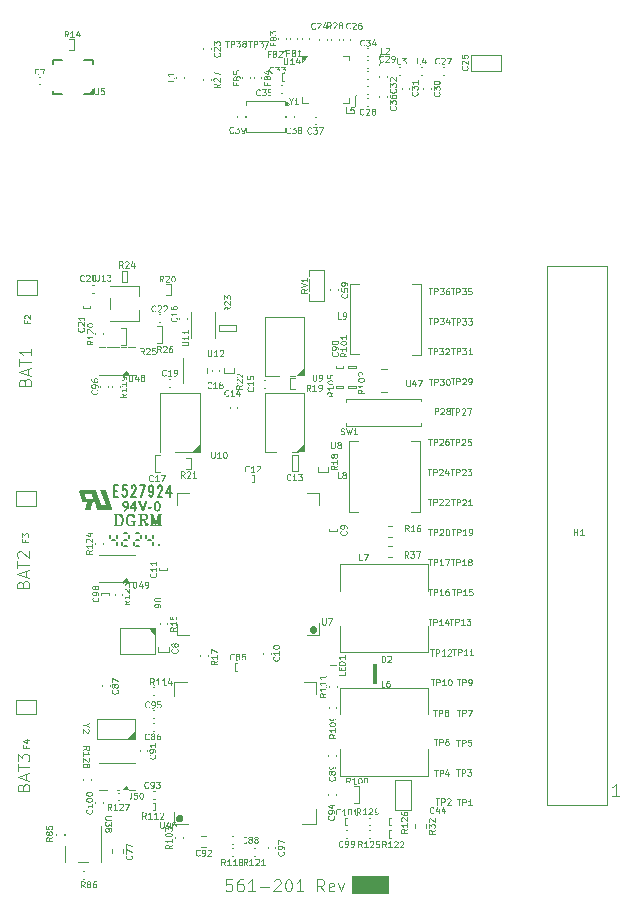
<source format=gto>
*
%FSLAX26Y26*%
%MOIN*%
%ADD10C,0.004724*%
%ADD11C,0.004720*%
%ADD12C,0.004331*%
%ADD13C,0.011810*%
%ADD14C,0.006000*%
%ADD15C,0.004016*%
%ADD16C,0.015864*%
%ADD17C,0.078744*%
%ADD18C,0.046454*%
%ADD19R,0.028624X0.028624*%
%ADD20C,0.003500*%
%ADD21R,0.024874X0.024874*%
%ADD22C,0.003000*%
%ADD23R,0.020874X0.020874*%
%ADD24R,0.020624X0.020624*%
%ADD25C,0.004000*%
%ADD26R,0.032374X0.032374*%
%ADD27R,0.046374X0.046374*%
%ADD28R,0.056124X0.056124*%
%ADD29R,0.054374X0.054374*%
%ADD30R,0.058374X0.058374*%
%ADD31R,0.075874X0.075874*%
%ADD32R,0.048124X0.048124*%
%ADD33R,0.107374X0.107374*%
%ADD34C,0.112047*%
%ADD35C,0.084047*%
%ADD36R,0.054124X0.054124*%
%ADD37R,0.032624X0.032624*%
%ADD38R,0.052374X0.052374*%
%ADD39R,0.068124X0.068124*%
%ADD40R,0.021124X0.021124*%
%ADD41R,0.026624X0.026624*%
%ADD42C,0.051624*%
%ADD43C,0.071124*%
%ADD44C,0.057124*%
%ADD45C,0.057374*%
%ADD46C,0.170624*%
%ADD47C,0.175197*%
%ADD48C,0.013780*%
%ADD49C,0.005906*%
%ADD50C,0.012000*%
%ADD51C,0.007874*%
%IPPOS*%
%LN052s8c64709a.gto*%
%LPD*%
G75*
G36*
X862416Y3074509D02*
X877854Y3091517D01*
X877811Y3074508D01*
X862416Y3074509D01*
G37*
G36*
X976416Y754169D02*
X987088Y767350D01*
X999092Y754089D01*
X976416Y754169D01*
G37*
G36*
Y1447161D02*
X987088Y1460342D01*
X999092Y1447081D01*
X976416Y1447161D01*
G37*
G36*
Y2139169D02*
X987088Y2152350D01*
X999092Y2139089D01*
X976416Y2139169D01*
G37*
G36*
X994779Y926049D02*
X1018360Y950172D01*
X1018441Y925776D01*
X994779Y926049D01*
G37*
G36*
X1064620Y1294533D02*
X1085671Y1294968D01*
X1085670Y1269915D01*
X1064620Y1294533D01*
G37*
G36*
X1209294Y1881464D02*
X1236031Y1903634D01*
X1236140Y1881245D01*
X1209294Y1881464D01*
G37*
G36*
X1518103Y3052490D02*
X1531786Y3040827D01*
X1518297Y3030766D01*
X1518103Y3052490D01*
G37*
G36*
X1556368Y1881267D02*
X1583105Y1903437D01*
X1583215Y1881048D01*
X1556368Y1881267D01*
G37*
G36*
Y2135401D02*
X1583105Y2157571D01*
X1583215Y2135182D01*
X1556368Y2135401D01*
G37*
G36*
X1573920Y3182482D02*
Y3202090D01*
X1592322Y3202089D01*
X1573920Y3182482D01*
G37*
G36*
X1742521Y409839D02*
Y468893D01*
X1860631D01*
X1860630Y409839D01*
X1742521D01*
G37*
G36*
X1813372Y1112032D02*
Y1174916D01*
X1821699D01*
X1821698Y1112031D01*
X1813372Y1112032D01*
G37*
G54D10*
X1564371Y3214169D02*
X1572639Y3221847D01*
X1828151Y3192319D02*
X1836615Y3209248D01*
X1759647Y3074799D02*
X1751970Y3069681D01*
Y3033658D01*
X1509844Y3214563D02*
X1529332Y3223421D01*
X1742521Y468894D02*
X1860631D01*
Y409839D01*
X1742521D01*
Y468894D01*
X1825001Y3154130D02*
X1834253Y3180705D01*
G54D11*
X1341270Y456832D02*
X1322523D01*
X1320648Y438084D01*
X1322523Y439959D01*
X1326272Y441834D01*
X1335646D01*
X1339396Y439959D01*
X1341270Y438084D01*
X1343145Y434335D01*
Y424961D01*
X1341270Y421211D01*
X1339396Y419336D01*
X1335646Y417462D01*
X1326272D01*
X1322523Y419336D01*
X1320648Y421211D01*
X1376891Y456832D02*
X1369392D01*
X1365642Y454957D01*
X1363767Y453082D01*
X1360018Y447458D01*
X1358143Y439959D01*
Y424961D01*
X1360018Y421211D01*
X1361893Y419336D01*
X1365642Y417462D01*
X1373141D01*
X1376891Y419336D01*
X1378766Y421211D01*
X1380640Y424961D01*
Y434335D01*
X1378766Y438084D01*
X1376891Y439959D01*
X1373141Y441834D01*
X1365642D01*
X1361893Y439959D01*
X1360018Y438084D01*
X1358143Y434335D01*
X1418136Y417462D02*
X1395638D01*
X1406887D02*
Y456832D01*
X1403138Y451207D01*
X1399388Y447458D01*
X1395638Y445583D01*
X1435009Y432460D02*
X1465005D01*
X1481878Y453082D02*
X1483752Y454957D01*
X1487502Y456832D01*
X1496876D01*
X1500625Y454957D01*
X1502500Y453082D01*
X1504375Y449333D01*
Y445583D01*
X1502500Y439959D01*
X1480003Y417462D01*
X1504375D01*
X1528747Y456832D02*
X1532496D01*
X1536246Y454957D01*
X1538121Y453082D01*
X1539995Y449333D01*
X1541870Y441834D01*
Y432460D01*
X1539995Y424961D01*
X1538121Y421211D01*
X1536246Y419336D01*
X1532496Y417462D01*
X1528747D01*
X1524997Y419336D01*
X1523123Y421211D01*
X1521248Y424961D01*
X1519373Y432460D01*
Y441834D01*
X1521248Y449333D01*
X1523123Y453082D01*
X1524997Y454957D01*
X1528747Y456832D01*
X1579366Y417462D02*
X1556868D01*
X1568117D02*
Y456832D01*
X1564367Y451207D01*
X1560618Y447458D01*
X1556868Y445583D01*
X1648732Y417462D02*
X1635608Y436209D01*
X1626235Y417462D02*
Y456832D01*
X1641233D01*
X1644982Y454957D01*
X1646857Y453082D01*
X1648732Y449333D01*
Y443708D01*
X1646857Y439959D01*
X1644982Y438084D01*
X1641233Y436209D01*
X1626235D01*
X1680603Y419336D02*
X1676853Y417462D01*
X1669354D01*
X1665605Y419336D01*
X1663730Y423086D01*
Y438084D01*
X1665605Y441834D01*
X1669354Y443708D01*
X1676853D01*
X1680603Y441834D01*
X1682478Y438084D01*
Y434335D01*
X1663730Y430585D01*
X1695601Y443708D02*
X1704975Y417462D01*
X1714349Y443708D01*
G54D12*
X644733Y1440721D02*
X646607Y1446346D01*
X648482Y1448220D01*
X652232Y1450095D01*
X657856D01*
X661606Y1448220D01*
X663480Y1446346D01*
X665355Y1442596D01*
Y1427598D01*
X625985D01*
Y1440721D01*
X627860Y1444471D01*
X629735Y1446346D01*
X633484Y1448220D01*
X637234D01*
X640983Y1446346D01*
X642858Y1444471D01*
X644733Y1440721D01*
Y1427598D01*
X654107Y1465093D02*
Y1483841D01*
X665355Y1461344D02*
X625985Y1474467D01*
X665355Y1487590D01*
X625985Y1495089D02*
Y1517587D01*
X665355Y1506338D02*
X625985D01*
X629735Y1528835D02*
X627860Y1530710D01*
X625985Y1534460D01*
Y1543833D01*
X627860Y1547583D01*
X629735Y1549458D01*
X633484Y1551332D01*
X637234D01*
X642858Y1549458D01*
X665355Y1526961D01*
Y1551332D01*
X651032Y2115328D02*
X652907Y2120952D01*
X654781Y2122827D01*
X658531Y2124701D01*
X664155D01*
X667905Y2122827D01*
X669780Y2120952D01*
X671654Y2117202D01*
Y2102204D01*
X632284D01*
Y2115328D01*
X634159Y2119077D01*
X636034Y2120952D01*
X639783Y2122827D01*
X643533D01*
X647282Y2120952D01*
X649157Y2119077D01*
X651032Y2115328D01*
Y2102204D01*
X660406Y2139700D02*
Y2158447D01*
X671654Y2135950D02*
X632284Y2149073D01*
X671654Y2162197D01*
X632284Y2169696D02*
Y2192193D01*
X671654Y2180944D02*
X632284D01*
X671654Y2225939D02*
Y2203442D01*
Y2214690D02*
X632284D01*
X637909Y2210941D01*
X641658Y2207191D01*
X643533Y2203442D01*
G54D10*
X2631505Y735612D02*
X2609008D01*
X2620257D02*
Y774983D01*
X2616507Y769358D01*
X2612758Y765609D01*
X2609008Y763734D01*
G54D12*
X646111Y764147D02*
X647985Y769771D01*
X649860Y771646D01*
X653610Y773520D01*
X659234D01*
X662984Y771646D01*
X664858Y769771D01*
X666733Y766021D01*
Y751023D01*
X627363D01*
Y764147D01*
X629238Y767896D01*
X631113Y769771D01*
X634862Y771646D01*
X638612D01*
X642361Y769771D01*
X644236Y767896D01*
X646111Y764147D01*
Y751023D01*
X655484Y788518D02*
Y807266D01*
X666733Y784769D02*
X627363Y797892D01*
X666733Y811016D01*
X627363Y818515D02*
Y841012D01*
X666733Y829763D02*
X627363D01*
Y850386D02*
Y874758D01*
X642361Y861634D01*
Y867259D01*
X644236Y871008D01*
X646111Y872883D01*
X649860Y874758D01*
X659234D01*
X662984Y872883D01*
X664858Y871008D01*
X666733Y867259D01*
Y856010D01*
X664858Y852261D01*
X662984Y850386D01*
G54D10*
X1486181Y568129D02*
X1460428D01*
Y557899D01*
X1486181D01*
Y568129D01*
X1179802Y2196244D02*
Y2109907D01*
X1258673Y2196244D02*
Y2110099D01*
X1358514Y2994513D02*
X1384268D01*
Y3004743D01*
X1358514D01*
Y2994513D01*
X754988Y601565D02*
X780832D01*
Y611077D01*
X754988D01*
Y601565D01*
X1439722Y3135196D02*
X1414596D01*
Y3123890D01*
X1439722D01*
Y3135196D01*
X1149014Y1114498D02*
X1192067D01*
X1149014Y1069722D02*
Y1114498D01*
Y642633D02*
Y682242D01*
X1196372Y642633D02*
X1149014D01*
X1576103D02*
X1620879D01*
X1580408Y1115359D02*
X1620879D01*
Y1073166D01*
Y642633D02*
Y692575D01*
G54D13*
X1160617Y659250D02*
X1161104Y656902D01*
X1162483Y654942D01*
X1164529Y653691D01*
X1166903Y653357D01*
X1169214Y653994D01*
X1171082Y655497D01*
X1172198Y657618D01*
X1172428Y659250D01*
X1171941Y661598D01*
X1170562Y663558D01*
X1168516Y664809D01*
X1166142Y665143D01*
X1163831Y664506D01*
X1161963Y663003D01*
X1160847Y660882D01*
X1160617Y659250D01*
G54D10*
X1788296Y3060903D02*
X1798526D01*
Y3035149D01*
X1788296D01*
Y3060903D01*
X1406406Y1805588D02*
X1416636D01*
Y1779834D01*
X1406406D01*
Y1805588D01*
X843844Y2359846D02*
X869597D01*
Y2370075D01*
X843844D01*
Y2359846D01*
X1130881Y1234447D02*
X1095465D01*
Y1213628D01*
X1130881D01*
Y1234447D01*
X969854Y2294535D02*
X989760D01*
Y2237942D01*
X969854D01*
Y2294535D01*
X1599370Y3264140D02*
X1574245D01*
Y3252833D01*
X1599370D01*
Y3264140D01*
X1119265Y2440684D02*
X1138648D01*
Y2404909D01*
X1119265D01*
Y2440684D01*
X1787757Y3100863D02*
X1799064D01*
Y3075738D01*
X1787757D01*
Y3100863D01*
X1511290Y3079374D02*
X1501060D01*
Y3105128D01*
X1511290D01*
Y3079374D01*
X625634Y2405513D02*
X692317D01*
Y2454010D01*
X625634D01*
Y2405513D01*
X1891601Y2159140D02*
X1805265D01*
X1891601Y2080270D02*
X1805456D01*
X1625014Y2973182D02*
X1614784D01*
Y2998936D01*
X1625014D01*
Y2973182D01*
X1076740Y712832D02*
X1086252D01*
Y686988D01*
X1076740D01*
Y712832D01*
X1666585Y1616560D02*
X1692339D01*
Y1626790D01*
X1666585D01*
Y1616560D01*
X911848Y2280740D02*
X886004D01*
Y2271228D01*
X911848D01*
Y2280740D01*
X1177306Y601608D02*
X1151462D01*
Y592096D01*
X1177306D01*
Y601608D01*
X1937837Y686907D02*
X1884956D01*
Y788447D01*
X1937837D01*
Y686907D01*
X1273512Y2148057D02*
X1299266D01*
Y2158286D01*
X1273512D01*
Y2148057D01*
X1877984Y1597943D02*
X1858601D01*
Y1633717D01*
X1877984D01*
Y1597943D01*
X1671327Y3252746D02*
X1697170D01*
Y3262258D01*
X1671327D01*
Y3252746D01*
X891535Y925776D02*
X1018442D01*
Y991796D01*
X891535D01*
Y925776D01*
X1018442D02*
X994777Y926048D01*
X1018360Y950174D01*
X1018442Y925776D01*
X896986Y1537744D02*
X1018352D01*
X1018127Y1447112D02*
X897883D01*
X999093Y1447081D02*
X976415Y1447160D01*
X987087Y1460343D01*
X999093Y1447081D01*
X931944Y1412989D02*
X906190D01*
Y1402759D01*
X931944D01*
Y1412989D01*
X2137201Y3152446D02*
X2238742D01*
Y3205327D01*
X2137201D01*
Y3152446D01*
X1471418Y1214389D02*
X1445664D01*
Y1204159D01*
X1471418D01*
Y1214389D01*
X1755062Y2102809D02*
X1729218D01*
Y2093297D01*
X1755062D01*
Y2102809D01*
X2041249Y3164840D02*
X2051478D01*
Y3139086D01*
X2041249D01*
Y3164840D01*
X928401Y2105705D02*
X902647D01*
Y2095476D01*
X928401D01*
Y2105705D01*
X705022Y3107054D02*
X694792D01*
Y3132808D01*
X705022D01*
Y3107054D01*
X1710206Y3252387D02*
X1735960D01*
Y3262617D01*
X1710206D01*
Y3252387D01*
X1349707Y574574D02*
X1339477D01*
Y600328D01*
X1349707D01*
Y574574D01*
X1755062Y2169738D02*
X1729218D01*
Y2160227D01*
X1755062D01*
Y2169738D01*
X1103807Y1815985D02*
X1083572D01*
Y1872577D01*
X1103807D01*
Y1815985D01*
X1236742Y600661D02*
X1257560D01*
Y565245D01*
X1236742D01*
Y600661D01*
X1236141Y1881245D02*
X1103382D01*
Y2077762D01*
X1236141D01*
Y1881245D01*
X1209292Y1881462D01*
X1236031Y1903636D01*
X1236141Y1881245D01*
X1731150Y1918729D02*
X1731195Y1682854D01*
X1760731Y1682900D01*
X1762849Y1918751D02*
X1731150Y1918729D01*
X1938333Y1918767D02*
X1967720Y1918811D01*
X1967687Y1682430D02*
X1938568D01*
X1967720Y1918811D02*
X1967687Y1682430D01*
X896986Y844751D02*
X1018352D01*
X1018127Y754119D02*
X897883D01*
X999093Y754089D02*
X976415Y754167D01*
X987087Y767351D01*
X999093Y754089D01*
X993063Y2448336D02*
X973680D01*
Y2484110D01*
X993063D01*
Y2448336D01*
X1518102Y2947203D02*
X1388996D01*
Y3052491D01*
X1518102D01*
Y2947203D01*
X1531787Y3040828D02*
X1518297Y3030764D01*
X1518102Y3052491D01*
X1531787Y3040828D01*
X1299073Y2285033D02*
X1355665D01*
Y2304939D01*
X1299073D01*
Y2285033D01*
X1661664Y863608D02*
X1687417D01*
Y873838D01*
X1661664D01*
Y863608D01*
X1690101Y1034896D02*
X1664257D01*
Y1025384D01*
X1690101D01*
Y1034896D01*
X1788406Y3150062D02*
X1798636D01*
Y3124308D01*
X1788406D01*
Y3150062D01*
X1573920Y3063611D02*
Y3044906D01*
X1594737D01*
X1711494Y3202392D02*
X1731104D01*
X1711795Y3044906D02*
X1731406D01*
X1731104Y3202392D02*
Y3186704D01*
X1731406Y3044906D02*
Y3062404D01*
X1573920Y3182480D02*
Y3202090D01*
X1592323D01*
X1573920Y3182480D01*
X1583216Y1881048D02*
X1450456D01*
Y2077565D01*
X1583216D01*
Y1881048D01*
X1556366Y1881265D01*
X1583105Y1903439D01*
X1583216Y1881048D01*
X1988403Y644556D02*
X1952629D01*
Y625173D01*
X1988403D01*
Y644556D01*
X1873473Y636754D02*
X1863961D01*
Y662597D01*
X1873473D01*
Y636754D01*
X1858523Y1567652D02*
X1877905D01*
Y1531878D01*
X1858523D01*
Y1567652D01*
X1858229Y3071658D02*
X1832475D01*
Y3061429D01*
X1858229D01*
Y3071658D01*
X883658Y2412938D02*
X873428D01*
Y2438692D01*
X883658D01*
Y2412938D01*
X1734103Y2442351D02*
X1734148Y2206476D01*
X1763684Y2206522D01*
X1765802Y2442373D02*
X1734103Y2442351D01*
X1941285Y2442389D02*
X1970672Y2442433D01*
X1970640Y2206052D02*
X1941520D01*
X1970672Y2442433D02*
X1970640Y2206052D01*
X1664437Y1094282D02*
X1690281D01*
Y1103794D01*
X1664437D01*
Y1094282D01*
X976021Y1412433D02*
X950178D01*
Y1402921D01*
X976021D01*
Y1412433D01*
X958236Y746297D02*
X967748D01*
Y720453D01*
X958236D01*
Y746297D01*
X1687254Y2159868D02*
X1713008D01*
Y2170097D01*
X1687254D01*
Y2159868D01*
X1454655Y2096228D02*
X1444425D01*
Y2121982D01*
X1454655D01*
Y2096228D01*
X1099656Y1486639D02*
X1125410D01*
Y1496869D01*
X1099656D01*
Y1486639D01*
X1033821Y880917D02*
X1059575D01*
Y891147D01*
X1033821D01*
Y880917D01*
X1127863Y2124485D02*
X1138093D01*
Y2098732D01*
X1127863D01*
Y2124485D01*
X1272243Y3231121D02*
X1246489D01*
Y3220891D01*
X1272243D01*
Y3231121D01*
X1349268Y2163847D02*
X1313494D01*
Y2144464D01*
X1349268D01*
Y2163847D01*
X1094398Y2341021D02*
X1104628D01*
Y2315267D01*
X1094398D01*
Y2341021D01*
X1126125Y1315408D02*
X1100281D01*
Y1305896D01*
X1126125D01*
Y1315408D01*
X1260967Y1207140D02*
X1235124D01*
Y1197628D01*
X1260967D01*
Y1207140D01*
X907727Y1097532D02*
X933480D01*
Y1107762D01*
X907727D01*
Y1097532D01*
X1895041Y3164840D02*
X1906347D01*
Y3139714D01*
X1895041D01*
Y3164840D01*
X1089642Y2300069D02*
X1109548D01*
Y2243476D01*
X1089642D01*
Y2300069D01*
X1687075Y2093297D02*
X1712918D01*
Y2102809D01*
X1687075D01*
Y2093297D01*
X1159441Y1743704D02*
Y1704691D01*
X1159926Y1271356D02*
Y1308098D01*
X1198565Y1743704D02*
X1159441D01*
X1198662Y1271356D02*
X1159926D01*
X1592403Y1743522D02*
X1631860D01*
X1631382Y1310654D02*
X1631413Y1271356D01*
X1592368Y1271344D01*
X1631860Y1743522D02*
Y1704508D01*
G54D13*
X1607813Y1287836D02*
X1608300Y1285488D01*
X1609679Y1283528D01*
X1611725Y1282277D01*
X1614099Y1281943D01*
X1616410Y1282580D01*
X1618278Y1284083D01*
X1619394Y1286204D01*
X1619624Y1287836D01*
X1619137Y1290183D01*
X1617758Y1292144D01*
X1615712Y1293395D01*
X1613338Y1293729D01*
X1611027Y1293092D01*
X1609159Y1291589D01*
X1608043Y1289468D01*
X1607813Y1287836D01*
G54D10*
X1832923Y3127387D02*
X1858677D01*
Y3137617D01*
X1832923D01*
Y3127387D01*
X1700632Y1214183D02*
X1700648Y1300726D01*
X1700653Y1509076D02*
X1996010D01*
X1700654Y1418322D02*
X1700653Y1509076D01*
X1995989Y1301284D02*
Y1214183D01*
X1700632D01*
X1996010Y1509076D02*
X1995938Y1419631D01*
X1667386Y1171411D02*
X1687319D01*
Y1174008D01*
X1667386D01*
Y1171411D01*
X1074088Y1097106D02*
X1083600D01*
Y1071262D01*
X1074088D01*
Y1097106D01*
X911378Y719152D02*
X885624D01*
Y708923D01*
X911378D01*
Y719152D01*
X942161Y540794D02*
X977577D01*
Y561612D01*
X942161D01*
Y540794D01*
X934592Y2396756D02*
X934376Y2356441D01*
X1032901Y2435239D02*
X935023D01*
X1032901Y2400529D02*
Y2435239D01*
X1033117Y2354824D02*
Y2317527D01*
X935023D01*
X845830Y784220D02*
X871673D01*
Y793732D01*
X845830D01*
Y784220D01*
X1765880Y712967D02*
X1745974D01*
Y769560D01*
X1765880D01*
Y712967D01*
X1411686Y560098D02*
X1421198D01*
Y534254D01*
X1411686D01*
Y560098D01*
X815897Y3222523D02*
X796515D01*
Y3258297D01*
X815897D01*
Y3222523D01*
X1787757Y3187478D02*
X1799064D01*
Y3162352D01*
X1787757D01*
Y3187478D01*
X1717036Y662280D02*
X1727266D01*
Y636526D01*
X1717036D01*
Y662280D01*
X1803591Y594431D02*
X1794079D01*
Y620274D01*
X1803591D01*
Y594431D01*
X1560000Y3264140D02*
X1534875D01*
Y3252833D01*
X1560000D01*
Y3264140D01*
X1933032Y3098328D02*
X1907278D01*
Y3088099D01*
X1933032D01*
Y3098328D01*
X967753Y2105346D02*
X941910D01*
Y2095835D01*
X967753D01*
Y2105346D01*
X1813372Y1174917D02*
X1821699D01*
Y1112031D01*
X1813372D01*
Y1174917D01*
X1553720Y2092037D02*
X1534337D01*
Y2127811D01*
X1553720D01*
Y2092037D01*
X1350304Y1178619D02*
X1360533D01*
Y1152865D01*
X1350304D01*
Y1178619D01*
X1700565Y800759D02*
X1700637Y890203D01*
X1700586Y1095652D02*
X1995942D01*
X1700586Y1008551D02*
Y1095652D01*
X1995921Y891513D02*
X1995922Y800759D01*
X1700565D01*
X1995942Y1095652D02*
X1995927Y1009109D01*
X1084643Y994434D02*
X1074413D01*
Y1020188D01*
X1084643D01*
Y994434D01*
X1541703Y1873035D02*
X1561938D01*
Y1816443D01*
X1541703D01*
Y1873035D01*
X1156459Y3123896D02*
X1181585D01*
Y3135203D01*
X1156459D01*
Y3123896D01*
X2390755Y704074D02*
X2591144D01*
Y2501892D01*
X2390755D01*
Y704074D01*
X1549174Y3004743D02*
X1523420D01*
Y2994513D01*
X1549174D01*
Y3004743D01*
X1190906Y2330530D02*
X1165152D01*
Y2320301D01*
X1190906D01*
Y2330530D01*
G54D14*
X745812Y3186508D02*
Y3175555D01*
Y3085461D02*
Y3074508D01*
X776608D01*
Y3186508D02*
X745812D01*
X847016Y3074508D02*
X877812D01*
Y3186508D02*
X847016D01*
X877812Y3175555D02*
Y3186508D01*
Y3074508D02*
X877854Y3091519D01*
G54D10*
X877812Y3074508D02*
X862414D01*
X877854Y3091519D01*
X877812Y3074508D01*
X1583216Y2135182D02*
X1450456D01*
Y2331699D01*
X1583216D01*
Y2135182D01*
X1556366Y2135399D01*
X1583105Y2157573D01*
X1583216Y2135182D01*
X1520630Y3264140D02*
X1495505D01*
Y3252833D01*
X1520630D01*
Y3264140D01*
X1720432Y2057567D02*
X1972813Y2057502D01*
X1720445Y2049702D02*
X1720432Y2057567D01*
X1720779Y1968113D02*
Y1976834D01*
X1972813Y2057502D02*
Y2050962D01*
X1973000Y1977718D02*
X1973031Y1968113D01*
X1720779D01*
X1803591Y636754D02*
X1794079D01*
Y662597D01*
X1803591D01*
Y636754D01*
X2004882Y3098328D02*
X1979128D01*
Y3088099D01*
X2004882D01*
Y3098328D01*
X786351Y633739D02*
Y515433D01*
X863285Y515504D02*
X827550D01*
X904370Y633404D02*
Y515576D01*
X1717040Y620942D02*
X1727270D01*
Y595188D01*
X1717040D01*
Y620942D01*
X1339836Y560098D02*
X1349348D01*
Y534254D01*
X1339836D01*
Y560098D01*
X1873473Y594431D02*
X1863961D01*
Y620274D01*
X1873473D01*
Y594431D01*
X1400352Y3135196D02*
X1375226D01*
Y3123890D01*
X1400352D01*
Y3135196D01*
X621210Y1702366D02*
X687893D01*
Y1750862D01*
X621210D01*
Y1702366D01*
X1359213Y2035058D02*
X1333459D01*
Y2024828D01*
X1359213D01*
Y2035058D01*
X1966891Y3164840D02*
X1978198D01*
Y3139714D01*
X1966891D01*
Y3164840D01*
X1661664Y735655D02*
X1687417D01*
Y745885D01*
X1661664D01*
Y735655D01*
X1084643Y950733D02*
X1074413D01*
Y976487D01*
X1084643D01*
Y950733D01*
X1632136Y3252387D02*
X1657890D01*
Y3262617D01*
X1632136D01*
Y3252387D01*
X1085671Y1294968D02*
X967352D01*
Y1207531D01*
X1085671D01*
Y1294968D01*
Y1269914D02*
X1064619Y1294533D01*
X1085671Y1294968D01*
Y1269914D01*
X1246758Y3118469D02*
X1272602D01*
Y3127981D01*
X1246758D01*
Y3118469D01*
X1517218Y3117885D02*
X1506988D01*
Y3143639D01*
X1517218D01*
Y3117885D01*
X896986Y2229751D02*
X1018352D01*
X1018127Y2139119D02*
X897883D01*
X999093Y2139089D02*
X976415Y2139167D01*
X987087Y2152351D01*
X999093Y2139089D01*
X1205745Y2261674D02*
Y2347819D01*
X1284616Y2261674D02*
Y2348010D01*
X1662616Y1833138D02*
X1626842D01*
Y1813756D01*
X1662616D01*
Y1833138D01*
X1087005Y725930D02*
X1076775D01*
Y751684D01*
X1087005D01*
Y725930D01*
X911558Y1581077D02*
X885714D01*
Y1571565D01*
X911558D01*
Y1581077D01*
X621210Y1007484D02*
X687893D01*
Y1055980D01*
X621210D01*
Y1007484D01*
X1669480Y2417131D02*
X1695234D01*
Y2427361D01*
X1669480D01*
Y2417131D01*
X1205661Y1826289D02*
X1186278D01*
Y1862063D01*
X1205661D01*
Y1826289D01*
X850332Y459631D02*
X840820D01*
Y485474D01*
X850332D01*
Y459631D01*
X1788296Y3226848D02*
X1798526D01*
Y3201094D01*
X1788296D01*
Y3226848D01*
G54D15*
X1512952Y549076D02*
X1513927Y548101D01*
X1514902Y545176D01*
Y543226D01*
X1513927Y540301D01*
X1511977Y538353D01*
X1510027Y537378D01*
X1506127Y536403D01*
X1503204D01*
X1499304Y537378D01*
X1497354Y538353D01*
X1495404Y540301D01*
X1494430Y543226D01*
Y545176D01*
X1495404Y548101D01*
X1496379Y549076D01*
X1514902Y558825D02*
Y562724D01*
X1513927Y564674D01*
X1512952Y565649D01*
X1510027Y567599D01*
X1506127Y568574D01*
X1498329D01*
X1496379Y567599D01*
X1495404Y566624D01*
X1494430Y564674D01*
Y560775D01*
X1495404Y558825D01*
X1496379Y557850D01*
X1498329Y556875D01*
X1503204D01*
X1505154Y557850D01*
X1506127Y558825D01*
X1507102Y560775D01*
Y564674D01*
X1506127Y566624D01*
X1505154Y567599D01*
X1503204Y568574D01*
X1494430Y575397D02*
Y589046D01*
X1514902Y580272D01*
X1261272Y2221689D02*
Y2205115D01*
X1262246Y2203165D01*
X1263221Y2202192D01*
X1265171Y2201217D01*
X1269071D01*
X1271021Y2202192D01*
X1271996Y2203165D01*
X1272969Y2205115D01*
Y2221689D01*
X1293442Y2201217D02*
X1281744D01*
X1287593D02*
Y2221689D01*
X1285643Y2218764D01*
X1283693Y2216814D01*
X1281744Y2215839D01*
X1301242Y2219739D02*
X1302217Y2220714D01*
X1304166Y2221689D01*
X1309041D01*
X1310991Y2220714D01*
X1311966Y2219739D01*
X1312941Y2217789D01*
Y2215839D01*
X1311966Y2212914D01*
X1300267Y2201217D01*
X1312941D01*
X1345253Y2946881D02*
X1344280Y2945906D01*
X1341355Y2944931D01*
X1339405D01*
X1336480Y2945906D01*
X1334530Y2947856D01*
X1333556Y2949806D01*
X1332581Y2953704D01*
Y2956629D01*
X1333556Y2960529D01*
X1334530Y2962479D01*
X1336480Y2964428D01*
X1339405Y2965403D01*
X1341355D01*
X1344280Y2964428D01*
X1345253Y2963453D01*
X1352078Y2965403D02*
X1364752D01*
X1357927Y2957604D01*
X1360852D01*
X1362802Y2956629D01*
X1363777Y2955654D01*
X1364752Y2953704D01*
Y2948831D01*
X1363777Y2946881D01*
X1362802Y2945906D01*
X1360852Y2944931D01*
X1355002D01*
X1353053Y2945906D01*
X1352078Y2946881D01*
X1374501Y2944931D02*
X1378399D01*
X1380349Y2945906D01*
X1381324Y2946881D01*
X1383274Y2949806D01*
X1384249Y2953704D01*
Y2961504D01*
X1383274Y2963453D01*
X1382299Y2964428D01*
X1380349Y2965403D01*
X1376449D01*
X1374501Y2964428D01*
X1373526Y2963453D01*
X1372551Y2961504D01*
Y2956629D01*
X1373526Y2954679D01*
X1374501Y2953704D01*
X1376449Y2952729D01*
X1380349D01*
X1382299Y2953704D01*
X1383274Y2954679D01*
X1384249Y2956629D01*
X742049Y597287D02*
X732301Y590462D01*
X742049Y585588D02*
X721577D01*
Y593387D01*
X722552Y595337D01*
X723526Y596312D01*
X725476Y597287D01*
X728401D01*
X730351Y596312D01*
X731326Y595337D01*
X732301Y593387D01*
Y585588D01*
X730351Y608985D02*
X729376Y607035D01*
X728401Y606060D01*
X726451Y605085D01*
X725476D01*
X723526Y606060D01*
X722552Y607035D01*
X721577Y608985D01*
Y612884D01*
X722552Y614834D01*
X723526Y615809D01*
X725476Y616784D01*
X726451D01*
X728401Y615809D01*
X729376Y614834D01*
X730351Y612884D01*
Y608985D01*
X731326Y607035D01*
X732301Y606060D01*
X734249Y605085D01*
X738149D01*
X740099Y606060D01*
X741074Y607035D01*
X742049Y608985D01*
Y612884D01*
X741074Y614834D01*
X740099Y615809D01*
X738149Y616784D01*
X734249D01*
X732301Y615809D01*
X731326Y614834D01*
X730351Y612884D01*
X721577Y635306D02*
Y625558D01*
X731326Y624583D01*
X730351Y625558D01*
X729376Y627508D01*
Y632381D01*
X730351Y634331D01*
X731326Y635306D01*
X733276Y636281D01*
X738149D01*
X740099Y635306D01*
X741074Y634331D01*
X742049Y632381D01*
Y627508D01*
X741074Y625558D01*
X740099Y624583D01*
X1457434Y3112427D02*
Y3105604D01*
X1468157D02*
X1447685D01*
Y3115352D01*
X1457434Y3129976D02*
X1458409Y3132900D01*
X1459384Y3133875D01*
X1461334Y3134850D01*
X1464259D01*
X1466207Y3133875D01*
X1467182Y3132900D01*
X1468157Y3130951D01*
Y3123151D01*
X1447685D01*
Y3129976D01*
X1448660Y3131925D01*
X1449635Y3132900D01*
X1451585Y3133875D01*
X1453535D01*
X1455484Y3132900D01*
X1456459Y3131925D01*
X1457434Y3129976D01*
Y3123151D01*
X1454509Y3152397D02*
X1468157D01*
X1446710Y3147523D02*
X1461334Y3142648D01*
Y3155322D01*
X1102398Y648397D02*
Y631824D01*
X1103373Y629874D01*
X1104348Y628899D01*
X1106298Y627924D01*
X1110198D01*
X1112147Y628899D01*
X1113122Y629874D01*
X1114097Y631824D01*
Y648397D01*
X1133525Y646076D02*
Y628333D01*
X1127746Y649372D02*
X1122871Y634749D01*
X1135545D01*
X1152117Y648397D02*
X1148218D01*
X1146268Y647423D01*
X1145293Y646448D01*
X1143343Y643523D01*
X1142368Y639623D01*
Y631824D01*
X1143343Y629874D01*
X1144318Y628899D01*
X1146268Y627924D01*
X1150168D01*
X1152117Y628899D01*
X1153092Y629874D01*
X1154067Y631824D01*
Y636699D01*
X1153092Y638648D01*
X1152117Y639623D01*
X1150168Y640598D01*
X1146268D01*
X1144318Y639623D01*
X1143343Y638648D01*
X1142368Y636699D01*
X1780080Y3007893D02*
X1779105Y3006918D01*
X1776181Y3005943D01*
X1774231D01*
X1771306Y3006918D01*
X1769356Y3008868D01*
X1768381Y3010818D01*
X1767406Y3014717D01*
Y3017642D01*
X1768381Y3021542D01*
X1769356Y3023490D01*
X1771306Y3025440D01*
X1774231Y3026415D01*
X1776181D01*
X1779105Y3025440D01*
X1780080Y3024465D01*
X1787879D02*
X1788854Y3025440D01*
X1790804Y3026415D01*
X1795679D01*
X1797627Y3025440D01*
X1798602Y3024465D01*
X1799577Y3022515D01*
Y3020567D01*
X1798602Y3017642D01*
X1786904Y3005943D01*
X1799577D01*
X1811276Y3017642D02*
X1809326Y3018617D01*
X1808351Y3019592D01*
X1807377Y3021542D01*
Y3022515D01*
X1808351Y3024465D01*
X1809326Y3025440D01*
X1811276Y3026415D01*
X1815176D01*
X1817126Y3025440D01*
X1818101Y3024465D01*
X1819075Y3022515D01*
Y3021542D01*
X1818101Y3019592D01*
X1817126Y3018617D01*
X1815176Y3017642D01*
X1811276D01*
X1809326Y3016667D01*
X1808351Y3015692D01*
X1807377Y3013742D01*
Y3009843D01*
X1808351Y3007893D01*
X1809326Y3006918D01*
X1811276Y3005943D01*
X1815176D01*
X1817126Y3006918D01*
X1818101Y3007893D01*
X1819075Y3009843D01*
Y3013742D01*
X1818101Y3015692D01*
X1817126Y3016667D01*
X1815176Y3017642D01*
X1396840Y1816764D02*
X1395866Y1815789D01*
X1392941Y1814814D01*
X1390991D01*
X1388066Y1815789D01*
X1386117Y1817739D01*
X1385142Y1819689D01*
X1384167Y1823588D01*
Y1826513D01*
X1385142Y1830413D01*
X1386117Y1832363D01*
X1388066Y1834311D01*
X1390991Y1835286D01*
X1392941D01*
X1395866Y1834311D01*
X1396840Y1833338D01*
X1416338Y1814814D02*
X1404640D01*
X1410488D02*
Y1835286D01*
X1408538Y1832363D01*
X1406590Y1830413D01*
X1404640Y1829438D01*
X1424137Y1833338D02*
X1425112Y1834311D01*
X1427062Y1835286D01*
X1431936D01*
X1433886Y1834311D01*
X1434861Y1833338D01*
X1435836Y1831388D01*
Y1829438D01*
X1434861Y1826513D01*
X1423162Y1814814D01*
X1435836D01*
X1395300Y3252434D02*
X1406999D01*
X1401150Y3231961D02*
Y3252434D01*
X1413824Y3231961D02*
Y3252434D01*
X1421623D01*
X1423573Y3251459D01*
X1424548Y3250484D01*
X1425523Y3248534D01*
Y3245610D01*
X1424548Y3243660D01*
X1423573Y3242685D01*
X1421623Y3241710D01*
X1413824D01*
X1432346Y3252434D02*
X1445020D01*
X1438195Y3244635D01*
X1441120D01*
X1443070Y3243660D01*
X1444045Y3242685D01*
X1445020Y3240735D01*
Y3235861D01*
X1444045Y3233911D01*
X1443070Y3232936D01*
X1441120Y3231961D01*
X1435271D01*
X1433321Y3232936D01*
X1432346Y3233911D01*
X1443852Y3249850D02*
X1461595D01*
X1450188Y3223236D01*
X846560Y2295190D02*
X847535Y2294215D01*
X848510Y2291290D01*
Y2289342D01*
X847535Y2286417D01*
X845586Y2284467D01*
X843636Y2283492D01*
X839736Y2282517D01*
X836811D01*
X832913Y2283492D01*
X830963Y2284467D01*
X829013Y2286417D01*
X828038Y2289342D01*
Y2291290D01*
X829013Y2294215D01*
X829988Y2295190D01*
Y2302989D02*
X829013Y2303964D01*
X828038Y2305914D01*
Y2310789D01*
X829013Y2312738D01*
X829988Y2313713D01*
X831938Y2314688D01*
X833888D01*
X836811Y2313713D01*
X848510Y2302014D01*
Y2314688D01*
Y2334185D02*
Y2322486D01*
Y2328336D02*
X828038D01*
X830963Y2326386D01*
X832913Y2324436D01*
X833888Y2322486D01*
X1997563Y2326938D02*
X2009261D01*
X2003412Y2306466D02*
Y2326938D01*
X2016086Y2306466D02*
Y2326938D01*
X2023884D01*
X2025834Y2325963D01*
X2026809Y2324988D01*
X2027784Y2323038D01*
Y2320113D01*
X2026809Y2318163D01*
X2025834Y2317189D01*
X2023884Y2316214D01*
X2016086D01*
X2034608Y2326938D02*
X2047282D01*
X2040457Y2319138D01*
X2043382D01*
X2045332Y2318163D01*
X2046307Y2317189D01*
X2047282Y2315239D01*
Y2310364D01*
X2046307Y2308414D01*
X2045332Y2307439D01*
X2043382Y2306466D01*
X2037533D01*
X2035583Y2307439D01*
X2034608Y2308414D01*
X2064829Y2320113D02*
Y2306466D01*
X2059956Y2327912D02*
X2055081Y2313289D01*
X2067754D01*
X1158605Y1224460D02*
X1159580Y1223485D01*
X1160555Y1220561D01*
Y1218611D01*
X1159580Y1215686D01*
X1157630Y1213736D01*
X1155680Y1212761D01*
X1151781Y1211786D01*
X1148856D01*
X1144956Y1212761D01*
X1143007Y1213736D01*
X1141057Y1215686D01*
X1140082Y1218611D01*
Y1220561D01*
X1141057Y1223485D01*
X1142032Y1224460D01*
X1148856Y1236159D02*
X1147881Y1234209D01*
X1146906Y1233234D01*
X1144956Y1232259D01*
X1143981D01*
X1142032Y1233234D01*
X1141057Y1234209D01*
X1140082Y1236159D01*
Y1240059D01*
X1141057Y1242007D01*
X1142032Y1242982D01*
X1143981Y1243957D01*
X1144956D01*
X1146906Y1242982D01*
X1147881Y1242007D01*
X1148856Y1240059D01*
Y1236159D01*
X1149831Y1234209D01*
X1150806Y1233234D01*
X1152756Y1232259D01*
X1156655D01*
X1158605Y1233234D01*
X1159580Y1234209D01*
X1160555Y1236159D01*
Y1240059D01*
X1159580Y1242007D01*
X1158605Y1242982D01*
X1156655Y1243957D01*
X1152756D01*
X1150806Y1242982D01*
X1149831Y1242007D01*
X1148856Y1240059D01*
X1047798Y2207336D02*
X1040973Y2217084D01*
X1036100Y2207336D02*
Y2227808D01*
X1043898D01*
X1045848Y2226833D01*
X1046823Y2225858D01*
X1047798Y2223908D01*
Y2220984D01*
X1046823Y2219034D01*
X1045848Y2218059D01*
X1043898Y2217084D01*
X1036100D01*
X1055597Y2225858D02*
X1056572Y2226833D01*
X1058522Y2227808D01*
X1063396D01*
X1065346Y2226833D01*
X1066321Y2225858D01*
X1067296Y2223908D01*
Y2221959D01*
X1066321Y2219034D01*
X1054622Y2207336D01*
X1067296D01*
X1085818Y2227808D02*
X1076069D01*
X1075094Y2218059D01*
X1076069Y2219034D01*
X1078019Y2220009D01*
X1082893D01*
X1084843Y2219034D01*
X1085818Y2218059D01*
X1086793Y2216109D01*
Y2211236D01*
X1085818Y2209286D01*
X1084843Y2208311D01*
X1082893Y2207336D01*
X1078019D01*
X1076069Y2208311D01*
X1075094Y2209286D01*
X1530150Y3212537D02*
X1523327D01*
Y3201813D02*
Y3222285D01*
X1533075D01*
X1547698Y3212537D02*
X1550623Y3211562D01*
X1551598Y3210587D01*
X1552573Y3208637D01*
Y3205713D01*
X1551598Y3203763D01*
X1550623Y3202788D01*
X1548673Y3201813D01*
X1540874D01*
Y3222285D01*
X1547698D01*
X1549648Y3221310D01*
X1550623Y3220335D01*
X1551598Y3218387D01*
Y3216437D01*
X1550623Y3214487D01*
X1549648Y3213512D01*
X1547698Y3212537D01*
X1540874D01*
X1572070Y3201813D02*
X1560372D01*
X1566222D02*
Y3222285D01*
X1564272Y3219360D01*
X1562322Y3217412D01*
X1560372Y3216437D01*
X2074647Y1424452D02*
X2086346D01*
X2080497Y1403980D02*
Y1424452D01*
X2093170Y1403980D02*
Y1424452D01*
X2100970D01*
X2102918Y1423477D01*
X2103893Y1422502D01*
X2104868Y1420552D01*
Y1417627D01*
X2103893Y1415677D01*
X2102918Y1414703D01*
X2100970Y1413728D01*
X2093170D01*
X2124366Y1403980D02*
X2112667D01*
X2118517D02*
Y1424452D01*
X2116567Y1421527D01*
X2114617Y1419577D01*
X2112667Y1418602D01*
X2142889Y1424452D02*
X2133139D01*
X2132166Y1414703D01*
X2133139Y1415677D01*
X2135089Y1416652D01*
X2139964D01*
X2141914Y1415677D01*
X2142889Y1414703D01*
X2143863Y1412753D01*
Y1407878D01*
X2142889Y1405928D01*
X2141914Y1404953D01*
X2139964Y1403980D01*
X2135089D01*
X2133139Y1404953D01*
X2132166Y1405928D01*
X1112056Y2448277D02*
X1105231Y2458026D01*
X1100357Y2448277D02*
Y2468749D01*
X1108156D01*
X1110106Y2467774D01*
X1111081Y2466799D01*
X1112056Y2464849D01*
Y2461926D01*
X1111081Y2459976D01*
X1110106Y2459001D01*
X1108156Y2458026D01*
X1100357D01*
X1119855Y2466799D02*
X1120830Y2467774D01*
X1122780Y2468749D01*
X1127653D01*
X1129603Y2467774D01*
X1130578Y2466799D01*
X1131553Y2464849D01*
Y2462901D01*
X1130578Y2459976D01*
X1118880Y2448277D01*
X1131553D01*
X1144227Y2468749D02*
X1146177D01*
X1148126Y2467774D01*
X1149101Y2466799D01*
X1150076Y2464849D01*
X1151051Y2460951D01*
Y2456076D01*
X1150076Y2452177D01*
X1149101Y2450227D01*
X1148126Y2449252D01*
X1146177Y2448277D01*
X1144227D01*
X1142277Y2449252D01*
X1141302Y2450227D01*
X1140327Y2452177D01*
X1139352Y2456076D01*
Y2460951D01*
X1140327Y2464849D01*
X1141302Y2466799D01*
X1142277Y2467774D01*
X1144227Y2468749D01*
X1318816Y3252651D02*
X1330514D01*
X1324665Y3232179D02*
Y3252651D01*
X1337339Y3232179D02*
Y3252651D01*
X1345138D01*
X1347088Y3251676D01*
X1348063Y3250701D01*
X1349038Y3248751D01*
Y3245827D01*
X1348063Y3243877D01*
X1347088Y3242902D01*
X1345138Y3241927D01*
X1337339D01*
X1355861Y3252651D02*
X1368535D01*
X1361710Y3244852D01*
X1364635D01*
X1366585Y3243877D01*
X1367560Y3242902D01*
X1368535Y3240952D01*
Y3236079D01*
X1367560Y3234129D01*
X1366585Y3233154D01*
X1364635Y3232179D01*
X1358786D01*
X1356836Y3233154D01*
X1355861Y3234129D01*
X1380234Y3243877D02*
X1378284Y3244852D01*
X1377309Y3245827D01*
X1376334Y3247777D01*
Y3248751D01*
X1377309Y3250701D01*
X1378284Y3251676D01*
X1380234Y3252651D01*
X1384132D01*
X1386082Y3251676D01*
X1387057Y3250701D01*
X1388032Y3248751D01*
Y3247777D01*
X1387057Y3245827D01*
X1386082Y3244852D01*
X1384132Y3243877D01*
X1380234D01*
X1378284Y3242902D01*
X1377309Y3241927D01*
X1376334Y3239977D01*
Y3236079D01*
X1377309Y3234129D01*
X1378284Y3233154D01*
X1380234Y3232179D01*
X1384132D01*
X1386082Y3233154D01*
X1387057Y3234129D01*
X1388032Y3236079D01*
Y3239977D01*
X1387057Y3241927D01*
X1386082Y3242902D01*
X1384132Y3243877D01*
X1730325Y3010884D02*
X1720576D01*
Y3031357D01*
X1746897D02*
X1737148D01*
X1736173Y3021608D01*
X1737148Y3022583D01*
X1739098Y3023558D01*
X1743972D01*
X1745922Y3022583D01*
X1746897Y3021608D01*
X1747872Y3019658D01*
Y3014784D01*
X1746897Y3012834D01*
X1745922Y3011859D01*
X1743972Y3010884D01*
X1739098D01*
X1737148Y3011859D01*
X1736173Y3012834D01*
X1434221Y3072081D02*
X1433246Y3071106D01*
X1430321Y3070131D01*
X1428371D01*
X1425448Y3071106D01*
X1423498Y3073056D01*
X1422523Y3075006D01*
X1421548Y3078905D01*
Y3081830D01*
X1422523Y3085730D01*
X1423498Y3087679D01*
X1425448Y3089629D01*
X1428371Y3090604D01*
X1430321D01*
X1433246Y3089629D01*
X1434221Y3088654D01*
X1441045Y3090604D02*
X1453719D01*
X1446895Y3082805D01*
X1449819D01*
X1451769Y3081830D01*
X1452744Y3080855D01*
X1453719Y3078905D01*
Y3074031D01*
X1452744Y3072081D01*
X1451769Y3071106D01*
X1449819Y3070131D01*
X1443970D01*
X1442020Y3071106D01*
X1441045Y3072081D01*
X1472241Y3090604D02*
X1462492D01*
X1461517Y3080855D01*
X1462492Y3081830D01*
X1464442Y3082805D01*
X1469316D01*
X1471266Y3081830D01*
X1472241Y3080855D01*
X1473216Y3078905D01*
Y3074031D01*
X1472241Y3072081D01*
X1471266Y3071106D01*
X1469316Y3070131D01*
X1464442D01*
X1462492Y3071106D01*
X1461517Y3072081D01*
X659099Y2316869D02*
Y2310044D01*
X669823D02*
X649351D01*
Y2319792D01*
X651299Y2326617D02*
X650324Y2327592D01*
X649351Y2329541D01*
Y2334416D01*
X650324Y2336366D01*
X651299Y2337341D01*
X653249Y2338315D01*
X655199D01*
X658124Y2337341D01*
X669823Y2325642D01*
Y2338315D01*
X1922731Y2121191D02*
Y2104618D01*
X1923706Y2102669D01*
X1924681Y2101694D01*
X1926631Y2100719D01*
X1930530D01*
X1932480Y2101694D01*
X1933455Y2102669D01*
X1934430Y2104618D01*
Y2121191D01*
X1952952Y2114368D02*
Y2100719D01*
X1948077Y2122166D02*
X1943204Y2107543D01*
X1955877D01*
X1961726Y2121191D02*
X1975375D01*
X1966601Y2100719D01*
X1994610Y1324170D02*
X2006309D01*
X2000459Y1303698D02*
Y1324170D01*
X2013133Y1303698D02*
Y1324170D01*
X2020931D01*
X2022881Y1323195D01*
X2023856Y1322220D01*
X2024831Y1320270D01*
Y1317345D01*
X2023856Y1315397D01*
X2022881Y1314422D01*
X2020931Y1313447D01*
X2013133D01*
X2044329Y1303698D02*
X2032630D01*
X2038480D02*
Y1324170D01*
X2036530Y1321245D01*
X2034580Y1319295D01*
X2032630Y1318320D01*
X2061876Y1317345D02*
Y1303698D01*
X2057003Y1325145D02*
X2052128Y1310522D01*
X2064801D01*
X1605289Y2944697D02*
X1604314Y2943722D01*
X1601390Y2942747D01*
X1599440D01*
X1596515Y2943722D01*
X1594565Y2945672D01*
X1593590Y2947622D01*
X1592615Y2951521D01*
Y2954446D01*
X1593590Y2958346D01*
X1594565Y2960296D01*
X1596515Y2962244D01*
X1599440Y2963219D01*
X1601390D01*
X1604314Y2962244D01*
X1605289Y2961271D01*
X1612114Y2963219D02*
X1624786D01*
X1617962Y2955421D01*
X1620887D01*
X1622837Y2954446D01*
X1623811Y2953471D01*
X1624786Y2951521D01*
Y2946647D01*
X1623811Y2944697D01*
X1622837Y2943722D01*
X1620887Y2942747D01*
X1615037D01*
X1613089Y2943722D01*
X1612114Y2944697D01*
X1631611Y2963219D02*
X1645258D01*
X1636485Y2942747D01*
X1054573Y659613D02*
X1047748Y669362D01*
X1042874Y659613D02*
Y680085D01*
X1050673D01*
X1052623Y679110D01*
X1053598Y678135D01*
X1054573Y676187D01*
Y673262D01*
X1053598Y671312D01*
X1052623Y670337D01*
X1050673Y669362D01*
X1042874D01*
X1074070Y659613D02*
X1062372D01*
X1068220D02*
Y680085D01*
X1066270Y677160D01*
X1064322Y675212D01*
X1062372Y674237D01*
X1093568Y659613D02*
X1081869D01*
X1087718D02*
Y680085D01*
X1085769Y677160D01*
X1083819Y675212D01*
X1081869Y674237D01*
X1101366Y678135D02*
X1102341Y679110D01*
X1104291Y680085D01*
X1109165D01*
X1111115Y679110D01*
X1112090Y678135D01*
X1113065Y676187D01*
Y674237D01*
X1112090Y671312D01*
X1100391Y659613D01*
X1113065D01*
X1721807Y1617975D02*
X1722782Y1617000D01*
X1723757Y1614075D01*
Y1612126D01*
X1722782Y1609201D01*
X1720832Y1607251D01*
X1718882Y1606276D01*
X1714984Y1605301D01*
X1712059D01*
X1708159Y1606276D01*
X1706209Y1607251D01*
X1704260Y1609201D01*
X1703285Y1612126D01*
Y1614075D01*
X1704260Y1617000D01*
X1705235Y1617975D01*
X1723757Y1627724D02*
Y1631624D01*
X1722782Y1633574D01*
X1721807Y1634548D01*
X1718882Y1636498D01*
X1714984Y1637473D01*
X1707184D01*
X1705235Y1636498D01*
X1704260Y1635523D01*
X1703285Y1633574D01*
Y1629674D01*
X1704260Y1627724D01*
X1705235Y1626749D01*
X1707184Y1625774D01*
X1712059D01*
X1714009Y1626749D01*
X1714984Y1627724D01*
X1715959Y1629674D01*
Y1633574D01*
X1714984Y1635523D01*
X1714009Y1636498D01*
X1712059Y1637473D01*
X878195Y2252198D02*
X868447Y2245374D01*
X878195Y2240499D02*
X857723D01*
Y2248299D01*
X858698Y2250248D01*
X859673Y2251223D01*
X861622Y2252198D01*
X864547D01*
X866497Y2251223D01*
X867472Y2250248D01*
X868447Y2248299D01*
Y2240499D01*
X878195Y2271695D02*
Y2259997D01*
Y2265847D02*
X857723D01*
X860648Y2263897D01*
X862597Y2261947D01*
X863572Y2259997D01*
X859673Y2279495D02*
X858698Y2280470D01*
X857723Y2282419D01*
Y2287294D01*
X858698Y2289244D01*
X859673Y2290219D01*
X861622Y2291193D01*
X863572D01*
X866497Y2290219D01*
X878195Y2278520D01*
Y2291193D01*
X857723Y2303866D02*
Y2305816D01*
X858698Y2307766D01*
X859673Y2308741D01*
X861622Y2309716D01*
X865522Y2310691D01*
X870397D01*
X874295Y2309716D01*
X876245Y2308741D01*
X877220Y2307766D01*
X878195Y2305816D01*
Y2303866D01*
X877220Y2301916D01*
X876245Y2300941D01*
X874295Y2299968D01*
X870397Y2298993D01*
X865522D01*
X861622Y2299968D01*
X859673Y2300941D01*
X858698Y2301916D01*
X857723Y2303866D01*
X1140309Y572610D02*
X1130561Y565787D01*
X1140309Y560912D02*
X1119837D01*
Y568710D01*
X1120812Y570660D01*
X1121787Y571635D01*
X1123737Y572610D01*
X1126662D01*
X1128611Y571635D01*
X1129586Y570660D01*
X1130561Y568710D01*
Y560912D01*
X1140309Y592108D02*
Y580409D01*
Y586259D02*
X1119837D01*
X1122762Y584309D01*
X1124712Y582359D01*
X1125687Y580409D01*
X1119837Y604781D02*
Y606731D01*
X1120812Y608681D01*
X1121787Y609655D01*
X1123737Y610630D01*
X1127636Y611605D01*
X1132511D01*
X1136411Y610630D01*
X1138359Y609655D01*
X1139334Y608681D01*
X1140309Y606731D01*
Y604781D01*
X1139334Y602831D01*
X1138359Y601856D01*
X1136411Y600881D01*
X1132511Y599906D01*
X1127636D01*
X1123737Y600881D01*
X1121787Y601856D01*
X1120812Y602831D01*
X1119837Y604781D01*
Y618430D02*
Y631102D01*
X1127636Y624279D01*
Y627204D01*
X1128611Y629154D01*
X1129586Y630129D01*
X1131536Y631102D01*
X1136411D01*
X1138359Y630129D01*
X1139334Y629154D01*
X1140309Y627204D01*
Y621354D01*
X1139334Y619405D01*
X1138359Y618430D01*
X2012973Y679052D02*
X2011998Y678077D01*
X2009075Y677103D01*
X2007125D01*
X2004200Y678077D01*
X2002250Y680027D01*
X2001275Y681977D01*
X2000300Y685877D01*
Y688800D01*
X2001275Y692700D01*
X2002250Y694650D01*
X2004200Y696600D01*
X2007125Y697575D01*
X2009075D01*
X2011998Y696600D01*
X2012973Y695625D01*
X2030521Y690750D02*
Y677103D01*
X2025647Y698549D02*
X2020772Y683927D01*
X2033446D01*
X2050019Y690750D02*
Y677103D01*
X2045144Y698549D02*
X2040269Y683927D01*
X2052943D01*
X1998664Y2028040D02*
X2010363D01*
X2004513Y2007568D02*
Y2028040D01*
X2017187Y2007568D02*
Y2028040D01*
X2024985D01*
X2026935Y2027065D01*
X2027910Y2026090D01*
X2028885Y2024140D01*
Y2021216D01*
X2027910Y2019266D01*
X2026935Y2018291D01*
X2024985Y2017316D01*
X2017187D01*
X2036684Y2026090D02*
X2037659Y2027065D01*
X2039609Y2028040D01*
X2044483D01*
X2046433Y2027065D01*
X2047408Y2026090D01*
X2048383Y2024140D01*
Y2022190D01*
X2047408Y2019266D01*
X2035709Y2007568D01*
X2048383D01*
X2060082Y2019266D02*
X2058132Y2020241D01*
X2057157Y2021216D01*
X2056182Y2023165D01*
Y2024140D01*
X2057157Y2026090D01*
X2058132Y2027065D01*
X2060082Y2028040D01*
X2063982D01*
X2065930Y2027065D01*
X2066905Y2026090D01*
X2067880Y2024140D01*
Y2023165D01*
X2066905Y2021216D01*
X2065930Y2020241D01*
X2063982Y2019266D01*
X2060082D01*
X2058132Y2018291D01*
X2057157Y2017316D01*
X2056182Y2015366D01*
Y2011466D01*
X2057157Y2009518D01*
X2058132Y2008543D01*
X2060082Y2007568D01*
X2063982D01*
X2065930Y2008543D01*
X2066905Y2009518D01*
X2067880Y2011466D01*
Y2015366D01*
X2066905Y2017316D01*
X2065930Y2018291D01*
X2063982Y2019266D01*
X1271439Y2096115D02*
X1270464Y2095140D01*
X1267539Y2094165D01*
X1265589D01*
X1262665Y2095140D01*
X1260715Y2097090D01*
X1259740Y2099040D01*
X1258765Y2102939D01*
Y2105864D01*
X1259740Y2109764D01*
X1260715Y2111713D01*
X1262665Y2113663D01*
X1265589Y2114638D01*
X1267539D01*
X1270464Y2113663D01*
X1271439Y2112688D01*
X1290936Y2094165D02*
X1279237D01*
X1285086D02*
Y2114638D01*
X1283137Y2111713D01*
X1281187Y2109764D01*
X1279237Y2108789D01*
X1302635Y2105864D02*
X1300685Y2106839D01*
X1299710Y2107814D01*
X1298735Y2109764D01*
Y2110738D01*
X1299710Y2112688D01*
X1300685Y2113663D01*
X1302635Y2114638D01*
X1306533D01*
X1308483Y2113663D01*
X1309458Y2112688D01*
X1310433Y2110738D01*
Y2109764D01*
X1309458Y2107814D01*
X1308483Y2106839D01*
X1306533Y2105864D01*
X1302635D01*
X1300685Y2104889D01*
X1299710Y2103914D01*
X1298735Y2101964D01*
Y2098065D01*
X1299710Y2096115D01*
X1300685Y2095140D01*
X1302635Y2094165D01*
X1306533D01*
X1308483Y2095140D01*
X1309458Y2096115D01*
X1310433Y2098065D01*
Y2101964D01*
X1309458Y2103914D01*
X1308483Y2104889D01*
X1306533Y2105864D01*
X1930256Y1617056D02*
X1923432Y1626805D01*
X1918557Y1617056D02*
Y1637529D01*
X1926357D01*
X1928307Y1636554D01*
X1929281Y1635579D01*
X1930256Y1633630D01*
Y1630705D01*
X1929281Y1628755D01*
X1928307Y1627780D01*
X1926357Y1626805D01*
X1918557D01*
X1949755Y1617056D02*
X1938056D01*
X1943905D02*
Y1637529D01*
X1941955Y1634604D01*
X1940005Y1632655D01*
X1938056Y1631680D01*
X1967302Y1637529D02*
X1963402D01*
X1961452Y1636554D01*
X1960477Y1635579D01*
X1958528Y1632655D01*
X1957553Y1628755D01*
Y1620956D01*
X1958528Y1619006D01*
X1959503Y1618031D01*
X1961452Y1617056D01*
X1965352D01*
X1967302Y1618031D01*
X1968277Y1619006D01*
X1969252Y1620956D01*
Y1625830D01*
X1968277Y1627780D01*
X1967302Y1628755D01*
X1965352Y1629730D01*
X1961452D01*
X1959503Y1628755D01*
X1958528Y1627780D01*
X1957553Y1625830D01*
X1670729Y3292764D02*
X1663905Y3302513D01*
X1659030Y3292764D02*
Y3313236D01*
X1666829D01*
X1668779Y3312261D01*
X1669754Y3311286D01*
X1670729Y3309336D01*
Y3306413D01*
X1669754Y3304463D01*
X1668779Y3303488D01*
X1666829Y3302513D01*
X1659030D01*
X1678527Y3311286D02*
X1679502Y3312261D01*
X1681452Y3313236D01*
X1686326D01*
X1688276Y3312261D01*
X1689251Y3311286D01*
X1690226Y3309336D01*
Y3307388D01*
X1689251Y3304463D01*
X1677552Y3292764D01*
X1690226D01*
X1701925Y3304463D02*
X1699975Y3305438D01*
X1699000Y3306413D01*
X1698025Y3308361D01*
Y3309336D01*
X1699000Y3311286D01*
X1699975Y3312261D01*
X1701925Y3313236D01*
X1705825D01*
X1707774Y3312261D01*
X1708749Y3311286D01*
X1709724Y3309336D01*
Y3308361D01*
X1708749Y3306413D01*
X1707774Y3305438D01*
X1705825Y3304463D01*
X1701925D01*
X1699975Y3303488D01*
X1699000Y3302513D01*
X1698025Y3300563D01*
Y3296664D01*
X1699000Y3294714D01*
X1699975Y3293739D01*
X1701925Y3292764D01*
X1705825D01*
X1707774Y3293739D01*
X1708749Y3294714D01*
X1709724Y3296664D01*
Y3300563D01*
X1708749Y3302513D01*
X1707774Y3303488D01*
X1705825Y3304463D01*
X853699Y970563D02*
X843950D01*
X864422Y977387D02*
X853699Y970563D01*
X864422Y963738D01*
X862472Y957889D02*
X863447Y956914D01*
X864422Y954964D01*
Y950089D01*
X863447Y948141D01*
X862472Y947166D01*
X860522Y946191D01*
X858574D01*
X855649Y947166D01*
X843950Y958864D01*
Y946191D01*
X1011588Y1449626D02*
Y1433054D01*
X1012563Y1431104D01*
X1013538Y1430129D01*
X1015488Y1429154D01*
X1019387D01*
X1021337Y1430129D01*
X1022312Y1431104D01*
X1023287Y1433054D01*
Y1449626D01*
X1041809Y1442803D02*
Y1429154D01*
X1036936Y1450601D02*
X1032061Y1435978D01*
X1044734D01*
X1053508Y1429154D02*
X1057408D01*
X1059357Y1430129D01*
X1060332Y1431104D01*
X1062282Y1434029D01*
X1063257Y1437928D01*
Y1445726D01*
X1062282Y1447676D01*
X1061307Y1448651D01*
X1059357Y1449626D01*
X1055458D01*
X1053508Y1448651D01*
X1052533Y1447676D01*
X1051558Y1445726D01*
Y1440853D01*
X1052533Y1438903D01*
X1053508Y1437928D01*
X1055458Y1436953D01*
X1059357D01*
X1061307Y1437928D01*
X1062282Y1438903D01*
X1063257Y1440853D01*
X894744Y1396086D02*
X895719Y1395111D01*
X896694Y1392186D01*
Y1390236D01*
X895719Y1387313D01*
X893769Y1385363D01*
X891819Y1384388D01*
X887920Y1383413D01*
X884995D01*
X881095Y1384388D01*
X879145Y1385363D01*
X877196Y1387313D01*
X876221Y1390236D01*
Y1392186D01*
X877196Y1395111D01*
X878171Y1396086D01*
X896694Y1405835D02*
Y1409735D01*
X895719Y1411684D01*
X894744Y1412659D01*
X891819Y1414609D01*
X887920Y1415584D01*
X880120D01*
X878171Y1414609D01*
X877196Y1413634D01*
X876221Y1411684D01*
Y1407785D01*
X877196Y1405835D01*
X878171Y1404860D01*
X880120Y1403885D01*
X884995D01*
X886945Y1404860D01*
X887920Y1405835D01*
X888895Y1407785D01*
Y1411684D01*
X887920Y1413634D01*
X886945Y1414609D01*
X884995Y1415584D01*
Y1427282D02*
X884020Y1425332D01*
X883045Y1424357D01*
X881095Y1423382D01*
X880120D01*
X878171Y1424357D01*
X877196Y1425332D01*
X876221Y1427282D01*
Y1431181D01*
X877196Y1433131D01*
X878171Y1434106D01*
X880120Y1435081D01*
X881095D01*
X883045Y1434106D01*
X884020Y1433131D01*
X884995Y1431181D01*
Y1427282D01*
X885970Y1425332D01*
X886945Y1424357D01*
X888895Y1423382D01*
X892794D01*
X894744Y1424357D01*
X895719Y1425332D01*
X896694Y1427282D01*
Y1431181D01*
X895719Y1433131D01*
X894744Y1434106D01*
X892794Y1435081D01*
X888895D01*
X886945Y1434106D01*
X885970Y1433131D01*
X884995Y1431181D01*
X2125739Y3166709D02*
X2126714Y3165734D01*
X2127689Y3162810D01*
Y3160860D01*
X2126714Y3157935D01*
X2124764Y3155985D01*
X2122814Y3155010D01*
X2118916Y3154036D01*
X2115991D01*
X2112091Y3155010D01*
X2110142Y3155985D01*
X2108192Y3157935D01*
X2107217Y3160860D01*
Y3162810D01*
X2108192Y3165734D01*
X2109167Y3166709D01*
Y3174509D02*
X2108192Y3175484D01*
X2107217Y3177432D01*
Y3182307D01*
X2108192Y3184257D01*
X2109167Y3185232D01*
X2111116Y3186206D01*
X2113066D01*
X2115991Y3185232D01*
X2127689Y3173534D01*
Y3186206D01*
X2107217Y3204730D02*
Y3194981D01*
X2116966Y3194006D01*
X2115991Y3194981D01*
X2115016Y3196930D01*
Y3201805D01*
X2115991Y3203755D01*
X2116966Y3204730D01*
X2118916Y3205705D01*
X2123789D01*
X2125739Y3204730D01*
X2126714Y3203755D01*
X2127689Y3201805D01*
Y3196930D01*
X2126714Y3194981D01*
X2125739Y3194006D01*
X1496818Y1198585D02*
X1497793Y1197610D01*
X1498768Y1194685D01*
Y1192736D01*
X1497793Y1189811D01*
X1495843Y1187861D01*
X1493893Y1186886D01*
X1489995Y1185911D01*
X1487070D01*
X1483170Y1186886D01*
X1481220Y1187861D01*
X1479271Y1189811D01*
X1478296Y1192736D01*
Y1194685D01*
X1479271Y1197610D01*
X1480246Y1198585D01*
X1498768Y1218082D02*
Y1206384D01*
Y1212234D02*
X1478296D01*
X1481220Y1210284D01*
X1483170Y1208334D01*
X1484145Y1206384D01*
X1478296Y1230756D02*
Y1232706D01*
X1479271Y1234656D01*
X1480246Y1235631D01*
X1482195Y1236605D01*
X1486095Y1237580D01*
X1490970D01*
X1494868Y1236605D01*
X1496818Y1235631D01*
X1497793Y1234656D01*
X1498768Y1232706D01*
Y1230756D01*
X1497793Y1228806D01*
X1496818Y1227831D01*
X1494868Y1226856D01*
X1490970Y1225881D01*
X1486095D01*
X1482195Y1226856D01*
X1480246Y1227831D01*
X1479271Y1228806D01*
X1478296Y1230756D01*
X1782065Y2088955D02*
X1772316Y2082131D01*
X1782065Y2077258D02*
X1761592D01*
Y2085056D01*
X1762567Y2087006D01*
X1763542Y2087981D01*
X1765492Y2088955D01*
X1768417D01*
X1770366Y2087981D01*
X1771341Y2087006D01*
X1772316Y2085056D01*
Y2077258D01*
X1782065Y2108454D02*
Y2096755D01*
Y2102604D02*
X1761592D01*
X1764517Y2100654D01*
X1766467Y2098704D01*
X1767442Y2096755D01*
X1761592Y2121126D02*
Y2123076D01*
X1762567Y2125026D01*
X1763542Y2126001D01*
X1765492Y2126976D01*
X1769391Y2127951D01*
X1774266D01*
X1778166Y2126976D01*
X1780115Y2126001D01*
X1781090Y2125026D01*
X1782065Y2123076D01*
Y2121126D01*
X1781090Y2119178D01*
X1780115Y2118203D01*
X1778166Y2117228D01*
X1774266Y2116253D01*
X1769391D01*
X1765492Y2117228D01*
X1763542Y2118203D01*
X1762567Y2119178D01*
X1761592Y2121126D01*
X1763542Y2135750D02*
X1762567Y2136725D01*
X1761592Y2138675D01*
Y2143549D01*
X1762567Y2145499D01*
X1763542Y2146474D01*
X1765492Y2147449D01*
X1767442D01*
X1770366Y2146474D01*
X1782065Y2134775D01*
Y2147449D01*
X2031395Y3176618D02*
X2030420Y3175644D01*
X2027495Y3174669D01*
X2025545D01*
X2022621Y3175644D01*
X2020671Y3177593D01*
X2019696Y3179543D01*
X2018721Y3183443D01*
Y3186368D01*
X2019696Y3190266D01*
X2020671Y3192216D01*
X2022621Y3194166D01*
X2025545Y3195141D01*
X2027495D01*
X2030420Y3194166D01*
X2031395Y3193191D01*
X2039194D02*
X2040169Y3194166D01*
X2042119Y3195141D01*
X2046992D01*
X2048942Y3194166D01*
X2049917Y3193191D01*
X2050892Y3191241D01*
Y3189291D01*
X2049917Y3186368D01*
X2038219Y3174669D01*
X2050892D01*
X2057716Y3195141D02*
X2071365D01*
X2062591Y3174669D01*
X891686Y2087588D02*
X892661Y2086613D01*
X893636Y2083689D01*
Y2081739D01*
X892661Y2078814D01*
X890711Y2076864D01*
X888761Y2075889D01*
X884861Y2074914D01*
X881937D01*
X878037Y2075889D01*
X876087Y2076864D01*
X874137Y2078814D01*
X873163Y2081739D01*
Y2083689D01*
X874137Y2086613D01*
X875112Y2087588D01*
X893636Y2097336D02*
Y2101236D01*
X892661Y2103186D01*
X891686Y2104161D01*
X888761Y2106110D01*
X884861Y2107085D01*
X877062D01*
X875112Y2106110D01*
X874137Y2105136D01*
X873163Y2103186D01*
Y2099286D01*
X874137Y2097336D01*
X875112Y2096361D01*
X877062Y2095386D01*
X881937D01*
X883886Y2096361D01*
X884861Y2097336D01*
X885836Y2099286D01*
Y2103186D01*
X884861Y2105136D01*
X883886Y2106110D01*
X881937Y2107085D01*
X873163Y2124634D02*
Y2120734D01*
X874137Y2118784D01*
X875112Y2117809D01*
X878037Y2115859D01*
X881937Y2114885D01*
X889736D01*
X891686Y2115859D01*
X892661Y2116834D01*
X893636Y2118784D01*
Y2122684D01*
X892661Y2124634D01*
X891686Y2125609D01*
X889736Y2126582D01*
X884861D01*
X882912Y2125609D01*
X881937Y2124634D01*
X880962Y2122684D01*
Y2118784D01*
X881937Y2116834D01*
X882912Y2115859D01*
X884861Y2114885D01*
X2076653Y1224448D02*
X2088352D01*
X2082503Y1203976D02*
Y1224448D01*
X2095175Y1203976D02*
Y1224448D01*
X2102975D01*
X2104924Y1223474D01*
X2105899Y1222499D01*
X2106874Y1220549D01*
Y1217624D01*
X2105899Y1215674D01*
X2104924Y1214699D01*
X2102975Y1213724D01*
X2095175D01*
X2126372Y1203976D02*
X2114673D01*
X2120523D02*
Y1224448D01*
X2118573Y1221524D01*
X2116623Y1219574D01*
X2114673Y1218599D01*
X2145869Y1203976D02*
X2134172D01*
X2140020D02*
Y1224448D01*
X2138070Y1221524D01*
X2136120Y1219574D01*
X2134172Y1218599D01*
X696231Y3140989D02*
X695256Y3140014D01*
X692331Y3139039D01*
X690381D01*
X687456Y3140014D01*
X685507Y3141964D01*
X684532Y3143913D01*
X683557Y3147813D01*
Y3150738D01*
X684532Y3154636D01*
X685507Y3156586D01*
X687456Y3158536D01*
X690381Y3159511D01*
X692331D01*
X695256Y3158536D01*
X696231Y3157561D01*
X703055Y3159511D02*
X716703D01*
X707928Y3139039D01*
X1734825Y3293719D02*
X1733850Y3292744D01*
X1730925Y3291769D01*
X1728975D01*
X1726050Y3292744D01*
X1724101Y3294694D01*
X1723126Y3296643D01*
X1722151Y3300543D01*
Y3303468D01*
X1723126Y3307367D01*
X1724101Y3309317D01*
X1726050Y3311267D01*
X1728975Y3312242D01*
X1730925D01*
X1733850Y3311267D01*
X1734825Y3310292D01*
X1742623D02*
X1743598Y3311267D01*
X1745548Y3312242D01*
X1750422D01*
X1752372Y3311267D01*
X1753347Y3310292D01*
X1754322Y3308342D01*
Y3306392D01*
X1753347Y3303468D01*
X1741648Y3291769D01*
X1754322D01*
X1771869Y3312242D02*
X1767969D01*
X1766021Y3311267D01*
X1765046Y3310292D01*
X1763096Y3307367D01*
X1762121Y3303468D01*
Y3295668D01*
X1763096Y3293719D01*
X1764071Y3292744D01*
X1766021Y3291769D01*
X1769919D01*
X1771869Y3292744D01*
X1772844Y3293719D01*
X1773819Y3295668D01*
Y3300543D01*
X1772844Y3302493D01*
X1771869Y3303468D01*
X1769919Y3304443D01*
X1766021D01*
X1764071Y3303468D01*
X1763096Y3302493D01*
X1762121Y3300543D01*
X1388742Y580358D02*
X1387767Y579383D01*
X1384842Y578408D01*
X1382892D01*
X1379967Y579383D01*
X1378019Y581333D01*
X1377044Y583283D01*
X1376069Y587182D01*
Y590107D01*
X1377044Y594007D01*
X1378019Y595956D01*
X1379967Y597906D01*
X1382892Y598881D01*
X1384842D01*
X1387767Y597906D01*
X1388742Y596931D01*
X1400440Y590107D02*
X1398491Y591082D01*
X1397516Y592057D01*
X1396541Y594007D01*
Y594981D01*
X1397516Y596931D01*
X1398491Y597906D01*
X1400440Y598881D01*
X1404340D01*
X1406290Y597906D01*
X1407265Y596931D01*
X1408240Y594981D01*
Y594007D01*
X1407265Y592057D01*
X1406290Y591082D01*
X1404340Y590107D01*
X1400440D01*
X1398491Y589132D01*
X1397516Y588157D01*
X1396541Y586207D01*
Y582308D01*
X1397516Y580358D01*
X1398491Y579383D01*
X1400440Y578408D01*
X1404340D01*
X1406290Y579383D01*
X1407265Y580358D01*
X1408240Y582308D01*
Y586207D01*
X1407265Y588157D01*
X1406290Y589132D01*
X1404340Y590107D01*
X1419938D02*
X1417988Y591082D01*
X1417013Y592057D01*
X1416038Y594007D01*
Y594981D01*
X1417013Y596931D01*
X1417988Y597906D01*
X1419938Y598881D01*
X1423837D01*
X1425787Y597906D01*
X1426762Y596931D01*
X1427737Y594981D01*
Y594007D01*
X1426762Y592057D01*
X1425787Y591082D01*
X1423837Y590107D01*
X1419938D01*
X1417988Y589132D01*
X1417013Y588157D01*
X1416038Y586207D01*
Y582308D01*
X1417013Y580358D01*
X1417988Y579383D01*
X1419938Y578408D01*
X1423837D01*
X1425787Y579383D01*
X1426762Y580358D01*
X1427737Y582308D01*
Y586207D01*
X1426762Y588157D01*
X1425787Y589132D01*
X1423837Y590107D01*
X1723377Y2211783D02*
X1713628Y2204960D01*
X1723377Y2200085D02*
X1702904D01*
Y2207883D01*
X1703879Y2209833D01*
X1704854Y2210808D01*
X1706803Y2211783D01*
X1709728D01*
X1711678Y2210808D01*
X1712653Y2209833D01*
X1713628Y2207883D01*
Y2200085D01*
X1723377Y2231281D02*
Y2219582D01*
Y2225432D02*
X1702904D01*
X1705829Y2223482D01*
X1707778Y2221532D01*
X1708753Y2219582D01*
X1702904Y2243954D02*
Y2245904D01*
X1703879Y2247854D01*
X1704854Y2248829D01*
X1706803Y2249803D01*
X1710703Y2250778D01*
X1715578D01*
X1719477Y2249803D01*
X1721427Y2248829D01*
X1722402Y2247854D01*
X1723377Y2245904D01*
Y2243954D01*
X1722402Y2242004D01*
X1721427Y2241029D01*
X1719477Y2240054D01*
X1715578Y2239079D01*
X1710703D01*
X1706803Y2240054D01*
X1704854Y2241029D01*
X1703879Y2242004D01*
X1702904Y2243954D01*
X1723377Y2270275D02*
Y2258578D01*
Y2264427D02*
X1702904D01*
X1705829Y2262477D01*
X1707778Y2260527D01*
X1708753Y2258578D01*
X1077428Y1786245D02*
X1076453Y1785270D01*
X1073529Y1784296D01*
X1071579D01*
X1068654Y1785270D01*
X1066704Y1787220D01*
X1065729Y1789170D01*
X1064754Y1793070D01*
Y1795994D01*
X1065729Y1799894D01*
X1066704Y1801844D01*
X1068654Y1803794D01*
X1071579Y1804769D01*
X1073529D01*
X1076453Y1803794D01*
X1077428Y1802819D01*
X1096925Y1784296D02*
X1085226D01*
X1091076D02*
Y1804769D01*
X1089126Y1801844D01*
X1087176Y1799894D01*
X1085226Y1798919D01*
X1103750Y1804769D02*
X1117398D01*
X1108624Y1784296D01*
X1233663Y537619D02*
X1232688Y536644D01*
X1229763Y535669D01*
X1227813D01*
X1224888Y536644D01*
X1222939Y538594D01*
X1221964Y540544D01*
X1220989Y544444D01*
Y547368D01*
X1221964Y551268D01*
X1222939Y553218D01*
X1224888Y555168D01*
X1227813Y556143D01*
X1229763D01*
X1232688Y555168D01*
X1233663Y554193D01*
X1243412Y535669D02*
X1247310D01*
X1249260Y536644D01*
X1250235Y537619D01*
X1252185Y540544D01*
X1253160Y544444D01*
Y552243D01*
X1252185Y554193D01*
X1251210Y555168D01*
X1249260Y556143D01*
X1245360D01*
X1243412Y555168D01*
X1242437Y554193D01*
X1241462Y552243D01*
Y547368D01*
X1242437Y545419D01*
X1243412Y544444D01*
X1245360Y543469D01*
X1249260D01*
X1251210Y544444D01*
X1252185Y545419D01*
X1253160Y547368D01*
X1260959Y554193D02*
X1261934Y555168D01*
X1263884Y556143D01*
X1268758D01*
X1270708Y555168D01*
X1271683Y554193D01*
X1272658Y552243D01*
Y550293D01*
X1271683Y547368D01*
X1259984Y535669D01*
X1272658D01*
X1271901Y1882157D02*
Y1865583D01*
X1272876Y1863633D01*
X1273851Y1862658D01*
X1275801Y1861685D01*
X1279700D01*
X1281650Y1862658D01*
X1282625Y1863633D01*
X1283600Y1865583D01*
Y1882157D01*
X1304072Y1861685D02*
X1292373D01*
X1298223D02*
Y1882157D01*
X1296273Y1879232D01*
X1294323Y1877282D01*
X1292373Y1876307D01*
X1316746Y1882157D02*
X1318696D01*
X1320646Y1881182D01*
X1321619Y1880207D01*
X1322594Y1878257D01*
X1323569Y1874357D01*
Y1869483D01*
X1322594Y1865583D01*
X1321619Y1863633D01*
X1320646Y1862658D01*
X1318696Y1861685D01*
X1316746D01*
X1314796Y1862658D01*
X1313821Y1863633D01*
X1312846Y1865583D01*
X1311871Y1869483D01*
Y1874357D01*
X1312846Y1878257D01*
X1313821Y1880207D01*
X1314796Y1881182D01*
X1316746Y1882157D01*
X1703770Y1794194D02*
X1694021D01*
Y1814666D01*
X1713519Y1805892D02*
X1711569Y1806867D01*
X1710594Y1807842D01*
X1709619Y1809791D01*
Y1810766D01*
X1710594Y1812716D01*
X1711569Y1813691D01*
X1713519Y1814666D01*
X1717417D01*
X1719367Y1813691D01*
X1720342Y1812716D01*
X1721317Y1810766D01*
Y1809791D01*
X1720342Y1807842D01*
X1719367Y1806867D01*
X1717417Y1805892D01*
X1713519D01*
X1711569Y1804917D01*
X1710594Y1803942D01*
X1709619Y1801992D01*
Y1798092D01*
X1710594Y1796144D01*
X1711569Y1795169D01*
X1713519Y1794194D01*
X1717417D01*
X1719367Y1795169D01*
X1720342Y1796144D01*
X1721317Y1798092D01*
Y1801992D01*
X1720342Y1803942D01*
X1719367Y1804917D01*
X1717417Y1805892D01*
X993376Y746325D02*
Y729752D01*
X994351Y727802D01*
X995326Y726827D01*
X997276Y725852D01*
X1001174D01*
X1003124Y726827D01*
X1004099Y727802D01*
X1005074Y729752D01*
Y746325D01*
X1024572D02*
X1014823D01*
X1013848Y736576D01*
X1014823Y737551D01*
X1016773Y738526D01*
X1021647D01*
X1023597Y737551D01*
X1024572Y736576D01*
X1025547Y734626D01*
Y729752D01*
X1024572Y727802D01*
X1023597Y726827D01*
X1021647Y725852D01*
X1016773D01*
X1014823Y726827D01*
X1013848Y727802D01*
X1038221Y746325D02*
X1040171D01*
X1042121Y745350D01*
X1043094Y744375D01*
X1044069Y742425D01*
X1045044Y738526D01*
Y733651D01*
X1044069Y729752D01*
X1043094Y727802D01*
X1042121Y726827D01*
X1040171Y725852D01*
X1038221D01*
X1036271Y726827D01*
X1035296Y727802D01*
X1034321Y729752D01*
X1033346Y733651D01*
Y738526D01*
X1034321Y742425D01*
X1035296Y744375D01*
X1036271Y745350D01*
X1038221Y746325D01*
X977512Y2496216D02*
X970687Y2505965D01*
X965813Y2496216D02*
Y2516688D01*
X973612D01*
X975562Y2515713D01*
X976537Y2514738D01*
X977512Y2512788D01*
Y2509865D01*
X976537Y2507915D01*
X975562Y2506940D01*
X973612Y2505965D01*
X965813D01*
X985310Y2514738D02*
X986285Y2515713D01*
X988235Y2516688D01*
X993109D01*
X995059Y2515713D01*
X996034Y2514738D01*
X997009Y2512788D01*
Y2510840D01*
X996034Y2507915D01*
X984335Y2496216D01*
X997009D01*
X1014556Y2509865D02*
Y2496216D01*
X1009683Y2517663D02*
X1004808Y2503040D01*
X1017481D01*
X1537803Y3050236D02*
Y3040488D01*
X1530979Y3060960D02*
X1537803Y3050236D01*
X1544628Y3060960D01*
X1562175Y3040488D02*
X1550476D01*
X1556326D02*
Y3060960D01*
X1554376Y3058035D01*
X1552426Y3056085D01*
X1550476Y3055110D01*
X2091559Y724449D02*
X2103258D01*
X2097408Y703976D02*
Y724449D01*
X2110082Y703976D02*
Y724449D01*
X2117882D01*
X2119831Y723475D01*
X2120806Y722500D01*
X2121781Y720550D01*
Y717625D01*
X2120806Y715675D01*
X2119831Y714700D01*
X2117882Y713725D01*
X2110082D01*
X2141278Y703976D02*
X2129579D01*
X2135429D02*
Y724449D01*
X2133479Y721525D01*
X2131529Y719575D01*
X2129579Y718600D01*
X1336347Y2364211D02*
X1326598Y2357388D01*
X1336347Y2352513D02*
X1315875D01*
Y2360313D01*
X1316850Y2362261D01*
X1317825Y2363236D01*
X1319775Y2364211D01*
X1322700D01*
X1324648Y2363236D01*
X1325623Y2362261D01*
X1326598Y2360313D01*
Y2352513D01*
X1317825Y2372010D02*
X1316850Y2372985D01*
X1315875Y2374935D01*
Y2379810D01*
X1316850Y2381759D01*
X1317825Y2382734D01*
X1319775Y2383709D01*
X1321725D01*
X1324648Y2382734D01*
X1336347Y2371035D01*
Y2383709D01*
X1315875Y2390534D02*
Y2403206D01*
X1323673Y2396382D01*
Y2399307D01*
X1324648Y2401257D01*
X1325623Y2402231D01*
X1327573Y2403206D01*
X1332448D01*
X1334397Y2402231D01*
X1335372Y2401257D01*
X1336347Y2399307D01*
Y2393457D01*
X1335372Y2391509D01*
X1334397Y2390534D01*
X1682661Y798390D02*
X1683634Y797415D01*
X1684609Y794490D01*
Y792542D01*
X1683634Y789617D01*
X1681686Y787667D01*
X1679736Y786692D01*
X1675836Y785717D01*
X1672911D01*
X1669012Y786692D01*
X1667062Y787667D01*
X1665112Y789617D01*
X1664137Y792542D01*
Y794490D01*
X1665112Y797415D01*
X1666087Y798390D01*
X1672911Y810089D02*
X1671937Y808139D01*
X1670962Y807164D01*
X1669012Y806189D01*
X1668037D01*
X1666087Y807164D01*
X1665112Y808139D01*
X1664137Y810089D01*
Y813989D01*
X1665112Y815938D01*
X1666087Y816913D01*
X1668037Y817888D01*
X1669012D01*
X1670962Y816913D01*
X1671937Y815938D01*
X1672911Y813989D01*
Y810089D01*
X1673886Y808139D01*
X1674861Y807164D01*
X1676811Y806189D01*
X1680711D01*
X1682661Y807164D01*
X1683634Y808139D01*
X1684609Y810089D01*
Y813989D01*
X1683634Y815938D01*
X1682661Y816913D01*
X1680711Y817888D01*
X1676811D01*
X1674861Y816913D01*
X1673886Y815938D01*
X1672911Y813989D01*
X1684609Y827636D02*
Y831536D01*
X1683634Y833486D01*
X1682661Y834461D01*
X1679736Y836410D01*
X1675836Y837385D01*
X1668037D01*
X1666087Y836410D01*
X1665112Y835435D01*
X1664137Y833486D01*
Y829586D01*
X1665112Y827636D01*
X1666087Y826661D01*
X1668037Y825686D01*
X1672911D01*
X1674861Y826661D01*
X1675836Y827636D01*
X1676811Y829586D01*
Y833486D01*
X1675836Y835435D01*
X1674861Y836410D01*
X1672911Y837385D01*
X1686562Y941326D02*
X1676813Y934501D01*
X1686562Y929628D02*
X1666089D01*
Y937426D01*
X1667064Y939376D01*
X1668039Y940351D01*
X1669988Y941326D01*
X1672913D01*
X1674863Y940351D01*
X1675838Y939376D01*
X1676813Y937426D01*
Y929628D01*
X1686562Y960824D02*
Y949125D01*
Y954974D02*
X1666089D01*
X1669014Y953025D01*
X1670963Y951075D01*
X1671938Y949125D01*
X1666089Y973497D02*
Y975446D01*
X1667064Y977396D01*
X1668039Y978371D01*
X1669988Y979346D01*
X1673888Y980321D01*
X1678763D01*
X1682662Y979346D01*
X1684612Y978371D01*
X1685587Y977396D01*
X1686562Y975446D01*
Y973497D01*
X1685587Y971547D01*
X1684612Y970572D01*
X1682662Y969597D01*
X1678763Y968622D01*
X1673888D01*
X1669988Y969597D01*
X1668039Y970572D01*
X1667064Y971547D01*
X1666089Y973497D01*
X1686562Y990070D02*
Y993970D01*
X1685587Y995918D01*
X1684612Y996893D01*
X1681687Y998843D01*
X1677788Y999818D01*
X1669988D01*
X1668039Y998843D01*
X1667064Y997868D01*
X1666089Y995918D01*
Y992020D01*
X1667064Y990070D01*
X1668039Y989095D01*
X1669988Y988120D01*
X1674863D01*
X1676813Y989095D01*
X1677788Y990070D01*
X1678763Y992020D01*
Y995918D01*
X1677788Y997868D01*
X1676813Y998843D01*
X1674863Y999818D01*
X1845346Y3184298D02*
X1844371Y3183323D01*
X1841446Y3182348D01*
X1839496D01*
X1836573Y3183323D01*
X1834623Y3185273D01*
X1833648Y3187223D01*
X1832673Y3191122D01*
Y3194047D01*
X1833648Y3197947D01*
X1834623Y3199897D01*
X1836573Y3201845D01*
X1839496Y3202820D01*
X1841446D01*
X1844371Y3201845D01*
X1845346Y3200870D01*
X1853145D02*
X1854120Y3201845D01*
X1856070Y3202820D01*
X1860944D01*
X1862894Y3201845D01*
X1863869Y3200870D01*
X1864844Y3198922D01*
Y3196972D01*
X1863869Y3194047D01*
X1852170Y3182348D01*
X1864844D01*
X1874593D02*
X1878493D01*
X1880443Y3183323D01*
X1881416Y3184298D01*
X1883366Y3187223D01*
X1884341Y3191122D01*
Y3198922D01*
X1883366Y3200870D01*
X1882391Y3201845D01*
X1880443Y3202820D01*
X1876543D01*
X1874593Y3201845D01*
X1873618Y3200870D01*
X1872643Y3198922D01*
Y3194047D01*
X1873618Y3192097D01*
X1874593Y3191122D01*
X1876543Y3190147D01*
X1880443D01*
X1882391Y3191122D01*
X1883366Y3192097D01*
X1884341Y3194047D01*
X1514645Y3194151D02*
Y3177578D01*
X1515620Y3175628D01*
X1516595Y3174653D01*
X1518545Y3173678D01*
X1522445D01*
X1524395Y3174653D01*
X1525369Y3175628D01*
X1526344Y3177578D01*
Y3194151D01*
X1546817Y3173678D02*
X1535119D01*
X1540968D02*
Y3194151D01*
X1539018Y3191227D01*
X1537068Y3189277D01*
X1535119Y3188302D01*
X1564365Y3187327D02*
Y3173678D01*
X1559490Y3195126D02*
X1554617Y3180503D01*
X1567289D01*
X1672412Y1914672D02*
Y1898099D01*
X1673385Y1896150D01*
X1674360Y1895175D01*
X1676310Y1894200D01*
X1680210D01*
X1682160Y1895175D01*
X1683135Y1896150D01*
X1684109Y1898099D01*
Y1914672D01*
X1696783Y1905899D02*
X1694833Y1906874D01*
X1693859Y1907849D01*
X1692884Y1909797D01*
Y1910772D01*
X1693859Y1912722D01*
X1694833Y1913697D01*
X1696783Y1914672D01*
X1700683D01*
X1702633Y1913697D01*
X1703608Y1912722D01*
X1704582Y1910772D01*
Y1909797D01*
X1703608Y1907849D01*
X1702633Y1906874D01*
X1700683Y1905899D01*
X1696783D01*
X1694833Y1904924D01*
X1693859Y1903949D01*
X1692884Y1901999D01*
Y1898099D01*
X1693859Y1896150D01*
X1694833Y1895175D01*
X1696783Y1894200D01*
X1700683D01*
X1702633Y1895175D01*
X1703608Y1896150D01*
X1704582Y1898099D01*
Y1901999D01*
X1703608Y1903949D01*
X1702633Y1904924D01*
X1700683Y1905899D01*
X2017472Y621128D02*
X2007724Y614303D01*
X2017472Y609430D02*
X1997000D01*
Y617228D01*
X1997975Y619178D01*
X1998950Y620153D01*
X2000900Y621128D01*
X2003825D01*
X2005774Y620153D01*
X2006749Y619178D01*
X2007724Y617228D01*
Y609430D01*
X1997000Y627952D02*
Y640626D01*
X2004800Y633802D01*
Y636726D01*
X2005774Y638676D01*
X2006749Y639651D01*
X2008699Y640626D01*
X2013574D01*
X2015524Y639651D01*
X2016497Y638676D01*
X2017472Y636726D01*
Y630877D01*
X2016497Y628927D01*
X2015524Y627952D01*
X1998950Y648425D02*
X1997975Y649400D01*
X1997000Y651350D01*
Y656223D01*
X1997975Y658173D01*
X1998950Y659148D01*
X2000900Y660123D01*
X2002850D01*
X2005774Y659148D01*
X2017472Y647450D01*
Y660123D01*
X1926158Y624175D02*
X1916409Y617350D01*
X1926158Y612477D02*
X1905685D01*
Y620275D01*
X1906660Y622225D01*
X1907635Y623200D01*
X1909584Y624175D01*
X1912509D01*
X1914459Y623200D01*
X1915434Y622225D01*
X1916409Y620275D01*
Y612477D01*
X1926158Y643673D02*
Y631974D01*
Y637823D02*
X1905685D01*
X1908609Y635874D01*
X1910559Y633924D01*
X1911534Y631974D01*
X1907635Y651472D02*
X1906660Y652447D01*
X1905685Y654397D01*
Y659270D01*
X1906660Y661220D01*
X1907635Y662195D01*
X1909584Y663170D01*
X1911534D01*
X1914459Y662195D01*
X1926158Y650497D01*
Y663170D01*
X1905685Y680718D02*
Y676819D01*
X1906660Y674869D01*
X1907635Y673894D01*
X1910559Y671944D01*
X1914459Y670969D01*
X1922258D01*
X1924208Y671944D01*
X1925183Y672919D01*
X1926158Y674869D01*
Y678768D01*
X1925183Y680718D01*
X1924208Y681693D01*
X1922258Y682668D01*
X1917384D01*
X1915434Y681693D01*
X1914459Y680718D01*
X1913484Y678768D01*
Y674869D01*
X1914459Y672919D01*
X1915434Y671944D01*
X1917384Y670969D01*
X1929384Y1529645D02*
X1922560Y1539394D01*
X1917685Y1529645D02*
Y1550118D01*
X1925484D01*
X1927434Y1549143D01*
X1928409Y1548168D01*
X1929384Y1546218D01*
Y1543293D01*
X1928409Y1541343D01*
X1927434Y1540369D01*
X1925484Y1539394D01*
X1917685D01*
X1936208Y1550118D02*
X1948881D01*
X1942058Y1542318D01*
X1944981D01*
X1946931Y1541343D01*
X1947906Y1540369D01*
X1948881Y1538419D01*
Y1533544D01*
X1947906Y1531594D01*
X1946931Y1530619D01*
X1944981Y1529645D01*
X1939133D01*
X1937183Y1530619D01*
X1936208Y1531594D01*
X1955705Y1550118D02*
X1969354D01*
X1960580Y1529645D01*
X1886189Y3033635D02*
X1887164Y3032661D01*
X1888139Y3029736D01*
Y3027786D01*
X1887164Y3024861D01*
X1885214Y3022913D01*
X1883264Y3021938D01*
X1879366Y3020963D01*
X1876441D01*
X1872541Y3021938D01*
X1870591Y3022913D01*
X1868642Y3024861D01*
X1867667Y3027786D01*
Y3029736D01*
X1868642Y3032661D01*
X1869616Y3033635D01*
X1867667Y3040460D02*
Y3053134D01*
X1875466Y3046309D01*
Y3049234D01*
X1876441Y3051184D01*
X1877416Y3052159D01*
X1879366Y3053134D01*
X1884239D01*
X1886189Y3052159D01*
X1887164Y3051184D01*
X1888139Y3049234D01*
Y3043385D01*
X1887164Y3041435D01*
X1886189Y3040460D01*
X1867667Y3070681D02*
Y3066781D01*
X1868642Y3064831D01*
X1869616Y3063857D01*
X1872541Y3061907D01*
X1876441Y3060932D01*
X1884239D01*
X1886189Y3061907D01*
X1887164Y3062882D01*
X1888139Y3064831D01*
Y3068731D01*
X1887164Y3070681D01*
X1886189Y3071656D01*
X1884239Y3072631D01*
X1879366D01*
X1877416Y3071656D01*
X1876441Y3070681D01*
X1875466Y3068731D01*
Y3064831D01*
X1876441Y3062882D01*
X1877416Y3061907D01*
X1879366Y3060932D01*
X2089988Y923065D02*
X2101686D01*
X2095838Y902593D02*
Y923065D01*
X2108510Y902593D02*
Y923065D01*
X2116310D01*
X2118260Y922092D01*
X2119234Y921117D01*
X2120209Y919167D01*
Y916242D01*
X2119234Y914292D01*
X2118260Y913317D01*
X2116310Y912342D01*
X2108510D01*
X2138733Y923065D02*
X2128983D01*
X2128009Y913317D01*
X2128983Y914292D01*
X2130933Y915267D01*
X2135808D01*
X2137758Y914292D01*
X2138733Y913317D01*
X2139706Y911368D01*
Y906493D01*
X2138733Y904543D01*
X2137758Y903568D01*
X2135808Y902593D01*
X2130933D01*
X2128983Y903568D01*
X2128009Y904543D01*
X1995511Y2227210D02*
X2007210D01*
X2001361Y2206737D02*
Y2227210D01*
X2014034Y2206737D02*
Y2227210D01*
X2021834D01*
X2023784Y2226236D01*
X2024757Y2225261D01*
X2025732Y2223311D01*
Y2220386D01*
X2024757Y2218436D01*
X2023784Y2217461D01*
X2021834Y2216487D01*
X2014034D01*
X2032557Y2227210D02*
X2045230D01*
X2038406Y2219411D01*
X2041331D01*
X2043281Y2218436D01*
X2044256Y2217461D01*
X2045230Y2215512D01*
Y2210637D01*
X2044256Y2208687D01*
X2043281Y2207712D01*
X2041331Y2206737D01*
X2035481D01*
X2033532Y2207712D01*
X2032557Y2208687D01*
X2053030Y2225261D02*
X2054005Y2226236D01*
X2055953Y2227210D01*
X2060828D01*
X2062778Y2226236D01*
X2063753Y2225261D01*
X2064728Y2223311D01*
Y2221361D01*
X2063753Y2218436D01*
X2052055Y2206737D01*
X2064728D01*
X2071497Y2127242D02*
X2083195D01*
X2077346Y2106769D02*
Y2127242D01*
X2090020Y2106769D02*
Y2127242D01*
X2097818D01*
X2099768Y2126268D01*
X2100743Y2125293D01*
X2101718Y2123343D01*
Y2120418D01*
X2100743Y2118468D01*
X2099768Y2117493D01*
X2097818Y2116519D01*
X2090020D01*
X2109517Y2125293D02*
X2110492Y2126268D01*
X2112442Y2127242D01*
X2117316D01*
X2119266Y2126268D01*
X2120241Y2125293D01*
X2121216Y2123343D01*
Y2121393D01*
X2120241Y2118468D01*
X2108542Y2106769D01*
X2121216D01*
X2130965D02*
X2134863D01*
X2136813Y2107744D01*
X2137788Y2108719D01*
X2139738Y2111644D01*
X2140713Y2115544D01*
Y2123343D01*
X2139738Y2125293D01*
X2138763Y2126268D01*
X2136813Y2127242D01*
X2132915D01*
X2130965Y2126268D01*
X2129990Y2125293D01*
X2129015Y2123343D01*
Y2118468D01*
X2129990Y2116519D01*
X2130965Y2115544D01*
X2132915Y2114569D01*
X2136813D01*
X2138763Y2115544D01*
X2139738Y2116519D01*
X2140713Y2118468D01*
X847624Y2452808D02*
X846649Y2451834D01*
X843724Y2450859D01*
X841774D01*
X838849Y2451834D01*
X836901Y2453783D01*
X835926Y2455733D01*
X834951Y2459633D01*
Y2462557D01*
X835926Y2466457D01*
X836901Y2468407D01*
X838849Y2470357D01*
X841774Y2471332D01*
X843724D01*
X846649Y2470357D01*
X847624Y2469382D01*
X855423D02*
X856398Y2470357D01*
X858348Y2471332D01*
X863222D01*
X865172Y2470357D01*
X866147Y2469382D01*
X867122Y2467432D01*
Y2465482D01*
X866147Y2462557D01*
X854448Y2450859D01*
X867122D01*
X879795Y2471332D02*
X881744D01*
X883694Y2470357D01*
X884669Y2469382D01*
X876306Y2471444D02*
X877574Y2468909D01*
X878841Y2463839D01*
Y2457503D01*
X877574Y2452433D01*
X885644Y2454758D02*
X884669Y2452808D01*
X883694Y2451834D01*
X881744Y2450859D01*
X879795D01*
X877845Y2451834D01*
X876870Y2452808D01*
X875895Y2454758D01*
X874920Y2458658D01*
Y2463532D01*
X875895Y2467432D01*
X876870Y2469382D01*
X877845Y2470357D01*
X879795Y2471332D01*
X2072452Y2326653D02*
X2084150D01*
X2078300Y2306181D02*
Y2326653D01*
X2090974Y2306181D02*
Y2326653D01*
X2098773D01*
X2100723Y2325678D01*
X2101698Y2324703D01*
X2102673Y2322753D01*
Y2319829D01*
X2101698Y2317879D01*
X2100723Y2316904D01*
X2098773Y2315929D01*
X2090974D01*
X2109496Y2326653D02*
X2122170D01*
X2115346Y2318854D01*
X2118270D01*
X2120220Y2317879D01*
X2121195Y2316904D01*
X2122170Y2314954D01*
Y2310081D01*
X2121195Y2308131D01*
X2120220Y2307156D01*
X2118270Y2306181D01*
X2112421D01*
X2110471Y2307156D01*
X2109496Y2308131D01*
X2128994Y2326653D02*
X2141668D01*
X2134844Y2318854D01*
X2137769D01*
X2139718Y2317879D01*
X2140693Y2316904D01*
X2141668Y2314954D01*
Y2310081D01*
X2140693Y2308131D01*
X2139718Y2307156D01*
X2137769Y2306181D01*
X2131919D01*
X2129969Y2307156D01*
X2128994Y2308131D01*
X1705112Y2326220D02*
X1695363D01*
Y2346692D01*
X1712911Y2326220D02*
X1716811D01*
X1718759Y2327195D01*
X1719734Y2328170D01*
X1721684Y2331095D01*
X1722659Y2334995D01*
Y2342794D01*
X1721684Y2344744D01*
X1720709Y2345717D01*
X1718759Y2346692D01*
X1714861D01*
X1712911Y2345717D01*
X1711936Y2344744D01*
X1710961Y2342794D01*
Y2337919D01*
X1711936Y2335969D01*
X1712911Y2334995D01*
X1714861Y2334020D01*
X1718759D01*
X1720709Y2334995D01*
X1721684Y2335969D01*
X1722659Y2337919D01*
X1654090Y1077157D02*
X1644340Y1070334D01*
X1654090Y1065460D02*
X1633618D01*
Y1073259D01*
X1634592Y1075209D01*
X1635567Y1076182D01*
X1637517Y1077157D01*
X1640442D01*
X1642392Y1076182D01*
X1643367Y1075209D01*
X1644340Y1073259D01*
Y1065460D01*
X1654090Y1096656D02*
Y1084957D01*
Y1090806D02*
X1633618D01*
X1636542Y1088856D01*
X1638492Y1086906D01*
X1639467Y1084957D01*
X1654090Y1116153D02*
Y1104455D01*
Y1110303D02*
X1633618D01*
X1636542Y1108353D01*
X1638492Y1106405D01*
X1639467Y1104455D01*
X1654090Y1135651D02*
Y1123952D01*
Y1129801D02*
X1633618D01*
X1636542Y1127852D01*
X1638492Y1125902D01*
X1639467Y1123952D01*
X998909Y1385870D02*
X989161Y1379045D01*
X998909Y1374172D02*
X978437D01*
Y1381970D01*
X979412Y1383920D01*
X980387Y1384895D01*
X982337Y1385870D01*
X985262D01*
X987212Y1384895D01*
X988186Y1383920D01*
X989161Y1381970D01*
Y1374172D01*
X998909Y1405368D02*
Y1393669D01*
Y1399518D02*
X978437D01*
X981362Y1397568D01*
X983312Y1395619D01*
X984287Y1393669D01*
X980387Y1413167D02*
X979412Y1414142D01*
X978437Y1416092D01*
Y1420965D01*
X979412Y1422915D01*
X980387Y1423890D01*
X982337Y1424865D01*
X984287D01*
X987212Y1423890D01*
X998909Y1412192D01*
Y1424865D01*
X978437Y1431689D02*
Y1444363D01*
X986237Y1437539D01*
Y1440463D01*
X987212Y1442413D01*
X988186Y1443388D01*
X990136Y1444363D01*
X995011D01*
X996961Y1443388D01*
X997936Y1442413D01*
X998909Y1440463D01*
Y1434614D01*
X997936Y1432664D01*
X996961Y1431689D01*
X939238Y688623D02*
X932415Y698371D01*
X927540Y688623D02*
Y709095D01*
X935340D01*
X937288Y708120D01*
X938263Y707145D01*
X939238Y705195D01*
Y702271D01*
X938263Y700321D01*
X937288Y699346D01*
X935340Y698371D01*
X927540D01*
X958736Y688623D02*
X947037D01*
X952887D02*
Y709095D01*
X950937Y706170D01*
X948987Y704220D01*
X947037Y703246D01*
X966536Y707145D02*
X967509Y708120D01*
X969459Y709095D01*
X974334D01*
X976284Y708120D01*
X977258Y707145D01*
X978233Y705195D01*
Y703246D01*
X977258Y700321D01*
X965561Y688623D01*
X978233D01*
X985058Y709095D02*
X998706D01*
X989932Y688623D01*
X1692892Y2213792D02*
X1693867Y2212817D01*
X1694842Y2209894D01*
Y2207944D01*
X1693867Y2205019D01*
X1691917Y2203069D01*
X1689967Y2202095D01*
X1686067Y2201120D01*
X1683143D01*
X1679243Y2202095D01*
X1677293Y2203069D01*
X1675343Y2205019D01*
X1674370Y2207944D01*
Y2209894D01*
X1675343Y2212817D01*
X1676318Y2213792D01*
X1694842Y2223541D02*
Y2227441D01*
X1693867Y2229391D01*
X1692892Y2230366D01*
X1689967Y2232316D01*
X1686067Y2233290D01*
X1678268D01*
X1676318Y2232316D01*
X1675343Y2231341D01*
X1674370Y2229391D01*
Y2225491D01*
X1675343Y2223541D01*
X1676318Y2222567D01*
X1678268Y2221592D01*
X1683143D01*
X1685093Y2222567D01*
X1686067Y2223541D01*
X1687042Y2225491D01*
Y2229391D01*
X1686067Y2231341D01*
X1685093Y2232316D01*
X1683143Y2233290D01*
X1674370Y2245963D02*
Y2247913D01*
X1675343Y2249863D01*
X1676318Y2250838D01*
X1678268Y2251813D01*
X1682168Y2252788D01*
X1687042D01*
X1690942Y2251813D01*
X1692892Y2250838D01*
X1693867Y2249863D01*
X1694842Y2247913D01*
Y2245963D01*
X1693867Y2244013D01*
X1692892Y2243040D01*
X1690942Y2242065D01*
X1687042Y2241090D01*
X1682168D01*
X1678268Y2242065D01*
X1676318Y2243040D01*
X1675343Y2244013D01*
X1674370Y2245963D01*
X1411194Y2096449D02*
X1412169Y2095474D01*
X1413144Y2092549D01*
Y2090599D01*
X1412169Y2087674D01*
X1410219Y2085726D01*
X1408269Y2084751D01*
X1404370Y2083776D01*
X1401445D01*
X1397545Y2084751D01*
X1395595Y2085726D01*
X1393646Y2087674D01*
X1392671Y2090599D01*
Y2092549D01*
X1393646Y2095474D01*
X1394620Y2096449D01*
X1413144Y2115947D02*
Y2104248D01*
Y2110097D02*
X1392671D01*
X1395595Y2108147D01*
X1397545Y2106198D01*
X1398520Y2104248D01*
X1392671Y2134469D02*
Y2124720D01*
X1402420Y2123745D01*
X1401445Y2124720D01*
X1400470Y2126670D01*
Y2131544D01*
X1401445Y2133494D01*
X1402420Y2134469D01*
X1404370Y2135444D01*
X1409244D01*
X1411194Y2134469D01*
X1412169Y2133494D01*
X1413144Y2131544D01*
Y2126670D01*
X1412169Y2124720D01*
X1411194Y2123745D01*
X1087576Y1476772D02*
X1088551Y1475798D01*
X1089526Y1472873D01*
Y1470923D01*
X1088551Y1467998D01*
X1086601Y1466049D01*
X1084651Y1465074D01*
X1080751Y1464099D01*
X1077828D01*
X1073928Y1465074D01*
X1071978Y1466049D01*
X1070029Y1467998D01*
X1069054Y1470923D01*
Y1472873D01*
X1070029Y1475798D01*
X1071003Y1476772D01*
X1089526Y1496270D02*
Y1484572D01*
Y1490420D02*
X1069054D01*
X1071978Y1488470D01*
X1073928Y1486522D01*
X1074903Y1484572D01*
X1089526Y1515768D02*
Y1504069D01*
Y1509918D02*
X1069054D01*
X1071978Y1507969D01*
X1073928Y1506019D01*
X1074903Y1504069D01*
X1084518Y871819D02*
X1085493Y870844D01*
X1086468Y867919D01*
Y865969D01*
X1085493Y863045D01*
X1083543Y861095D01*
X1081593Y860120D01*
X1077693Y859145D01*
X1074769D01*
X1070869Y860120D01*
X1068919Y861095D01*
X1066969Y863045D01*
X1065994Y865969D01*
Y867919D01*
X1066969Y870844D01*
X1067944Y871819D01*
X1086468Y881568D02*
Y885466D01*
X1085493Y887416D01*
X1084518Y888391D01*
X1081593Y890341D01*
X1077693Y891316D01*
X1069894D01*
X1067944Y890341D01*
X1066969Y889366D01*
X1065994Y887416D01*
Y883518D01*
X1066969Y881568D01*
X1067944Y880593D01*
X1069894Y879618D01*
X1074769D01*
X1076718Y880593D01*
X1077693Y881568D01*
X1078668Y883518D01*
Y887416D01*
X1077693Y889366D01*
X1076718Y890341D01*
X1074769Y891316D01*
X1086468Y910814D02*
Y899115D01*
Y904964D02*
X1065994D01*
X1068919Y903015D01*
X1070869Y901065D01*
X1071844Y899115D01*
X1120282Y2137404D02*
X1119307Y2136429D01*
X1116382Y2135454D01*
X1114432D01*
X1111507Y2136429D01*
X1109559Y2138379D01*
X1108584Y2140329D01*
X1107609Y2144228D01*
Y2147153D01*
X1108584Y2151053D01*
X1109559Y2153003D01*
X1111507Y2154951D01*
X1114432Y2155926D01*
X1116382D01*
X1119307Y2154951D01*
X1120282Y2153978D01*
X1139780Y2135454D02*
X1128081D01*
X1133930D02*
Y2155926D01*
X1131980Y2153003D01*
X1130031Y2151053D01*
X1128081Y2150078D01*
X1149528Y2135454D02*
X1153427D01*
X1155377Y2136429D01*
X1156352Y2137404D01*
X1158302Y2140329D01*
X1159277Y2144228D01*
Y2152028D01*
X1158302Y2153978D01*
X1157327Y2154951D01*
X1155377Y2155926D01*
X1151477D01*
X1149528Y2154951D01*
X1148553Y2153978D01*
X1147578Y2152028D01*
Y2147153D01*
X1148553Y2145203D01*
X1149528Y2144228D01*
X1151477Y2143254D01*
X1155377D01*
X1157327Y2144228D01*
X1158302Y2145203D01*
X1159277Y2147153D01*
X1299167Y3211595D02*
X1300142Y3210620D01*
X1301117Y3207696D01*
Y3205746D01*
X1300142Y3202821D01*
X1298192Y3200871D01*
X1296243Y3199896D01*
X1292343Y3198921D01*
X1289418D01*
X1285518Y3199896D01*
X1283569Y3200871D01*
X1281619Y3202821D01*
X1280644Y3205746D01*
Y3207696D01*
X1281619Y3210620D01*
X1282594Y3211595D01*
Y3219393D02*
X1281619Y3220368D01*
X1280644Y3222318D01*
Y3227193D01*
X1281619Y3229143D01*
X1282594Y3230117D01*
X1284544Y3231092D01*
X1286493D01*
X1289418Y3230117D01*
X1301117Y3218420D01*
Y3231092D01*
X1280644Y3237917D02*
Y3250590D01*
X1288443Y3243766D01*
Y3246691D01*
X1289418Y3248641D01*
X1290393Y3249616D01*
X1292343Y3250590D01*
X1297217D01*
X1299167Y3249616D01*
X1300142Y3248641D01*
X1301117Y3246691D01*
Y3240841D01*
X1300142Y3238892D01*
X1299167Y3237917D01*
X1375558Y2103592D02*
X1365809Y2096768D01*
X1375558Y2091893D02*
X1355085D01*
Y2099693D01*
X1356060Y2101642D01*
X1357035Y2102617D01*
X1358985Y2103592D01*
X1361910D01*
X1363860Y2102617D01*
X1364835Y2101642D01*
X1365809Y2099693D01*
Y2091893D01*
X1357035Y2111390D02*
X1356060Y2112365D01*
X1355085Y2114315D01*
Y2119190D01*
X1356060Y2121140D01*
X1357035Y2122114D01*
X1358985Y2123089D01*
X1360935D01*
X1363860Y2122114D01*
X1375558Y2110417D01*
Y2123089D01*
X1357035Y2130889D02*
X1356060Y2131864D01*
X1355085Y2133813D01*
Y2138688D01*
X1356060Y2140638D01*
X1357035Y2141613D01*
X1358985Y2142586D01*
X1360935D01*
X1363860Y2141613D01*
X1375558Y2129914D01*
Y2142586D01*
X2089173Y823454D02*
X2100872D01*
X2095022Y802982D02*
Y823454D01*
X2107696Y802982D02*
Y823454D01*
X2115494D01*
X2117444Y822479D01*
X2118419Y821504D01*
X2119394Y819554D01*
Y816631D01*
X2118419Y814681D01*
X2117444Y813706D01*
X2115494Y812731D01*
X2107696D01*
X2126218Y823454D02*
X2138892D01*
X2132068Y815656D01*
X2134992D01*
X2136942Y814681D01*
X2137917Y813706D01*
X2138892Y811756D01*
Y806882D01*
X2137917Y804932D01*
X2136942Y803957D01*
X2134992Y802982D01*
X2129143D01*
X2127193Y803957D01*
X2126218Y804932D01*
X1086043Y2351428D02*
X1085069Y2350453D01*
X1082144Y2349478D01*
X1080194D01*
X1077269Y2350453D01*
X1075319Y2352403D01*
X1074345Y2354352D01*
X1073370Y2358252D01*
Y2361177D01*
X1074345Y2365075D01*
X1075319Y2367025D01*
X1077269Y2368975D01*
X1080194Y2369950D01*
X1082144D01*
X1085069Y2368975D01*
X1086043Y2368000D01*
X1093843D02*
X1094818Y2368975D01*
X1096766Y2369950D01*
X1101641D01*
X1103591Y2368975D01*
X1104566Y2368000D01*
X1105541Y2366050D01*
Y2364100D01*
X1104566Y2361177D01*
X1092868Y2349478D01*
X1105541D01*
X1113340Y2368000D02*
X1114315Y2368975D01*
X1116265Y2369950D01*
X1121139D01*
X1123089Y2368975D01*
X1124064Y2368000D01*
X1125039Y2366050D01*
Y2364100D01*
X1124064Y2361177D01*
X1112365Y2349478D01*
X1125039D01*
X1155819Y1296717D02*
X1146070Y1289894D01*
X1155819Y1285019D02*
X1135347D01*
Y1292819D01*
X1136322Y1294767D01*
X1137297Y1295742D01*
X1139247Y1296717D01*
X1142172D01*
X1144120Y1295742D01*
X1145095Y1294767D01*
X1146070Y1292819D01*
Y1285019D01*
X1155819Y1316215D02*
Y1304516D01*
Y1310366D02*
X1135347D01*
X1138272Y1308416D01*
X1140222Y1306466D01*
X1141197Y1304516D01*
X1135347Y1334738D02*
Y1324988D01*
X1145095Y1324013D01*
X1144120Y1324988D01*
X1143145Y1326938D01*
Y1331813D01*
X1144120Y1333763D01*
X1145095Y1334738D01*
X1147045Y1335712D01*
X1151920D01*
X1153869Y1334738D01*
X1154844Y1333763D01*
X1155819Y1331813D01*
Y1326938D01*
X1154844Y1324988D01*
X1153869Y1324013D01*
X1995090Y1925069D02*
X2006788D01*
X2000939Y1904596D02*
Y1925069D01*
X2013612Y1904596D02*
Y1925069D01*
X2021411D01*
X2023361Y1924094D01*
X2024336Y1923119D01*
X2025311Y1921169D01*
Y1918245D01*
X2024336Y1916295D01*
X2023361Y1915320D01*
X2021411Y1914345D01*
X2013612D01*
X2033110Y1923119D02*
X2034085Y1924094D01*
X2036035Y1925069D01*
X2040909D01*
X2042859Y1924094D01*
X2043834Y1923119D01*
X2044809Y1921169D01*
Y1919220D01*
X2043834Y1916295D01*
X2032135Y1904596D01*
X2044809D01*
X2062356Y1925069D02*
X2058456D01*
X2056507Y1924094D01*
X2055532Y1923119D01*
X2053582Y1920195D01*
X2052607Y1916295D01*
Y1908496D01*
X2053582Y1906546D01*
X2054557Y1905571D01*
X2056507Y1904596D01*
X2060406D01*
X2062356Y1905571D01*
X2063331Y1906546D01*
X2064306Y1908496D01*
Y1913370D01*
X2063331Y1915320D01*
X2062356Y1916295D01*
X2060406Y1917270D01*
X2056507D01*
X2054557Y1916295D01*
X2053582Y1915320D01*
X2052607Y1913370D01*
X1291478Y1185187D02*
X1281730Y1178363D01*
X1291478Y1173488D02*
X1271006D01*
Y1181287D01*
X1271981Y1183237D01*
X1272956Y1184212D01*
X1274906Y1185187D01*
X1277831D01*
X1279780Y1184212D01*
X1280755Y1183237D01*
X1281730Y1181287D01*
Y1173488D01*
X1291478Y1204684D02*
Y1192985D01*
Y1198835D02*
X1271006D01*
X1273931Y1196885D01*
X1275881Y1194935D01*
X1276856Y1192985D01*
X1271006Y1211509D02*
Y1225156D01*
X1291478Y1216383D01*
X959589Y1088253D02*
X960564Y1087278D01*
X961539Y1084353D01*
Y1082403D01*
X960564Y1079479D01*
X958614Y1077529D01*
X956666Y1076554D01*
X952766Y1075579D01*
X949841D01*
X945942Y1076554D01*
X943992Y1077529D01*
X942042Y1079479D01*
X941067Y1082403D01*
Y1084353D01*
X942042Y1087278D01*
X943017Y1088253D01*
X949841Y1099952D02*
X948866Y1098002D01*
X947891Y1097027D01*
X945942Y1096052D01*
X944967D01*
X943017Y1097027D01*
X942042Y1098002D01*
X941067Y1099952D01*
Y1103851D01*
X942042Y1105801D01*
X943017Y1106776D01*
X944967Y1107751D01*
X945942D01*
X947891Y1106776D01*
X948866Y1105801D01*
X949841Y1103851D01*
Y1099952D01*
X950816Y1098002D01*
X951791Y1097027D01*
X953741Y1096052D01*
X957641D01*
X959589Y1097027D01*
X960564Y1098002D01*
X961539Y1099952D01*
Y1103851D01*
X960564Y1105801D01*
X959589Y1106776D01*
X957641Y1107751D01*
X953741D01*
X951791Y1106776D01*
X950816Y1105801D01*
X949841Y1103851D01*
X941067Y1114574D02*
Y1128223D01*
X961539Y1119449D01*
X1902578Y3173869D02*
X1892828D01*
Y3194341D01*
X1907452D02*
X1920126D01*
X1913301Y3186543D01*
X1916226D01*
X1918176Y3185568D01*
X1919151Y3184593D01*
X1920126Y3182643D01*
Y3177769D01*
X1919151Y3175819D01*
X1918176Y3174844D01*
X1916226Y3173869D01*
X1910377D01*
X1908427Y3174844D01*
X1907452Y3175819D01*
X1104397Y2213818D02*
X1097573Y2223566D01*
X1092699Y2213818D02*
Y2234290D01*
X1100498D01*
X1102448Y2233315D01*
X1103423Y2232340D01*
X1104397Y2230390D01*
Y2227465D01*
X1103423Y2225516D01*
X1102448Y2224541D01*
X1100498Y2223566D01*
X1092699D01*
X1112197Y2232340D02*
X1113172Y2233315D01*
X1115120Y2234290D01*
X1119995D01*
X1121945Y2233315D01*
X1122920Y2232340D01*
X1123895Y2230390D01*
Y2228440D01*
X1122920Y2225516D01*
X1111222Y2213818D01*
X1123895D01*
X1141443Y2234290D02*
X1137543D01*
X1135593Y2233315D01*
X1134619Y2232340D01*
X1132669Y2229415D01*
X1131694Y2225516D01*
Y2217716D01*
X1132669Y2215768D01*
X1133644Y2214793D01*
X1135593Y2213818D01*
X1139493D01*
X1141443Y2214793D01*
X1142418Y2215768D01*
X1143393Y2217716D01*
Y2222591D01*
X1142418Y2224541D01*
X1141443Y2225516D01*
X1139493Y2226491D01*
X1135593D01*
X1133644Y2225516D01*
X1132669Y2224541D01*
X1131694Y2222591D01*
X1680081Y2081063D02*
X1670332Y2074240D01*
X1680081Y2069366D02*
X1659609D01*
Y2077165D01*
X1660584Y2079115D01*
X1661559Y2080088D01*
X1663507Y2081063D01*
X1666432D01*
X1668382Y2080088D01*
X1669357Y2079115D01*
X1670332Y2077165D01*
Y2069366D01*
X1680081Y2100562D02*
Y2088863D01*
Y2094712D02*
X1659609D01*
X1662532Y2092762D01*
X1664482Y2090812D01*
X1665457Y2088863D01*
X1659609Y2113234D02*
Y2115184D01*
X1660584Y2117134D01*
X1661559Y2118109D01*
X1663507Y2119084D01*
X1667407Y2120059D01*
X1672282D01*
X1676181Y2119084D01*
X1678131Y2118109D01*
X1679106Y2117134D01*
X1680081Y2115184D01*
Y2113234D01*
X1679106Y2111284D01*
X1678131Y2110311D01*
X1676181Y2109336D01*
X1672282Y2108361D01*
X1667407D01*
X1663507Y2109336D01*
X1661559Y2110311D01*
X1660584Y2111284D01*
X1659609Y2113234D01*
Y2138582D02*
Y2128833D01*
X1669357Y2127858D01*
X1668382Y2128833D01*
X1667407Y2130783D01*
Y2135657D01*
X1668382Y2137607D01*
X1669357Y2138582D01*
X1671307Y2139557D01*
X1676181D01*
X1678131Y2138582D01*
X1679106Y2137607D01*
X1680081Y2135657D01*
Y2130783D01*
X1679106Y2128833D01*
X1678131Y2127858D01*
X1642378Y1326623D02*
Y1310049D01*
X1643353Y1308101D01*
X1644328Y1307126D01*
X1646278Y1306151D01*
X1650178D01*
X1652126Y1307126D01*
X1653101Y1308101D01*
X1654076Y1310049D01*
Y1326623D01*
X1661875D02*
X1675524D01*
X1666750Y1306151D01*
X1886619Y3091516D02*
X1887593Y3090541D01*
X1888568Y3087617D01*
Y3085667D01*
X1887593Y3082742D01*
X1885644Y3080792D01*
X1883694Y3079817D01*
X1879794Y3078844D01*
X1876869D01*
X1872970Y3079817D01*
X1871020Y3080792D01*
X1869070Y3082742D01*
X1868095Y3085667D01*
Y3087617D01*
X1869070Y3090541D01*
X1870045Y3091516D01*
X1868095Y3098341D02*
Y3111013D01*
X1875895Y3104190D01*
Y3107115D01*
X1876869Y3109065D01*
X1877844Y3110040D01*
X1879794Y3111013D01*
X1884669D01*
X1886619Y3110040D01*
X1887593Y3109065D01*
X1888568Y3107115D01*
Y3101265D01*
X1887593Y3099316D01*
X1886619Y3098341D01*
X1870045Y3118813D02*
X1869070Y3119788D01*
X1868095Y3121737D01*
Y3126612D01*
X1869070Y3128562D01*
X1870045Y3129537D01*
X1871995Y3130511D01*
X1873945D01*
X1876869Y3129537D01*
X1888568Y3117838D01*
Y3130511D01*
X1776509Y1521719D02*
X1766760D01*
Y1542191D01*
X1781384D02*
X1795032D01*
X1786257Y1521719D01*
X1717314Y1146755D02*
Y1137006D01*
X1696840D01*
X1706590Y1153578D02*
Y1160402D01*
X1717314Y1163327D02*
Y1153578D01*
X1696840D01*
Y1163327D01*
X1717314Y1172100D02*
X1696840D01*
Y1176975D01*
X1697815Y1179899D01*
X1699765Y1181849D01*
X1701715Y1182824D01*
X1705615Y1183799D01*
X1708539D01*
X1712439Y1182824D01*
X1714389Y1181849D01*
X1716339Y1179899D01*
X1717314Y1176975D01*
Y1172100D01*
Y1203297D02*
Y1191598D01*
Y1197448D02*
X1696840D01*
X1699765Y1195498D01*
X1701715Y1193548D01*
X1702690Y1191598D01*
X1081167Y1106063D02*
X1074343Y1115812D01*
X1069468Y1106063D02*
Y1126535D01*
X1077268D01*
X1079217Y1125560D01*
X1080192Y1124585D01*
X1081167Y1122635D01*
Y1119710D01*
X1080192Y1117760D01*
X1079217Y1116787D01*
X1077268Y1115812D01*
X1069468D01*
X1100664Y1106063D02*
X1088967D01*
X1094816D02*
Y1126535D01*
X1092866Y1123610D01*
X1090916Y1121660D01*
X1088967Y1120685D01*
X1120163Y1106063D02*
X1108464D01*
X1114313D02*
Y1126535D01*
X1112363Y1123610D01*
X1110413Y1121660D01*
X1108464Y1120685D01*
X1137710Y1119710D02*
Y1106063D01*
X1132835Y1127510D02*
X1127962Y1112887D01*
X1140635D01*
X874179Y689057D02*
X875154Y688082D01*
X876129Y685157D01*
Y683207D01*
X875154Y680282D01*
X873204Y678333D01*
X871255Y677358D01*
X867355Y676383D01*
X864430D01*
X860531Y677358D01*
X858581Y678333D01*
X856631Y680282D01*
X855656Y683207D01*
Y685157D01*
X856631Y688082D01*
X857606Y689057D01*
X876129Y708554D02*
Y696855D01*
Y702704D02*
X855656D01*
X858581Y700755D01*
X860531Y698805D01*
X861505Y696855D01*
X855656Y721228D02*
Y723177D01*
X856631Y725127D01*
X857606Y726102D01*
X859556Y727077D01*
X863455Y728052D01*
X868330D01*
X872229Y727077D01*
X874179Y726102D01*
X875154Y725127D01*
X876129Y723177D01*
Y721228D01*
X875154Y719278D01*
X874179Y718303D01*
X872229Y717328D01*
X868330Y716353D01*
X863455D01*
X859556Y717328D01*
X857606Y718303D01*
X856631Y719278D01*
X855656Y721228D01*
Y740725D02*
Y742674D01*
X856631Y744624D01*
X857606Y745599D01*
X859556Y746574D01*
X863455Y747549D01*
X868330D01*
X872229Y746574D01*
X874179Y745599D01*
X875154Y744624D01*
X876129Y742674D01*
Y740725D01*
X875154Y738775D01*
X874179Y737800D01*
X872229Y736825D01*
X868330Y735850D01*
X863455D01*
X859556Y736825D01*
X857606Y737800D01*
X856631Y738775D01*
X855656Y740725D01*
X1005871Y536076D02*
X1006846Y535101D01*
X1007821Y532176D01*
Y530226D01*
X1006846Y527301D01*
X1004896Y525352D01*
X1002946Y524377D01*
X999047Y523402D01*
X996122D01*
X992222Y524377D01*
X990273Y525352D01*
X988323Y527301D01*
X987348Y530226D01*
Y532176D01*
X988323Y535101D01*
X989298Y536076D01*
X987348Y542899D02*
Y556548D01*
X1007821Y547773D01*
X987348Y562397D02*
Y576046D01*
X1007821Y567272D01*
X1994314Y1725081D02*
X2006013D01*
X2000164Y1704609D02*
Y1725081D01*
X2012837Y1704609D02*
Y1725081D01*
X2020637D01*
X2022586Y1724106D01*
X2023561Y1723131D01*
X2024536Y1721181D01*
Y1718258D01*
X2023561Y1716308D01*
X2022586Y1715333D01*
X2020637Y1714358D01*
X2012837D01*
X2032334Y1723131D02*
X2033309Y1724106D01*
X2035259Y1725081D01*
X2040134D01*
X2042084Y1724106D01*
X2043058Y1723131D01*
X2044033Y1721181D01*
Y1719233D01*
X2043058Y1716308D01*
X2031361Y1704609D01*
X2044033D01*
X2051833Y1723131D02*
X2052808Y1724106D01*
X2054757Y1725081D01*
X2059632D01*
X2061582Y1724106D01*
X2062557Y1723131D01*
X2063532Y1721181D01*
Y1719233D01*
X2062557Y1716308D01*
X2050858Y1704609D01*
X2063532D01*
X2070693Y1824676D02*
X2082392D01*
X2076543Y1804204D02*
Y1824676D01*
X2089215Y1804204D02*
Y1824676D01*
X2097015D01*
X2098964Y1823702D01*
X2099939Y1822727D01*
X2100914Y1820777D01*
Y1817852D01*
X2099939Y1815902D01*
X2098964Y1814927D01*
X2097015Y1813952D01*
X2089215D01*
X2108713Y1822727D02*
X2109688Y1823702D01*
X2111638Y1824676D01*
X2116513D01*
X2118463Y1823702D01*
X2119437Y1822727D01*
X2120412Y1820777D01*
Y1818827D01*
X2119437Y1815902D01*
X2107739Y1804204D01*
X2120412D01*
X2127237Y1824676D02*
X2139909D01*
X2133085Y1816877D01*
X2136010D01*
X2137960Y1815902D01*
X2138935Y1814927D01*
X2139909Y1812979D01*
Y1808104D01*
X2138935Y1806154D01*
X2137960Y1805179D01*
X2136010Y1804204D01*
X2130160D01*
X2128212Y1805179D01*
X2127237Y1806154D01*
X886672Y2472686D02*
Y2456112D01*
X887647Y2454162D01*
X888622Y2453187D01*
X890572Y2452213D01*
X894471D01*
X896421Y2453187D01*
X897396Y2454162D01*
X898371Y2456112D01*
Y2472686D01*
X918843Y2452213D02*
X907145D01*
X912995D02*
Y2472686D01*
X911045Y2469761D01*
X909095Y2467811D01*
X907145Y2466836D01*
X925667Y2472686D02*
X938341D01*
X931517Y2464886D01*
X934441D01*
X936391Y2463911D01*
X937366Y2462937D01*
X938341Y2460987D01*
Y2456112D01*
X937366Y2454162D01*
X936391Y2453187D01*
X934441Y2452213D01*
X928592D01*
X926642Y2453187D01*
X925667Y2454162D01*
X845653Y888713D02*
X855401Y895536D01*
X845653Y900411D02*
X866125D01*
Y892611D01*
X865150Y890661D01*
X864175Y889688D01*
X862225Y888713D01*
X859301D01*
X857351Y889688D01*
X856376Y890661D01*
X855401Y892611D01*
Y900411D01*
X845653Y869215D02*
Y880913D01*
Y875064D02*
X866125D01*
X863200Y877014D01*
X861251Y878964D01*
X860276Y880913D01*
X864175Y861415D02*
X865150Y860440D01*
X866125Y858491D01*
Y853616D01*
X865150Y851666D01*
X864175Y850691D01*
X862225Y849716D01*
X860276D01*
X857351Y850691D01*
X845653Y862390D01*
Y849716D01*
X857351Y838019D02*
X858326Y839968D01*
X859301Y840943D01*
X861251Y841918D01*
X862225D01*
X864175Y840943D01*
X865150Y839968D01*
X866125Y838019D01*
Y834119D01*
X865150Y832169D01*
X864175Y831194D01*
X862225Y830219D01*
X861251D01*
X859301Y831194D01*
X858326Y832169D01*
X857351Y834119D01*
Y838019D01*
X856376Y839968D01*
X855401Y840943D01*
X853451Y841918D01*
X849553D01*
X847603Y840943D01*
X846628Y839968D01*
X845653Y838019D01*
Y834119D01*
X846628Y832169D01*
X847603Y831194D01*
X849553Y830219D01*
X853451D01*
X855401Y831194D01*
X856376Y832169D01*
X857351Y834119D01*
X1734613Y775474D02*
X1727788Y785223D01*
X1722914Y775474D02*
Y795947D01*
X1730713D01*
X1732663Y794972D01*
X1733638Y793997D01*
X1734613Y792047D01*
Y789123D01*
X1733638Y787173D01*
X1732663Y786198D01*
X1730713Y785223D01*
X1722914D01*
X1754110Y775474D02*
X1742411D01*
X1748260D02*
Y795947D01*
X1746311Y793022D01*
X1744361Y791073D01*
X1742411Y790098D01*
X1766784Y795947D02*
X1768732D01*
X1770682Y794972D01*
X1771657Y793997D01*
X1772632Y792047D01*
X1773607Y788148D01*
Y783273D01*
X1772632Y779374D01*
X1771657Y777424D01*
X1770682Y776449D01*
X1768732Y775474D01*
X1766784D01*
X1764834Y776449D01*
X1763859Y777424D01*
X1762884Y779374D01*
X1761909Y783273D01*
Y788148D01*
X1762884Y792047D01*
X1763859Y793997D01*
X1764834Y794972D01*
X1766784Y795947D01*
X1786281D02*
X1788231D01*
X1790180Y794972D01*
X1791155Y793997D01*
X1792130Y792047D01*
X1793105Y788148D01*
Y783273D01*
X1792130Y779374D01*
X1791155Y777424D01*
X1790180Y776449D01*
X1788231Y775474D01*
X1786281D01*
X1784331Y776449D01*
X1783356Y777424D01*
X1782381Y779374D01*
X1781406Y783273D01*
Y788148D01*
X1782381Y792047D01*
X1783356Y793997D01*
X1784331Y794972D01*
X1786281Y795947D01*
X1392303Y504566D02*
X1385479Y514315D01*
X1380604Y504566D02*
Y525038D01*
X1388404D01*
X1390353Y524063D01*
X1391328Y523088D01*
X1392303Y521138D01*
Y518215D01*
X1391328Y516265D01*
X1390353Y515290D01*
X1388404Y514315D01*
X1380604D01*
X1411800Y504566D02*
X1400102D01*
X1405952D02*
Y525038D01*
X1404002Y522113D01*
X1402052Y520165D01*
X1400102Y519190D01*
X1419599Y523088D02*
X1420574Y524063D01*
X1422524Y525038D01*
X1427399D01*
X1429349Y524063D01*
X1430323Y523088D01*
X1431298Y521138D01*
Y519190D01*
X1430323Y516265D01*
X1418625Y504566D01*
X1431298D01*
X1450795D02*
X1439098D01*
X1444947D02*
Y525038D01*
X1442997Y522113D01*
X1441047Y520165D01*
X1439098Y519190D01*
X1997284Y2427242D02*
X2008983D01*
X2003133Y2406769D02*
Y2427242D01*
X2015806Y2406769D02*
Y2427242D01*
X2023605D01*
X2025555Y2426268D01*
X2026530Y2425293D01*
X2027505Y2423343D01*
Y2420418D01*
X2026530Y2418468D01*
X2025555Y2417493D01*
X2023605Y2416519D01*
X2015806D01*
X2034329Y2427242D02*
X2047003D01*
X2040179Y2419443D01*
X2043104D01*
X2045053Y2418468D01*
X2046028Y2417493D01*
X2047003Y2415544D01*
Y2410669D01*
X2046028Y2408719D01*
X2045053Y2407744D01*
X2043104Y2406769D01*
X2037254D01*
X2035304Y2407744D01*
X2034329Y2408719D01*
X2064550Y2427242D02*
X2060651D01*
X2058701Y2426268D01*
X2057726Y2425293D01*
X2055776Y2422368D01*
X2054801Y2418468D01*
Y2410669D01*
X2055776Y2408719D01*
X2056751Y2407744D01*
X2058701Y2406769D01*
X2062601D01*
X2064550Y2407744D01*
X2065525Y2408719D01*
X2066500Y2410669D01*
Y2415544D01*
X2065525Y2417493D01*
X2064550Y2418468D01*
X2062601Y2419443D01*
X2058701D01*
X2056751Y2418468D01*
X2055776Y2417493D01*
X2054801Y2415544D01*
X795230Y3264296D02*
X788405Y3274045D01*
X783531Y3264296D02*
Y3284769D01*
X791330D01*
X793280Y3283794D01*
X794255Y3282819D01*
X795230Y3280869D01*
Y3277945D01*
X794255Y3275995D01*
X793280Y3275020D01*
X791330Y3274045D01*
X783531D01*
X814727Y3264296D02*
X803028D01*
X808877D02*
Y3284769D01*
X806927Y3281844D01*
X804978Y3279895D01*
X803028Y3278920D01*
X832275Y3277945D02*
Y3264296D01*
X827400Y3285744D02*
X822526Y3271120D01*
X835200D01*
X2067552Y1325868D02*
X2079251D01*
X2073401Y1305396D02*
Y1325868D01*
X2086075Y1305396D02*
Y1325868D01*
X2093874D01*
X2095824Y1324894D01*
X2096799Y1323919D01*
X2097774Y1321969D01*
Y1319044D01*
X2096799Y1317094D01*
X2095824Y1316119D01*
X2093874Y1315144D01*
X2086075D01*
X2117271Y1305396D02*
X2105572D01*
X2111422D02*
Y1325868D01*
X2109472Y1322944D01*
X2107522Y1320994D01*
X2105572Y1320019D01*
X2124095Y1325868D02*
X2136768D01*
X2129945Y1318069D01*
X2132870D01*
X2134818Y1317094D01*
X2135793Y1316119D01*
X2136768Y1314171D01*
Y1309296D01*
X2135793Y1307346D01*
X2134818Y1306371D01*
X2132870Y1305396D01*
X2127020D01*
X2125070Y1306371D01*
X2124095Y1307346D01*
X1848257Y3208920D02*
X1838508D01*
Y3229393D01*
X1854105Y3227443D02*
X1855080Y3228418D01*
X1857030Y3229393D01*
X1861905D01*
X1863855Y3228418D01*
X1864829Y3227443D01*
X1865804Y3225493D01*
Y3223543D01*
X1864829Y3220619D01*
X1853132Y3208920D01*
X1865804D01*
X2072675Y2227631D02*
X2084372D01*
X2078523Y2207158D02*
Y2227631D01*
X2091197Y2207158D02*
Y2227631D01*
X2098995D01*
X2100945Y2226656D01*
X2101920Y2225681D01*
X2102895Y2223731D01*
Y2220807D01*
X2101920Y2218857D01*
X2100945Y2217882D01*
X2098995Y2216907D01*
X2091197D01*
X2109719Y2227631D02*
X2122393D01*
X2115568Y2219832D01*
X2118493D01*
X2120443Y2218857D01*
X2121418Y2217882D01*
X2122393Y2215932D01*
Y2211058D01*
X2121418Y2209108D01*
X2120443Y2208133D01*
X2118493Y2207158D01*
X2112644D01*
X2110694Y2208133D01*
X2109719Y2209108D01*
X2141890Y2207158D02*
X2130192D01*
X2136042D02*
Y2227631D01*
X2134092Y2224706D01*
X2132142Y2222757D01*
X2130192Y2221782D01*
X1700505Y673438D02*
X1699530Y672463D01*
X1696605Y671488D01*
X1694656D01*
X1691731Y672463D01*
X1689781Y674413D01*
X1688806Y676363D01*
X1687831Y680261D01*
Y683186D01*
X1688806Y687086D01*
X1689781Y689036D01*
X1691731Y690985D01*
X1694656Y691960D01*
X1696605D01*
X1699530Y690985D01*
X1700505Y690010D01*
X1720002Y671488D02*
X1708303D01*
X1714153D02*
Y691960D01*
X1712203Y689036D01*
X1710253Y687086D01*
X1708303Y686111D01*
X1732676Y691960D02*
X1734626D01*
X1736576Y690985D01*
X1737550Y690010D01*
X1738525Y688061D01*
X1739500Y684161D01*
Y679286D01*
X1738525Y675388D01*
X1737550Y673438D01*
X1736576Y672463D01*
X1734626Y671488D01*
X1732676D01*
X1730726Y672463D01*
X1729751Y673438D01*
X1728776Y675388D01*
X1727801Y679286D01*
Y684161D01*
X1728776Y688061D01*
X1729751Y690010D01*
X1730726Y690985D01*
X1732676Y691960D01*
X1758997Y671488D02*
X1747298D01*
X1753148D02*
Y691960D01*
X1751198Y689036D01*
X1749248Y687086D01*
X1747298Y686111D01*
X1773977Y563659D02*
X1767153Y573408D01*
X1762278Y563659D02*
Y584131D01*
X1770077D01*
X1772027Y583156D01*
X1773002Y582181D01*
X1773977Y580233D01*
Y577308D01*
X1773002Y575358D01*
X1772027Y574383D01*
X1770077Y573408D01*
X1762278D01*
X1793474Y563659D02*
X1781776D01*
X1787626D02*
Y584131D01*
X1785676Y581208D01*
X1783726Y579258D01*
X1781776Y578283D01*
X1801273Y582181D02*
X1802248Y583156D01*
X1804198Y584131D01*
X1809073D01*
X1811022Y583156D01*
X1811997Y582181D01*
X1812972Y580233D01*
Y578283D01*
X1811997Y575358D01*
X1800298Y563659D01*
X1812972D01*
X1831494Y584131D02*
X1821745D01*
X1820770Y574383D01*
X1821745Y575358D01*
X1823695Y576333D01*
X1828570D01*
X1830520Y575358D01*
X1831494Y574383D01*
X1832469Y572433D01*
Y567559D01*
X1831494Y565609D01*
X1830520Y564634D01*
X1828570Y563659D01*
X1823695D01*
X1821745Y564634D01*
X1820770Y565609D01*
X2004275Y1124057D02*
X2015974D01*
X2010124Y1103584D02*
Y1124057D01*
X2022798Y1103584D02*
Y1124057D01*
X2030596D01*
X2032546Y1123082D01*
X2033521Y1122107D01*
X2034496Y1120157D01*
Y1117232D01*
X2033521Y1115283D01*
X2032546Y1114308D01*
X2030596Y1113333D01*
X2022798D01*
X2053994Y1103584D02*
X2042295D01*
X2048144D02*
Y1124057D01*
X2046195Y1121132D01*
X2044245Y1119182D01*
X2042295Y1118207D01*
X2066667Y1124057D02*
X2068616D01*
X2070566Y1123082D01*
X2071541Y1122107D01*
X2072516Y1120157D01*
X2073491Y1116257D01*
Y1111383D01*
X2072516Y1107483D01*
X2071541Y1105533D01*
X2070566Y1104559D01*
X2068616Y1103584D01*
X2066667D01*
X2064717Y1104559D01*
X2063742Y1105533D01*
X2062767Y1107483D01*
X2061792Y1111383D01*
Y1116257D01*
X2062767Y1120157D01*
X2063742Y1122107D01*
X2064717Y1123082D01*
X2066667Y1124057D01*
X2071886Y1723883D02*
X2083585D01*
X2077736Y1703411D02*
Y1723883D01*
X2090409Y1703411D02*
Y1723883D01*
X2098209D01*
X2100157Y1722908D01*
X2101132Y1721933D01*
X2102107Y1719983D01*
Y1717059D01*
X2101132Y1715109D01*
X2100157Y1714134D01*
X2098209Y1713159D01*
X2090409D01*
X2109907Y1721933D02*
X2110881Y1722908D01*
X2112831Y1723883D01*
X2117706D01*
X2119656Y1722908D01*
X2120631Y1721933D01*
X2121605Y1719983D01*
Y1718034D01*
X2120631Y1715109D01*
X2108932Y1703411D01*
X2121605D01*
X2141103D02*
X2129405D01*
X2135253D02*
Y1723883D01*
X2133303Y1720958D01*
X2131355Y1719008D01*
X2129405Y1718034D01*
X1467252Y3209605D02*
X1460427D01*
Y3198881D02*
Y3219355D01*
X1470176D01*
X1484800Y3209605D02*
X1487725Y3208631D01*
X1488700Y3207656D01*
X1489675Y3205706D01*
Y3202781D01*
X1488700Y3200831D01*
X1487725Y3199856D01*
X1485775Y3198881D01*
X1477976D01*
Y3219355D01*
X1484800D01*
X1486750Y3218380D01*
X1487725Y3217405D01*
X1488700Y3215455D01*
Y3213505D01*
X1487725Y3211555D01*
X1486750Y3210580D01*
X1484800Y3209605D01*
X1477976D01*
X1497474Y3217405D02*
X1498449Y3218380D01*
X1500399Y3219355D01*
X1505272D01*
X1507222Y3218380D01*
X1508197Y3217405D01*
X1509172Y3215455D01*
Y3213505D01*
X1508197Y3210580D01*
X1496499Y3198881D01*
X1509172D01*
X1958839Y3082266D02*
X1959814Y3081292D01*
X1960789Y3078367D01*
Y3076417D01*
X1959814Y3073492D01*
X1957864Y3071543D01*
X1955914Y3070568D01*
X1952015Y3069593D01*
X1949090D01*
X1945190Y3070568D01*
X1943240Y3071543D01*
X1941292Y3073492D01*
X1940317Y3076417D01*
Y3078367D01*
X1941292Y3081292D01*
X1942265Y3082266D01*
X1940317Y3089091D02*
Y3101764D01*
X1948115Y3094939D01*
Y3097864D01*
X1949090Y3099814D01*
X1950065Y3100789D01*
X1952015Y3101764D01*
X1956889D01*
X1958839Y3100789D01*
X1959814Y3099814D01*
X1960789Y3097864D01*
Y3092016D01*
X1959814Y3090066D01*
X1958839Y3089091D01*
X1960789Y3121262D02*
Y3109563D01*
Y3115412D02*
X1940317D01*
X1943240Y3113463D01*
X1945190Y3111513D01*
X1946165Y3109563D01*
X989370Y2075313D02*
X979621Y2068488D01*
X989370Y2063615D02*
X968898D01*
Y2071413D01*
X969873Y2073363D01*
X970848Y2074338D01*
X972798Y2075313D01*
X975721D01*
X977671Y2074338D01*
X978646Y2073363D01*
X979621Y2071413D01*
Y2063615D01*
X989370Y2094811D02*
Y2083112D01*
Y2088961D02*
X968898D01*
X971823Y2087011D01*
X973773Y2085062D01*
X974748Y2083112D01*
X989370Y2114308D02*
Y2102610D01*
Y2108458D02*
X968898D01*
X971823Y2106510D01*
X973773Y2104560D01*
X974748Y2102610D01*
X989370Y2124057D02*
Y2127957D01*
X988395Y2129906D01*
X987420Y2130881D01*
X984496Y2132831D01*
X980596Y2133806D01*
X972798D01*
X970848Y2132831D01*
X969873Y2131856D01*
X968898Y2129906D01*
Y2126007D01*
X969873Y2124057D01*
X970848Y2123082D01*
X972798Y2122107D01*
X977671D01*
X979621Y2123082D01*
X980596Y2124057D01*
X981571Y2126007D01*
Y2129906D01*
X980596Y2131856D01*
X979621Y2132831D01*
X977671Y2133806D01*
X1840419Y1181335D02*
Y1201808D01*
X1845294D01*
X1848218Y1200833D01*
X1850168Y1198883D01*
X1851143Y1196933D01*
X1852118Y1193033D01*
Y1190110D01*
X1851143Y1186210D01*
X1850168Y1184260D01*
X1848218Y1182310D01*
X1845294Y1181335D01*
X1840419D01*
X1859916Y1199858D02*
X1860891Y1200833D01*
X1862841Y1201808D01*
X1867715D01*
X1869665Y1200833D01*
X1870640Y1199858D01*
X1871615Y1197908D01*
Y1195958D01*
X1870640Y1193033D01*
X1858941Y1181335D01*
X1871615D01*
X1602219Y2085688D02*
X1595395Y2095437D01*
X1590520Y2085688D02*
Y2106161D01*
X1598319D01*
X1600269Y2105186D01*
X1601244Y2104211D01*
X1602219Y2102262D01*
Y2099337D01*
X1601244Y2097387D01*
X1600269Y2096412D01*
X1598319Y2095437D01*
X1590520D01*
X1621716Y2085688D02*
X1610018D01*
X1615868D02*
Y2106161D01*
X1613918Y2103237D01*
X1611968Y2101287D01*
X1610018Y2100312D01*
X1631465Y2085688D02*
X1635365D01*
X1637315Y2086663D01*
X1638290Y2087638D01*
X1640239Y2090563D01*
X1641214Y2094462D01*
Y2102262D01*
X1640239Y2104211D01*
X1639264Y2105186D01*
X1637315Y2106161D01*
X1633415D01*
X1631465Y2105186D01*
X1630490Y2104211D01*
X1629515Y2102262D01*
Y2097387D01*
X1630490Y2095437D01*
X1631465Y2094462D01*
X1633415Y2093488D01*
X1637315D01*
X1639264Y2094462D01*
X1640239Y2095437D01*
X1641214Y2097387D01*
X1346851Y1190020D02*
X1345877Y1189047D01*
X1342952Y1188072D01*
X1341002D01*
X1338077Y1189047D01*
X1336128Y1190995D01*
X1335153Y1192945D01*
X1334178Y1196845D01*
Y1199770D01*
X1335153Y1203669D01*
X1336128Y1205619D01*
X1338077Y1207569D01*
X1341002Y1208544D01*
X1342952D01*
X1345877Y1207569D01*
X1346851Y1206594D01*
X1358549Y1199770D02*
X1356601Y1200744D01*
X1355626Y1201719D01*
X1354651Y1203669D01*
Y1204644D01*
X1355626Y1206594D01*
X1356601Y1207569D01*
X1358549Y1208544D01*
X1362449D01*
X1364399Y1207569D01*
X1365374Y1206594D01*
X1366349Y1204644D01*
Y1203669D01*
X1365374Y1201719D01*
X1364399Y1200744D01*
X1362449Y1199770D01*
X1358549D01*
X1356601Y1198795D01*
X1355626Y1197820D01*
X1354651Y1195870D01*
Y1191970D01*
X1355626Y1190020D01*
X1356601Y1189047D01*
X1358549Y1188072D01*
X1362449D01*
X1364399Y1189047D01*
X1365374Y1190020D01*
X1366349Y1191970D01*
Y1195870D01*
X1365374Y1197820D01*
X1364399Y1198795D01*
X1362449Y1199770D01*
X1384872Y1208544D02*
X1375123D01*
X1374148Y1198795D01*
X1375123Y1199770D01*
X1377073Y1200744D01*
X1381947D01*
X1383897Y1199770D01*
X1384872Y1198795D01*
X1385847Y1196845D01*
Y1191970D01*
X1384872Y1190020D01*
X1383897Y1189047D01*
X1381947Y1188072D01*
X1377073D01*
X1375123Y1189047D01*
X1374148Y1190020D01*
X1850006Y1099080D02*
X1840256D01*
Y1119553D01*
X1865603D02*
X1861703D01*
X1859754Y1118578D01*
X1858779Y1117603D01*
X1856829Y1114679D01*
X1855854Y1110779D01*
Y1102980D01*
X1856829Y1101030D01*
X1857804Y1100055D01*
X1859754Y1099080D01*
X1863653D01*
X1865603Y1100055D01*
X1866578Y1101030D01*
X1867553Y1102980D01*
Y1107854D01*
X1866578Y1109804D01*
X1865603Y1110779D01*
X1863653Y1111754D01*
X1859754D01*
X1857804Y1110779D01*
X1856829Y1109804D01*
X1855854Y1107854D01*
X1064961Y1031551D02*
X1063986Y1030576D01*
X1061061Y1029601D01*
X1059111D01*
X1056186Y1030576D01*
X1054237Y1032526D01*
X1053262Y1034475D01*
X1052287Y1038375D01*
Y1041300D01*
X1053262Y1045199D01*
X1054237Y1047149D01*
X1056186Y1049099D01*
X1059111Y1050074D01*
X1061061D01*
X1063986Y1049099D01*
X1064961Y1048124D01*
X1074710Y1029601D02*
X1078608D01*
X1080558Y1030576D01*
X1081533Y1031551D01*
X1083483Y1034475D01*
X1084458Y1038375D01*
Y1046174D01*
X1083483Y1048124D01*
X1082508Y1049099D01*
X1080558Y1050074D01*
X1076658D01*
X1074710Y1049099D01*
X1073735Y1048124D01*
X1072760Y1046174D01*
Y1041300D01*
X1073735Y1039350D01*
X1074710Y1038375D01*
X1076658Y1037400D01*
X1080558D01*
X1082508Y1038375D01*
X1083483Y1039350D01*
X1084458Y1041300D01*
X1102981Y1050074D02*
X1093232D01*
X1092257Y1040325D01*
X1093232Y1041300D01*
X1095182Y1042275D01*
X1100056D01*
X1102006Y1041300D01*
X1102981Y1040325D01*
X1103956Y1038375D01*
Y1033500D01*
X1102981Y1031551D01*
X1102006Y1030576D01*
X1100056Y1029601D01*
X1095182D01*
X1093232Y1030576D01*
X1092257Y1031551D01*
X1536207Y1789403D02*
X1535232Y1788428D01*
X1532307Y1787453D01*
X1530357D01*
X1527432Y1788428D01*
X1525483Y1790378D01*
X1524508Y1792328D01*
X1523533Y1796227D01*
Y1799152D01*
X1524508Y1803052D01*
X1525483Y1805001D01*
X1527432Y1806951D01*
X1530357Y1807926D01*
X1532307D01*
X1535232Y1806951D01*
X1536207Y1805976D01*
X1555704Y1787453D02*
X1544006D01*
X1549854D02*
Y1807926D01*
X1547904Y1805001D01*
X1545956Y1803052D01*
X1544006Y1802077D01*
X1562528Y1807926D02*
X1575202D01*
X1568377Y1800127D01*
X1571302D01*
X1573252Y1799152D01*
X1574227Y1798177D01*
X1575202Y1796227D01*
Y1791353D01*
X1574227Y1789403D01*
X1573252Y1788428D01*
X1571302Y1787453D01*
X1565453D01*
X1563503Y1788428D01*
X1562528Y1789403D01*
X1147381Y3128187D02*
Y3118438D01*
X1126909D01*
X1147381Y3145735D02*
Y3134037D01*
Y3139885D02*
X1126909D01*
X1129834Y3137935D01*
X1131782Y3135987D01*
X1132757Y3134037D01*
X1996279Y1624871D02*
X2007978D01*
X2002128Y1604399D02*
Y1624871D01*
X2014802Y1604399D02*
Y1624871D01*
X2022600D01*
X2024550Y1623896D01*
X2025525Y1622921D01*
X2026500Y1620972D01*
Y1618047D01*
X2025525Y1616097D01*
X2024550Y1615122D01*
X2022600Y1614147D01*
X2014802D01*
X2034299Y1622921D02*
X2035274Y1623896D01*
X2037224Y1624871D01*
X2042098D01*
X2044048Y1623896D01*
X2045023Y1622921D01*
X2045998Y1620972D01*
Y1619022D01*
X2045023Y1616097D01*
X2033324Y1604399D01*
X2045998D01*
X2058672Y1624871D02*
X2060620D01*
X2062570Y1623896D01*
X2063545Y1622921D01*
X2064520Y1620972D01*
X2065495Y1617072D01*
Y1612197D01*
X2064520Y1608299D01*
X2063545Y1606349D01*
X2062570Y1605374D01*
X2060620Y1604399D01*
X2058672D01*
X2056722Y1605374D01*
X2055747Y1606349D01*
X2054772Y1608299D01*
X2053797Y1612197D01*
Y1617072D01*
X2054772Y1620972D01*
X2055747Y1622921D01*
X2056722Y1623896D01*
X2058672Y1624871D01*
X2091448Y1022277D02*
X2103147D01*
X2097297Y1001805D02*
Y1022277D01*
X2109970Y1001805D02*
Y1022277D01*
X2117770D01*
X2119719Y1021302D01*
X2120694Y1020327D01*
X2121669Y1018377D01*
Y1015453D01*
X2120694Y1013503D01*
X2119719Y1012528D01*
X2117770Y1011553D01*
X2109970D01*
X2128493Y1022277D02*
X2142142D01*
X2133368Y1001805D01*
X2481331Y1604672D02*
Y1625145D01*
Y1615396D02*
X2493030D01*
Y1604672D02*
Y1625145D01*
X2513503Y1604672D02*
X2501804D01*
X2507653D02*
Y1625145D01*
X2505703Y1622220D01*
X2503754Y1620270D01*
X2501804Y1619295D01*
X1534047Y2946340D02*
X1533072Y2945367D01*
X1530147Y2944392D01*
X1528198D01*
X1525273Y2945367D01*
X1523323Y2947315D01*
X1522348Y2949265D01*
X1521373Y2953165D01*
Y2956090D01*
X1522348Y2959989D01*
X1523323Y2961939D01*
X1525273Y2963889D01*
X1528198Y2964864D01*
X1530147D01*
X1533072Y2963889D01*
X1534047Y2962914D01*
X1540870Y2964864D02*
X1553544D01*
X1546720Y2957064D01*
X1549644D01*
X1551594Y2956090D01*
X1552569Y2955115D01*
X1553544Y2953165D01*
Y2948290D01*
X1552569Y2946340D01*
X1551594Y2945367D01*
X1549644Y2944392D01*
X1543795D01*
X1541845Y2945367D01*
X1540870Y2946340D01*
X1565243Y2956090D02*
X1563293Y2957064D01*
X1562318Y2958039D01*
X1561343Y2959989D01*
Y2960964D01*
X1562318Y2962914D01*
X1563293Y2963889D01*
X1565243Y2964864D01*
X1569143D01*
X1571092Y2963889D01*
X1572067Y2962914D01*
X1573042Y2960964D01*
Y2959989D01*
X1572067Y2958039D01*
X1571092Y2957064D01*
X1569143Y2956090D01*
X1565243D01*
X1563293Y2955115D01*
X1562318Y2954140D01*
X1561343Y2952190D01*
Y2948290D01*
X1562318Y2946340D01*
X1563293Y2945367D01*
X1565243Y2944392D01*
X1569143D01*
X1571092Y2945367D01*
X1572067Y2946340D01*
X1573042Y2948290D01*
Y2952190D01*
X1572067Y2954140D01*
X1571092Y2955115D01*
X1569143Y2956090D01*
X2071088Y1524465D02*
X2082786D01*
X2076936Y1503992D02*
Y1524465D01*
X2089610Y1503992D02*
Y1524465D01*
X2097409D01*
X2099359Y1523490D01*
X2100334Y1522515D01*
X2101309Y1520565D01*
Y1517640D01*
X2100334Y1515690D01*
X2099359Y1514716D01*
X2097409Y1513741D01*
X2089610D01*
X2120806Y1503992D02*
X2109107D01*
X2114957D02*
Y1524465D01*
X2113007Y1521540D01*
X2111057Y1519590D01*
X2109107Y1518615D01*
X2132505Y1515690D02*
X2130555Y1516665D01*
X2129580Y1517640D01*
X2128605Y1519590D01*
Y1520565D01*
X2129580Y1522515D01*
X2130555Y1523490D01*
X2132505Y1524465D01*
X2136405D01*
X2138353Y1523490D01*
X2139328Y1522515D01*
X2140303Y1520565D01*
Y1519590D01*
X2139328Y1517640D01*
X2138353Y1516665D01*
X2136405Y1515690D01*
X2132505D01*
X2130555Y1514716D01*
X2129580Y1513741D01*
X2128605Y1511791D01*
Y1507891D01*
X2129580Y1505941D01*
X2130555Y1504966D01*
X2132505Y1503992D01*
X2136405D01*
X2138353Y1504966D01*
X2139328Y1505941D01*
X2140303Y1507891D01*
Y1511791D01*
X2139328Y1513741D01*
X2138353Y1514716D01*
X2136405Y1515690D01*
X2014595Y924248D02*
X2026292D01*
X2020443Y903775D02*
Y924248D01*
X2033117Y903775D02*
Y924248D01*
X2040916D01*
X2042866Y923273D01*
X2043841Y922298D01*
X2044816Y920348D01*
Y917423D01*
X2043841Y915473D01*
X2042866Y914499D01*
X2040916Y913524D01*
X2033117D01*
X2062363Y924248D02*
X2058463D01*
X2056513Y923273D01*
X2055540Y922298D01*
X2053590Y919373D01*
X2052615Y915473D01*
Y907674D01*
X2053590Y905724D01*
X2054565Y904749D01*
X2056513Y903775D01*
X2060413D01*
X2062363Y904749D01*
X2063338Y905724D01*
X2064313Y907674D01*
Y912549D01*
X2063338Y914499D01*
X2062363Y915473D01*
X2060413Y916448D01*
X2056513D01*
X2054565Y915473D01*
X2053590Y914499D01*
X2052615Y912549D01*
X1155864Y2329307D02*
X1156839Y2328332D01*
X1157814Y2325407D01*
Y2323457D01*
X1156839Y2320534D01*
X1154889Y2318584D01*
X1152939Y2317609D01*
X1149040Y2316634D01*
X1146115D01*
X1142215Y2317609D01*
X1140266Y2318584D01*
X1138316Y2320534D01*
X1137341Y2323457D01*
Y2325407D01*
X1138316Y2328332D01*
X1139291Y2329307D01*
X1157814Y2348805D02*
Y2337106D01*
Y2342955D02*
X1137341D01*
X1140266Y2341006D01*
X1142215Y2339056D01*
X1143190Y2337106D01*
X1137341Y2366352D02*
Y2362453D01*
X1138316Y2360503D01*
X1139291Y2359528D01*
X1142215Y2357578D01*
X1146115Y2356603D01*
X1153914D01*
X1155864Y2357578D01*
X1156839Y2358553D01*
X1157814Y2360503D01*
Y2364402D01*
X1156839Y2366352D01*
X1155864Y2367327D01*
X1153914Y2368302D01*
X1149040D01*
X1147090Y2367327D01*
X1146115Y2366352D01*
X1145140Y2364402D01*
Y2360503D01*
X1146115Y2358553D01*
X1147090Y2357578D01*
X1149040Y2356603D01*
X1994218Y1824990D02*
X2005917D01*
X2000068Y1804518D02*
Y1824990D01*
X2012740Y1804518D02*
Y1824990D01*
X2020540D01*
X2022489Y1824015D01*
X2023464Y1823040D01*
X2024439Y1821090D01*
Y1818167D01*
X2023464Y1816217D01*
X2022489Y1815242D01*
X2020540Y1814267D01*
X2012740D01*
X2032238Y1823040D02*
X2033213Y1824015D01*
X2035163Y1824990D01*
X2040038D01*
X2041988Y1824015D01*
X2042961Y1823040D01*
X2043936Y1821090D01*
Y1819142D01*
X2042961Y1816217D01*
X2031264Y1804518D01*
X2043936D01*
X2061485Y1818167D02*
Y1804518D01*
X2056610Y1825965D02*
X2051736Y1811342D01*
X2064409D01*
X883094Y3094587D02*
Y3078013D01*
X884069Y3076063D01*
X885044Y3075088D01*
X886994Y3074115D01*
X890894D01*
X892843Y3075088D01*
X893818Y3076063D01*
X894793Y3078013D01*
Y3094587D01*
X914290D02*
X904542D01*
X903567Y3084837D01*
X904542Y3085812D01*
X906492Y3086787D01*
X911367D01*
X913315Y3085812D01*
X914290Y3084837D01*
X915265Y3082888D01*
Y3078013D01*
X914290Y3076063D01*
X913315Y3075088D01*
X911367Y3074115D01*
X906492D01*
X904542Y3075088D01*
X903567Y3076063D01*
X1610376Y2139614D02*
Y2123041D01*
X1611351Y2121092D01*
X1612326Y2120117D01*
X1614275Y2119142D01*
X1618175D01*
X1620125Y2120117D01*
X1621100Y2121092D01*
X1622075Y2123041D01*
Y2139614D01*
X1632799Y2119142D02*
X1636697D01*
X1638647Y2120117D01*
X1639622Y2121092D01*
X1641572Y2124016D01*
X1642547Y2127916D01*
Y2135714D01*
X1641572Y2137664D01*
X1640597Y2138639D01*
X1638647Y2139614D01*
X1634747D01*
X1632799Y2138639D01*
X1631824Y2137664D01*
X1630849Y2135714D01*
Y2130841D01*
X1631824Y2128891D01*
X1632799Y2127916D01*
X1634747Y2126941D01*
X1638647D01*
X1640597Y2127916D01*
X1641572Y2128891D01*
X1642547Y2130841D01*
X1477995Y3243429D02*
Y3236606D01*
X1488719D02*
X1468247D01*
Y3246354D01*
X1477995Y3260977D02*
X1478970Y3263902D01*
X1479945Y3264877D01*
X1481895Y3265852D01*
X1484820D01*
X1486770Y3264877D01*
X1487745Y3263902D01*
X1488719Y3261952D01*
Y3254153D01*
X1468247D01*
Y3260977D01*
X1469222Y3262927D01*
X1470197Y3263902D01*
X1472147Y3264877D01*
X1474097D01*
X1476047Y3263902D01*
X1477022Y3262927D01*
X1477995Y3260977D01*
Y3254153D01*
X1468247Y3272675D02*
Y3285349D01*
X1476047Y3278524D01*
Y3281449D01*
X1477022Y3283399D01*
X1477995Y3284374D01*
X1479945Y3285349D01*
X1484820D01*
X1486770Y3284374D01*
X1487745Y3283399D01*
X1488719Y3281449D01*
Y3275600D01*
X1487745Y3273650D01*
X1486770Y3272675D01*
X1704113Y1940996D02*
X1707038Y1940021D01*
X1711912D01*
X1713862Y1940996D01*
X1714837Y1941971D01*
X1715812Y1943921D01*
Y1945870D01*
X1714837Y1947820D01*
X1713862Y1948795D01*
X1711912Y1949770D01*
X1708013Y1950745D01*
X1706063Y1951720D01*
X1705088Y1952695D01*
X1704113Y1954645D01*
Y1956594D01*
X1705088Y1958544D01*
X1706063Y1959519D01*
X1708013Y1960494D01*
X1712887D01*
X1715812Y1959519D01*
X1722636Y1960494D02*
X1727511Y1940021D01*
X1731409Y1954645D01*
X1735309Y1940021D01*
X1740184Y1960494D01*
X1758707Y1940021D02*
X1747008D01*
X1752857D02*
Y1960494D01*
X1750908Y1957569D01*
X1748958Y1955620D01*
X1747008Y1954645D01*
X1770042Y673294D02*
X1763218Y683043D01*
X1758343Y673294D02*
Y693766D01*
X1766142D01*
X1768092Y692791D01*
X1769067Y691816D01*
X1770042Y689866D01*
Y686943D01*
X1769067Y684993D01*
X1768092Y684018D01*
X1766142Y683043D01*
X1758343D01*
X1789539Y673294D02*
X1777841D01*
X1783691D02*
Y693766D01*
X1781741Y690841D01*
X1779791Y688891D01*
X1777841Y687918D01*
X1797338Y691816D02*
X1798313Y692791D01*
X1800263Y693766D01*
X1805138D01*
X1807087Y692791D01*
X1808062Y691816D01*
X1809037Y689866D01*
Y687918D01*
X1808062Y684993D01*
X1796363Y673294D01*
X1809037D01*
X1818785D02*
X1822685D01*
X1824635Y674269D01*
X1825610Y675244D01*
X1827559Y678168D01*
X1828534Y682068D01*
Y689866D01*
X1827559Y691816D01*
X1826585Y692791D01*
X1824635Y693766D01*
X1820735D01*
X1818785Y692791D01*
X1817810Y691816D01*
X1816835Y689866D01*
Y684993D01*
X1817810Y683043D01*
X1818785Y682068D01*
X1820735Y681093D01*
X1824635D01*
X1826585Y682068D01*
X1827559Y683043D01*
X1828534Y684993D01*
X2032443Y3080297D02*
X2033418Y3079322D01*
X2034393Y3076397D01*
Y3074448D01*
X2033418Y3071523D01*
X2031468Y3069573D01*
X2029518Y3068598D01*
X2025619Y3067623D01*
X2022694D01*
X2018794Y3068598D01*
X2016844Y3069573D01*
X2014895Y3071523D01*
X2013920Y3074448D01*
Y3076397D01*
X2014895Y3079322D01*
X2015869Y3080297D01*
X2013920Y3087120D02*
Y3099794D01*
X2021719Y3092970D01*
Y3095894D01*
X2022694Y3097844D01*
X2023669Y3098819D01*
X2025619Y3099794D01*
X2030493D01*
X2032443Y3098819D01*
X2033418Y3097844D01*
X2034393Y3095894D01*
Y3090045D01*
X2033418Y3088095D01*
X2032443Y3087120D01*
X2013920Y3112468D02*
Y3114418D01*
X2014895Y3116368D01*
X2015869Y3117341D01*
X2017819Y3118316D01*
X2021719Y3119291D01*
X2026593D01*
X2030493Y3118316D01*
X2032443Y3117341D01*
X2033418Y3116368D01*
X2034393Y3114418D01*
Y3112468D01*
X2033418Y3110518D01*
X2032443Y3109543D01*
X2030493Y3108568D01*
X2026593Y3107593D01*
X2021719D01*
X2017819Y3108568D01*
X2015869Y3109543D01*
X2014895Y3110518D01*
X2013920Y3112468D01*
X939436Y668068D02*
X922863D01*
X920913Y667093D01*
X919938Y666119D01*
X918963Y664169D01*
Y660269D01*
X919938Y658319D01*
X920913Y657344D01*
X922863Y656369D01*
X939436D01*
Y648570D02*
Y635897D01*
X931637Y642722D01*
Y639797D01*
X930662Y637847D01*
X929687Y636872D01*
X927737Y635897D01*
X922863D01*
X920913Y636872D01*
X919938Y637847D01*
X918963Y639797D01*
Y645647D01*
X919938Y647595D01*
X920913Y648570D01*
X930662Y624199D02*
X931637Y626148D01*
X932612Y627123D01*
X934562Y628098D01*
X935536D01*
X937486Y627123D01*
X938461Y626148D01*
X939436Y624199D01*
Y620299D01*
X938461Y618349D01*
X937486Y617374D01*
X935536Y616399D01*
X934562D01*
X932612Y617374D01*
X931637Y618349D01*
X930662Y620299D01*
Y624199D01*
X929687Y626148D01*
X928712Y627123D01*
X926762Y628098D01*
X922863D01*
X920913Y627123D01*
X919938Y626148D01*
X918963Y624199D01*
Y620299D01*
X919938Y618349D01*
X920913Y617374D01*
X922863Y616399D01*
X926762D01*
X928712Y617374D01*
X929687Y618349D01*
X930662Y620299D01*
X1709630Y567381D02*
X1708655Y566406D01*
X1705730Y565431D01*
X1703780D01*
X1700856Y566406D01*
X1698906Y568356D01*
X1697931Y570304D01*
X1696956Y574204D01*
Y577129D01*
X1697931Y581028D01*
X1698906Y582978D01*
X1700856Y584928D01*
X1703780Y585903D01*
X1705730D01*
X1708655Y584928D01*
X1709630Y583953D01*
X1719379Y565431D02*
X1723277D01*
X1725227Y566406D01*
X1726202Y567381D01*
X1728152Y570304D01*
X1729127Y574204D01*
Y582003D01*
X1728152Y583953D01*
X1727177Y584928D01*
X1725227Y585903D01*
X1721329D01*
X1719379Y584928D01*
X1718404Y583953D01*
X1717429Y582003D01*
Y577129D01*
X1718404Y575179D01*
X1719379Y574204D01*
X1721329Y573229D01*
X1725227D01*
X1727177Y574204D01*
X1728152Y575179D01*
X1729127Y577129D01*
X1738876Y565431D02*
X1742776D01*
X1744725Y566406D01*
X1745700Y567381D01*
X1747650Y570304D01*
X1748625Y574204D01*
Y582003D01*
X1747650Y583953D01*
X1746675Y584928D01*
X1744725Y585903D01*
X1740826D01*
X1738876Y584928D01*
X1737901Y583953D01*
X1736926Y582003D01*
Y577129D01*
X1737901Y575179D01*
X1738876Y574204D01*
X1740826Y573229D01*
X1744725D01*
X1746675Y574204D01*
X1747650Y575179D01*
X1748625Y577129D01*
X1317884Y504014D02*
X1311059Y513763D01*
X1306185Y504014D02*
Y524487D01*
X1313984D01*
X1315934Y523512D01*
X1316909Y522537D01*
X1317884Y520587D01*
Y517662D01*
X1316909Y515712D01*
X1315934Y514738D01*
X1313984Y513763D01*
X1306185D01*
X1337381Y504014D02*
X1325683D01*
X1331531D02*
Y524487D01*
X1329583Y521562D01*
X1327633Y519612D01*
X1325683Y518637D01*
X1356879Y504014D02*
X1345180D01*
X1351029D02*
Y524487D01*
X1349080Y521562D01*
X1347130Y519612D01*
X1345180Y518637D01*
X1368577Y515712D02*
X1366627Y516687D01*
X1365652Y517662D01*
X1364677Y519612D01*
Y520587D01*
X1365652Y522537D01*
X1366627Y523512D01*
X1368577Y524487D01*
X1372476D01*
X1374426Y523512D01*
X1375401Y522537D01*
X1376376Y520587D01*
Y519612D01*
X1375401Y517662D01*
X1374426Y516687D01*
X1372476Y515712D01*
X1368577D01*
X1366627Y514738D01*
X1365652Y513763D01*
X1364677Y511813D01*
Y507913D01*
X1365652Y505963D01*
X1366627Y504988D01*
X1368577Y504014D01*
X1372476D01*
X1374426Y504988D01*
X1375401Y505963D01*
X1376376Y507913D01*
Y511813D01*
X1375401Y513763D01*
X1374426Y514738D01*
X1372476Y515712D01*
X1854692Y563439D02*
X1847867Y573188D01*
X1842993Y563439D02*
Y583912D01*
X1850792D01*
X1852742Y582937D01*
X1853717Y581962D01*
X1854692Y580012D01*
Y577088D01*
X1853717Y575138D01*
X1852742Y574163D01*
X1850792Y573188D01*
X1842993D01*
X1874189Y563439D02*
X1862490D01*
X1868339D02*
Y583912D01*
X1866389Y580987D01*
X1864440Y579038D01*
X1862490Y578063D01*
X1881988Y581962D02*
X1882963Y582937D01*
X1884913Y583912D01*
X1889786D01*
X1891736Y582937D01*
X1892711Y581962D01*
X1893686Y580012D01*
Y578063D01*
X1892711Y575138D01*
X1881013Y563439D01*
X1893686D01*
X1901485Y581962D02*
X1902460Y582937D01*
X1904410Y583912D01*
X1909284D01*
X1911234Y582937D01*
X1912209Y581962D01*
X1913184Y580012D01*
Y578063D01*
X1912209Y575138D01*
X1900510Y563439D01*
X1913184D01*
X1356517Y3111750D02*
Y3104927D01*
X1367241D02*
X1346768D01*
Y3114675D01*
X1356517Y3129298D02*
X1357492Y3132223D01*
X1358467Y3133198D01*
X1360416Y3134173D01*
X1363341D01*
X1365291Y3133198D01*
X1366266Y3132223D01*
X1367241Y3130273D01*
Y3122474D01*
X1346768D01*
Y3129298D01*
X1347743Y3131248D01*
X1348718Y3132223D01*
X1350667Y3133198D01*
X1352617D01*
X1354567Y3132223D01*
X1355542Y3131248D01*
X1356517Y3129298D01*
Y3122474D01*
X1346768Y3152695D02*
Y3142947D01*
X1356517Y3141972D01*
X1355542Y3142947D01*
X1354567Y3144897D01*
Y3149770D01*
X1355542Y3151720D01*
X1356517Y3152695D01*
X1358467Y3153670D01*
X1363341D01*
X1365291Y3152695D01*
X1366266Y3151720D01*
X1367241Y3149770D01*
Y3144897D01*
X1366266Y3142947D01*
X1365291Y3141972D01*
X2003091Y1223269D02*
X2014788D01*
X2008940Y1202797D02*
Y1223269D01*
X2021613Y1202797D02*
Y1223269D01*
X2029412D01*
X2031362Y1222294D01*
X2032337Y1221319D01*
X2033312Y1219370D01*
Y1216445D01*
X2032337Y1214495D01*
X2031362Y1213520D01*
X2029412Y1212545D01*
X2021613D01*
X2052809Y1202797D02*
X2041111D01*
X2046959D02*
Y1223269D01*
X2045011Y1220345D01*
X2043061Y1218395D01*
X2041111Y1217420D01*
X2060608Y1221319D02*
X2061583Y1222294D01*
X2063533Y1223269D01*
X2068407D01*
X2070357Y1222294D01*
X2071332Y1221319D01*
X2072307Y1219370D01*
Y1217420D01*
X2071332Y1214495D01*
X2059633Y1202797D01*
X2072307D01*
X651798Y1588698D02*
Y1581874D01*
X662522D02*
X642050D01*
Y1591623D01*
Y1597472D02*
Y1610145D01*
X649848Y1603322D01*
Y1606245D01*
X650823Y1608195D01*
X651798Y1609170D01*
X653748Y1610145D01*
X658623D01*
X660572Y1609170D01*
X661547Y1608195D01*
X662522Y1606245D01*
Y1600397D01*
X661547Y1598447D01*
X660572Y1597472D01*
X1329200Y2070001D02*
X1328225Y2069026D01*
X1325300Y2068051D01*
X1323350D01*
X1320426Y2069026D01*
X1318476Y2070975D01*
X1317501Y2072925D01*
X1316526Y2076825D01*
Y2079750D01*
X1317501Y2083649D01*
X1318476Y2085599D01*
X1320426Y2087549D01*
X1323350Y2088524D01*
X1325300D01*
X1328225Y2087549D01*
X1329200Y2086574D01*
X1348697Y2068051D02*
X1336998D01*
X1342847D02*
Y2088524D01*
X1340898Y2085599D01*
X1338948Y2083649D01*
X1336998Y2082674D01*
X1366244Y2081699D02*
Y2068051D01*
X1361371Y2089499D02*
X1356496Y2074875D01*
X1369169D01*
X1995498Y1424888D02*
X2007197D01*
X2001348Y1404416D02*
Y1424888D01*
X2014021Y1404416D02*
Y1424888D01*
X2021821D01*
X2023771Y1423913D01*
X2024744Y1422938D01*
X2025719Y1420989D01*
Y1418064D01*
X2024744Y1416114D01*
X2023771Y1415139D01*
X2021821Y1414164D01*
X2014021D01*
X2045217Y1404416D02*
X2033519D01*
X2039368D02*
Y1424888D01*
X2037418Y1421964D01*
X2035468Y1420014D01*
X2033519Y1419039D01*
X2062765Y1424888D02*
X2058865D01*
X2056915Y1423913D01*
X2055940Y1422938D01*
X2053992Y1420014D01*
X2053017Y1416114D01*
Y1408316D01*
X2053992Y1406366D01*
X2054967Y1405391D01*
X2056915Y1404416D01*
X2060815D01*
X2062765Y1405391D01*
X2063740Y1406366D01*
X2064715Y1408316D01*
Y1413189D01*
X2063740Y1415139D01*
X2062765Y1416114D01*
X2060815Y1417089D01*
X2056915D01*
X2054967Y1416114D01*
X2053992Y1415139D01*
X2053017Y1413189D01*
X1969223Y3173371D02*
X1959475D01*
Y3193844D01*
X1984821Y3187019D02*
Y3173371D01*
X1979947Y3194818D02*
X1975072Y3180195D01*
X1987746D01*
X1680774Y667972D02*
X1681749Y666997D01*
X1682724Y664073D01*
Y662123D01*
X1681749Y659198D01*
X1679799Y657248D01*
X1677850Y656273D01*
X1673950Y655299D01*
X1671025D01*
X1667126Y656273D01*
X1665176Y657248D01*
X1663226Y659198D01*
X1662251Y662123D01*
Y664073D01*
X1663226Y666997D01*
X1664201Y667972D01*
X1682724Y677721D02*
Y681621D01*
X1681749Y683571D01*
X1680774Y684546D01*
X1677850Y686496D01*
X1673950Y687469D01*
X1666151D01*
X1664201Y686496D01*
X1663226Y685521D01*
X1662251Y683571D01*
Y679671D01*
X1663226Y677721D01*
X1664201Y676746D01*
X1666151Y675772D01*
X1671025D01*
X1672975Y676746D01*
X1673950Y677721D01*
X1674925Y679671D01*
Y683571D01*
X1673950Y685521D01*
X1672975Y686496D01*
X1671025Y687469D01*
X1669075Y705018D02*
X1682724D01*
X1661276Y700143D02*
X1675900Y695269D01*
Y707942D01*
X1063862Y925039D02*
X1062887Y924064D01*
X1059962Y923089D01*
X1058012D01*
X1055088Y924064D01*
X1053138Y926014D01*
X1052163Y927964D01*
X1051188Y931863D01*
Y934788D01*
X1052163Y938688D01*
X1053138Y940636D01*
X1055088Y942586D01*
X1058012Y943561D01*
X1059962D01*
X1062887Y942586D01*
X1063862Y941611D01*
X1075561Y934788D02*
X1073611Y935763D01*
X1072636Y936738D01*
X1071661Y938688D01*
Y939663D01*
X1072636Y941611D01*
X1073611Y942586D01*
X1075561Y943561D01*
X1079459D01*
X1081409Y942586D01*
X1082384Y941611D01*
X1083359Y939663D01*
Y938688D01*
X1082384Y936738D01*
X1081409Y935763D01*
X1079459Y934788D01*
X1075561D01*
X1073611Y933813D01*
X1072636Y932838D01*
X1071661Y930888D01*
Y926989D01*
X1072636Y925039D01*
X1073611Y924064D01*
X1075561Y923089D01*
X1079459D01*
X1081409Y924064D01*
X1082384Y925039D01*
X1083359Y926989D01*
Y930888D01*
X1082384Y932838D01*
X1081409Y933813D01*
X1079459Y934788D01*
X1100907Y943561D02*
X1097008D01*
X1095058Y942586D01*
X1094083Y941611D01*
X1092133Y938688D01*
X1091158Y934788D01*
Y926989D01*
X1092133Y925039D01*
X1093108Y924064D01*
X1095058Y923089D01*
X1098958D01*
X1100907Y924064D01*
X1101882Y925039D01*
X1102857Y926989D01*
Y931863D01*
X1101882Y933813D01*
X1100907Y934788D01*
X1098958Y935763D01*
X1095058D01*
X1093108Y934788D01*
X1092133Y933813D01*
X1091158Y931863D01*
X1996187Y1524844D02*
X2007886D01*
X2002036Y1504371D02*
Y1524844D01*
X2014709Y1504371D02*
Y1524844D01*
X2022508D01*
X2024458Y1523869D01*
X2025433Y1522894D01*
X2026408Y1520945D01*
Y1518020D01*
X2025433Y1516070D01*
X2024458Y1515095D01*
X2022508Y1514120D01*
X2014709D01*
X2045905Y1504371D02*
X2034206D01*
X2040055D02*
Y1524844D01*
X2038106Y1521920D01*
X2036156Y1519970D01*
X2034206Y1518995D01*
X2052729Y1524844D02*
X2066378D01*
X2057604Y1504371D01*
X1617992Y3294023D02*
X1617017Y3293048D01*
X1614093Y3292074D01*
X1612143D01*
X1609218Y3293048D01*
X1607268Y3294998D01*
X1606293Y3296948D01*
X1605320Y3300848D01*
Y3303772D01*
X1606293Y3307672D01*
X1607268Y3309622D01*
X1609218Y3311572D01*
X1612143Y3312547D01*
X1614093D01*
X1617017Y3311572D01*
X1617992Y3310597D01*
X1625792D02*
X1626766Y3311572D01*
X1628716Y3312547D01*
X1633591D01*
X1635541Y3311572D01*
X1636516Y3310597D01*
X1637489Y3308647D01*
Y3306697D01*
X1636516Y3303772D01*
X1624817Y3292074D01*
X1637489D01*
X1655038Y3305722D02*
Y3292074D01*
X1650163Y3313520D02*
X1645289Y3298898D01*
X1644329Y3297425D02*
X1660803D01*
X1103015Y1395320D02*
X1086441D01*
X1084492Y1394345D01*
X1083517Y1393370D01*
X1082542Y1391421D01*
Y1387521D01*
X1083517Y1385571D01*
X1084492Y1384596D01*
X1086441Y1383621D01*
X1103015D01*
Y1365099D02*
Y1368999D01*
X1102040Y1370949D01*
X1101065Y1371922D01*
X1098140Y1373872D01*
X1094241Y1374847D01*
X1086441D01*
X1084492Y1373872D01*
X1083517Y1372897D01*
X1082542Y1370949D01*
Y1367049D01*
X1083517Y1365099D01*
X1084492Y1364124D01*
X1086441Y1363149D01*
X1091316D01*
X1093266Y1364124D01*
X1094241Y1365099D01*
X1095216Y1367049D01*
Y1370949D01*
X1094241Y1372897D01*
X1093266Y1373872D01*
X1091316Y1374847D01*
X1300528Y3108809D02*
X1290779Y3101986D01*
X1300528Y3097111D02*
X1280055D01*
Y3104911D01*
X1281030Y3106859D01*
X1282005Y3107834D01*
X1283955Y3108809D01*
X1286880D01*
X1288830Y3107834D01*
X1289805Y3106859D01*
X1290779Y3104911D01*
Y3097111D01*
X1282005Y3116608D02*
X1281030Y3117583D01*
X1280055Y3119533D01*
Y3124408D01*
X1281030Y3126357D01*
X1282005Y3127332D01*
X1283955Y3128307D01*
X1285905D01*
X1288830Y3127332D01*
X1300528Y3115634D01*
Y3128307D01*
X1280055Y3135132D02*
Y3148779D01*
X1300528Y3140005D01*
X2020885Y726486D02*
X2032584D01*
X2026735Y706013D02*
Y726486D01*
X2039409Y706013D02*
Y726486D01*
X2047207D01*
X2049157Y725511D01*
X2050132Y724536D01*
X2051107Y722586D01*
Y719662D01*
X2050132Y717712D01*
X2049157Y716737D01*
X2047207Y715762D01*
X2039409D01*
X2058906Y724536D02*
X2059881Y725511D01*
X2061831Y726486D01*
X2066705D01*
X2068655Y725511D01*
X2069630Y724536D01*
X2070605Y722586D01*
Y720636D01*
X2069630Y717712D01*
X2057931Y706013D01*
X2070605D01*
X2071475Y2427007D02*
X2083173D01*
X2077324Y2406534D02*
Y2427007D01*
X2089998Y2406534D02*
Y2427007D01*
X2097796D01*
X2099746Y2426032D01*
X2100721Y2425057D01*
X2101696Y2423107D01*
Y2420182D01*
X2100721Y2418232D01*
X2099746Y2417258D01*
X2097796Y2416283D01*
X2089998D01*
X2108520Y2427007D02*
X2121194D01*
X2114369Y2419207D01*
X2117294D01*
X2119244Y2418232D01*
X2120219Y2417258D01*
X2121194Y2415308D01*
Y2410433D01*
X2120219Y2408483D01*
X2119244Y2407508D01*
X2117294Y2406534D01*
X2111445D01*
X2109495Y2407508D01*
X2108520Y2408483D01*
X2139716Y2427007D02*
X2129968D01*
X2128993Y2417258D01*
X2129968Y2418232D01*
X2131918Y2419207D01*
X2136791D01*
X2138741Y2418232D01*
X2139716Y2417258D01*
X2140691Y2415308D01*
Y2410433D01*
X2139716Y2408483D01*
X2138741Y2407508D01*
X2136791Y2406534D01*
X2131918D01*
X2129968Y2407508D01*
X2128993Y2408483D01*
X1479002Y3147735D02*
X1478027Y3146760D01*
X1475102Y3145785D01*
X1473153D01*
X1470228Y3146760D01*
X1468278Y3148709D01*
X1467303Y3150659D01*
X1466328Y3154559D01*
Y3157484D01*
X1467303Y3161383D01*
X1468278Y3163333D01*
X1470228Y3165283D01*
X1473153Y3166258D01*
X1475102D01*
X1478027Y3165283D01*
X1479002Y3164308D01*
X1485826Y3166258D02*
X1498500D01*
X1491676Y3158458D01*
X1494601D01*
X1496550Y3157484D01*
X1497525Y3156509D01*
X1498500Y3154559D01*
Y3149684D01*
X1497525Y3147735D01*
X1496550Y3146760D01*
X1494601Y3145785D01*
X1488751D01*
X1486801Y3146760D01*
X1485826Y3147735D01*
X1505323Y3166258D02*
X1517997D01*
X1511173Y3158458D01*
X1514098D01*
X1516047Y3157484D01*
X1517022Y3156509D01*
X1517997Y3154559D01*
Y3149684D01*
X1517022Y3147735D01*
X1516047Y3146760D01*
X1514098Y3145785D01*
X1508248D01*
X1506298Y3146760D01*
X1505323Y3147735D01*
X997698Y2138729D02*
Y2122156D01*
X998673Y2120206D01*
X999648Y2119231D01*
X1001598Y2118256D01*
X1005496D01*
X1007446Y2119231D01*
X1008421Y2120206D01*
X1009396Y2122156D01*
Y2138729D01*
X1027919Y2131905D02*
Y2118256D01*
X1023045Y2139704D02*
X1018170Y2125081D01*
X1030844D01*
X1041568Y2129955D02*
X1039618Y2130930D01*
X1038643Y2131905D01*
X1037668Y2133855D01*
Y2134830D01*
X1038643Y2136779D01*
X1039618Y2137754D01*
X1041568Y2138729D01*
X1045468D01*
X1047416Y2137754D01*
X1048391Y2136779D01*
X1049366Y2134830D01*
Y2133855D01*
X1048391Y2131905D01*
X1047416Y2130930D01*
X1045468Y2129955D01*
X1041568D01*
X1039618Y2128980D01*
X1038643Y2128005D01*
X1037668Y2126055D01*
Y2122156D01*
X1038643Y2120206D01*
X1039618Y2119231D01*
X1041568Y2118256D01*
X1045468D01*
X1047416Y2119231D01*
X1048391Y2120206D01*
X1049366Y2122156D01*
Y2126055D01*
X1048391Y2128005D01*
X1047416Y2128980D01*
X1045468Y2129955D01*
X1175320Y2236480D02*
X1191892D01*
X1193842Y2237455D01*
X1194817Y2238430D01*
X1195792Y2240380D01*
Y2244280D01*
X1194817Y2246229D01*
X1193842Y2247204D01*
X1191892Y2248179D01*
X1175320D01*
X1195792Y2268652D02*
Y2256953D01*
Y2262803D02*
X1175320D01*
X1178245Y2260853D01*
X1180195Y2258903D01*
X1181170Y2256953D01*
X1195792Y2288149D02*
Y2276452D01*
Y2282300D02*
X1175320D01*
X1178245Y2280350D01*
X1180195Y2278400D01*
X1181170Y2276452D01*
X1692472Y1835073D02*
X1682723Y1828250D01*
X1692472Y1823375D02*
X1672000D01*
Y1831173D01*
X1672975Y1833123D01*
X1673950Y1834098D01*
X1675900Y1835073D01*
X1678825D01*
X1680773Y1834098D01*
X1681748Y1833123D01*
X1682723Y1831173D01*
Y1823375D01*
X1692472Y1854571D02*
Y1842872D01*
Y1848722D02*
X1672000D01*
X1674925Y1846772D01*
X1676875Y1844822D01*
X1677850Y1842872D01*
X1680773Y1866269D02*
X1679800Y1864319D01*
X1678825Y1863344D01*
X1676875Y1862369D01*
X1675900D01*
X1673950Y1863344D01*
X1672975Y1864319D01*
X1672000Y1866269D01*
Y1870169D01*
X1672975Y1872119D01*
X1673950Y1873093D01*
X1675900Y1874068D01*
X1676875D01*
X1678825Y1873093D01*
X1679800Y1872119D01*
X1680773Y1870169D01*
Y1866269D01*
X1681748Y1864319D01*
X1682723Y1863344D01*
X1684673Y1862369D01*
X1688573D01*
X1690523Y1863344D01*
X1691497Y1864319D01*
X1692472Y1866269D01*
Y1870169D01*
X1691497Y1872119D01*
X1690523Y1873093D01*
X1688573Y1874068D01*
X1684673D01*
X1682723Y1873093D01*
X1681748Y1872119D01*
X1680773Y1870169D01*
X1061960Y763449D02*
X1060985Y762474D01*
X1058060Y761500D01*
X1056110D01*
X1053187Y762474D01*
X1051237Y764424D01*
X1050262Y766374D01*
X1049287Y770274D01*
Y773197D01*
X1050262Y777097D01*
X1051237Y779047D01*
X1053187Y780997D01*
X1056110Y781972D01*
X1058060D01*
X1060985Y780997D01*
X1061960Y780022D01*
X1071709Y761500D02*
X1075608D01*
X1077558Y762474D01*
X1078533Y763449D01*
X1080483Y766374D01*
X1081458Y770274D01*
Y778072D01*
X1080483Y780022D01*
X1079508Y780997D01*
X1077558Y781972D01*
X1073659D01*
X1071709Y780997D01*
X1070734Y780022D01*
X1069759Y778072D01*
Y773197D01*
X1070734Y771249D01*
X1071709Y770274D01*
X1073659Y769299D01*
X1077558D01*
X1079508Y770274D01*
X1080483Y771249D01*
X1081458Y773197D01*
X1088281Y781972D02*
X1100955D01*
X1094131Y774172D01*
X1097055D01*
X1099005Y773197D01*
X1099980Y772224D01*
X1100955Y770274D01*
Y765399D01*
X1099980Y763449D01*
X1099005Y762474D01*
X1097055Y761500D01*
X1091206D01*
X1089256Y762474D01*
X1088281Y763449D01*
X2012610Y1022278D02*
X2024308D01*
X2018458Y1001805D02*
Y1022278D01*
X2031132Y1001805D02*
Y1022278D01*
X2038932D01*
X2040881Y1021303D01*
X2041856Y1020328D01*
X2042831Y1018378D01*
Y1015454D01*
X2041856Y1013504D01*
X2040881Y1012529D01*
X2038932Y1011554D01*
X2031132D01*
X2054530Y1013504D02*
X2052580Y1014479D01*
X2051605Y1015454D01*
X2050630Y1017404D01*
Y1018378D01*
X2051605Y1020328D01*
X2052580Y1021303D01*
X2054530Y1022278D01*
X2058430D01*
X2060378Y1021303D01*
X2061353Y1020328D01*
X2062328Y1018378D01*
Y1017404D01*
X2061353Y1015454D01*
X2060378Y1014479D01*
X2058430Y1013504D01*
X2054530D01*
X2052580Y1012529D01*
X2051605Y1011554D01*
X2050630Y1009604D01*
Y1005705D01*
X2051605Y1003755D01*
X2052580Y1002780D01*
X2054530Y1001805D01*
X2058430D01*
X2060378Y1002780D01*
X2061353Y1003755D01*
X2062328Y1005705D01*
Y1009604D01*
X2061353Y1011554D01*
X2060378Y1012529D01*
X2058430Y1013504D01*
X875245Y1553607D02*
X865496Y1546783D01*
X875245Y1541909D02*
X854773D01*
Y1549708D01*
X855748Y1551658D01*
X856723Y1552632D01*
X858671Y1553607D01*
X861596D01*
X863546Y1552632D01*
X864521Y1551658D01*
X865496Y1549708D01*
Y1541909D01*
X875245Y1573105D02*
Y1561407D01*
Y1567255D02*
X854773D01*
X857696Y1565305D01*
X859646Y1563355D01*
X860621Y1561407D01*
X856723Y1580904D02*
X855748Y1581879D01*
X854773Y1583828D01*
Y1588703D01*
X855748Y1590653D01*
X856723Y1591628D01*
X858671Y1592603D01*
X860621D01*
X863546Y1591628D01*
X875245Y1579929D01*
Y1592603D01*
X861596Y1610150D02*
X875245D01*
X853798Y1605275D02*
X868420Y1600401D01*
Y1613075D01*
X654699Y902184D02*
Y895359D01*
X665423D02*
X644951D01*
Y905107D01*
X651774Y921681D02*
X665423D01*
X643976Y916806D02*
X658599Y911932D01*
Y924606D01*
X2015267Y822598D02*
X2026966D01*
X2021116Y802125D02*
Y822598D01*
X2033790Y802125D02*
Y822598D01*
X2041589D01*
X2043539Y821623D01*
X2044514Y820648D01*
X2045489Y818698D01*
Y815773D01*
X2044514Y813824D01*
X2043539Y812849D01*
X2041589Y811874D01*
X2033790D01*
X2063036Y815773D02*
Y802125D01*
X2058162Y823573D02*
X2053287Y808949D01*
X2065961D01*
X1724354Y2408253D02*
X1725329Y2407278D01*
X1726304Y2404353D01*
Y2402403D01*
X1725329Y2399480D01*
X1723379Y2397530D01*
X1721429Y2396555D01*
X1717530Y2395580D01*
X1714605D01*
X1710705Y2396555D01*
X1708756Y2397530D01*
X1706806Y2399480D01*
X1705831Y2402403D01*
Y2404353D01*
X1706806Y2407278D01*
X1707781Y2408253D01*
X1705831Y2426776D02*
Y2417027D01*
X1715580Y2416052D01*
X1714605Y2417027D01*
X1713630Y2418977D01*
Y2423851D01*
X1714605Y2425801D01*
X1715580Y2426776D01*
X1717530Y2427751D01*
X1722404D01*
X1724354Y2426776D01*
X1725329Y2425801D01*
X1726304Y2423851D01*
Y2418977D01*
X1725329Y2417027D01*
X1724354Y2416052D01*
X1726304Y2437500D02*
Y2441400D01*
X1725329Y2443348D01*
X1724354Y2444323D01*
X1721429Y2446273D01*
X1717530Y2447248D01*
X1709730D01*
X1707781Y2446273D01*
X1706806Y2445298D01*
X1705831Y2443348D01*
Y2439450D01*
X1706806Y2437500D01*
X1707781Y2436525D01*
X1709730Y2435550D01*
X1714605D01*
X1716555Y2436525D01*
X1717530Y2437500D01*
X1718505Y2439450D01*
Y2443348D01*
X1717530Y2445298D01*
X1716555Y2446273D01*
X1714605Y2447248D01*
X1997880Y2125235D02*
X2009578D01*
X2003729Y2104763D02*
Y2125235D01*
X2016403Y2104763D02*
Y2125235D01*
X2024202D01*
X2026152Y2124260D01*
X2027127Y2123285D01*
X2028102Y2121335D01*
Y2118411D01*
X2027127Y2116461D01*
X2026152Y2115486D01*
X2024202Y2114511D01*
X2016403D01*
X2034925Y2125235D02*
X2047599D01*
X2040774Y2117436D01*
X2043699D01*
X2045649Y2116461D01*
X2046624Y2115486D01*
X2047599Y2113536D01*
Y2108663D01*
X2046624Y2106713D01*
X2045649Y2105738D01*
X2043699Y2104763D01*
X2037850D01*
X2035900Y2105738D01*
X2034925Y2106713D01*
X2060271Y2125235D02*
X2062221D01*
X2064171Y2124260D01*
X2065146Y2123285D01*
X2066121Y2121335D01*
X2067096Y2117436D01*
Y2112561D01*
X2066121Y2108663D01*
X2065146Y2106713D01*
X2064171Y2105738D01*
X2062221Y2104763D01*
X2060271D01*
X2058323Y2105738D01*
X2057348Y2106713D01*
X2056373Y2108663D01*
X2055398Y2112561D01*
Y2117436D01*
X2056373Y2121335D01*
X2057348Y2123285D01*
X2058323Y2124260D01*
X2060271Y2125235D01*
X1183530Y1796118D02*
X1176705Y1805867D01*
X1171831Y1796118D02*
Y1816590D01*
X1179630D01*
X1181580Y1815615D01*
X1182555Y1814640D01*
X1183530Y1812690D01*
Y1809765D01*
X1182555Y1807815D01*
X1181580Y1806842D01*
X1179630Y1805867D01*
X1171831D01*
X1191328Y1814640D02*
X1192303Y1815615D01*
X1194252Y1816590D01*
X1199127D01*
X1201077Y1815615D01*
X1202052Y1814640D01*
X1203027Y1812690D01*
Y1810740D01*
X1202052Y1807815D01*
X1190353Y1796118D01*
X1203027D01*
X1222525D02*
X1210826D01*
X1216675D02*
Y1816590D01*
X1214725Y1813665D01*
X1212776Y1811715D01*
X1210826Y1810740D01*
X2073465Y1624864D02*
X2085164D01*
X2079314Y1604392D02*
Y1624864D01*
X2091988Y1604392D02*
Y1624864D01*
X2099788D01*
X2101736Y1623889D01*
X2102711Y1622914D01*
X2103686Y1620965D01*
Y1618040D01*
X2102711Y1616090D01*
X2101736Y1615115D01*
X2099788Y1614140D01*
X2091988D01*
X2123184Y1604392D02*
X2111485D01*
X2117335D02*
Y1624864D01*
X2115385Y1621940D01*
X2113435Y1619990D01*
X2111485Y1619015D01*
X2132932Y1604392D02*
X2136832D01*
X2138782Y1605367D01*
X2139757Y1606342D01*
X2141706Y1609267D01*
X2142681Y1613165D01*
Y1620965D01*
X2141706Y1622914D01*
X2140732Y1623889D01*
X2138782Y1624864D01*
X2134882D01*
X2132932Y1623889D01*
X2131957Y1622914D01*
X2130982Y1620965D01*
Y1616090D01*
X2131957Y1614140D01*
X2132932Y1613165D01*
X2134882Y1612190D01*
X2138782D01*
X2140732Y1613165D01*
X2141706Y1614140D01*
X2142681Y1616090D01*
X1592093Y2424717D02*
X1582345Y2417893D01*
X1592093Y2413018D02*
X1571621D01*
Y2420818D01*
X1572596Y2422767D01*
X1573570Y2423742D01*
X1575520Y2424717D01*
X1578445D01*
X1580395Y2423742D01*
X1581370Y2422767D01*
X1582345Y2420818D01*
Y2413018D01*
X1571621Y2430567D02*
X1592093Y2437391D01*
X1571621Y2444214D01*
X1592093Y2461763D02*
Y2450064D01*
Y2455913D02*
X1571621D01*
X1574545Y2453963D01*
X1576495Y2452014D01*
X1577470Y2450064D01*
X2069809Y2026458D02*
X2081507D01*
X2075657Y2005985D02*
Y2026458D01*
X2088331Y2005985D02*
Y2026458D01*
X2096130D01*
X2098080Y2025483D01*
X2099055Y2024508D01*
X2100030Y2022558D01*
Y2019634D01*
X2099055Y2017684D01*
X2098080Y2016709D01*
X2096130Y2015734D01*
X2088331D01*
X2107828Y2024508D02*
X2108803Y2025483D01*
X2110753Y2026458D01*
X2115627D01*
X2117577Y2025483D01*
X2118552Y2024508D01*
X2119527Y2022558D01*
Y2020609D01*
X2118552Y2017684D01*
X2106853Y2005985D01*
X2119527D01*
X2126351Y2026458D02*
X2140000D01*
X2131226Y2005985D01*
X2069310Y1924652D02*
X2081009D01*
X2075160Y1904179D02*
Y1924652D01*
X2087833Y1904179D02*
Y1924652D01*
X2095633D01*
X2097581Y1923678D01*
X2098556Y1922703D01*
X2099531Y1920753D01*
Y1917828D01*
X2098556Y1915878D01*
X2097581Y1914903D01*
X2095633Y1913928D01*
X2087833D01*
X2107330Y1922703D02*
X2108305Y1923678D01*
X2110255Y1924652D01*
X2115130D01*
X2117080Y1923678D01*
X2118054Y1922703D01*
X2119029Y1920753D01*
Y1918803D01*
X2118054Y1915878D01*
X2106356Y1904179D01*
X2119029D01*
X2137553Y1924652D02*
X2127804D01*
X2126829Y1914903D01*
X2127804Y1915878D01*
X2129753Y1916853D01*
X2134628D01*
X2136578Y1915878D01*
X2137553Y1914903D01*
X2138528Y1912954D01*
Y1908079D01*
X2137553Y1906129D01*
X2136578Y1905154D01*
X2134628Y1904179D01*
X2129753D01*
X2127804Y1905154D01*
X2126829Y1906129D01*
X2091145Y1124051D02*
X2102844D01*
X2096995Y1103578D02*
Y1124051D01*
X2109669Y1103578D02*
Y1124051D01*
X2117468D01*
X2119418Y1123076D01*
X2120393Y1122101D01*
X2121367Y1120151D01*
Y1117226D01*
X2120393Y1115277D01*
X2119418Y1114302D01*
X2117468Y1113327D01*
X2109669D01*
X2131117Y1103578D02*
X2135015D01*
X2136965Y1104553D01*
X2137940Y1105527D01*
X2139890Y1108452D01*
X2140865Y1112352D01*
Y1120151D01*
X2139890Y1122101D01*
X2138915Y1123076D01*
X2136965Y1124051D01*
X2133065D01*
X2131117Y1123076D01*
X2130142Y1122101D01*
X2129167Y1120151D01*
Y1115277D01*
X2130142Y1113327D01*
X2131117Y1112352D01*
X2133065Y1111377D01*
X2136965D01*
X2138915Y1112352D01*
X2139890Y1113327D01*
X2140865Y1115277D01*
X850265Y429992D02*
X843440Y439741D01*
X838566Y429992D02*
Y450464D01*
X846365D01*
X848315Y449489D01*
X849290Y448514D01*
X850265Y446564D01*
Y443639D01*
X849290Y441689D01*
X848315Y440716D01*
X846365Y439741D01*
X838566D01*
X861962Y441689D02*
X860013Y442664D01*
X859038Y443639D01*
X858063Y445589D01*
Y446564D01*
X859038Y448514D01*
X860013Y449489D01*
X861962Y450464D01*
X865862D01*
X867812Y449489D01*
X868787Y448514D01*
X869762Y446564D01*
Y445589D01*
X868787Y443639D01*
X867812Y442664D01*
X865862Y441689D01*
X861962D01*
X860013Y440716D01*
X859038Y439741D01*
X858063Y437791D01*
Y433891D01*
X859038Y431941D01*
X860013Y430966D01*
X861962Y429992D01*
X865862D01*
X867812Y430966D01*
X868787Y431941D01*
X869762Y433891D01*
Y437791D01*
X868787Y439741D01*
X867812Y440716D01*
X865862Y441689D01*
X887310Y450464D02*
X883410D01*
X881461Y449489D01*
X880486Y448514D01*
X878536Y445589D01*
X877561Y441689D01*
Y433891D01*
X878536Y431941D01*
X879511Y430966D01*
X881461Y429992D01*
X885360D01*
X887310Y430966D01*
X888285Y431941D01*
X889260Y433891D01*
Y438766D01*
X888285Y440716D01*
X887310Y441689D01*
X885360Y442664D01*
X881461D01*
X879511Y441689D01*
X878536Y440716D01*
X877561Y438766D01*
X1781562Y3237182D02*
X1780587Y3236207D01*
X1777662Y3235232D01*
X1775713D01*
X1772788Y3236207D01*
X1770838Y3238155D01*
X1769863Y3240105D01*
X1768888Y3244005D01*
Y3246930D01*
X1769863Y3250829D01*
X1770838Y3252779D01*
X1772788Y3254729D01*
X1775713Y3255704D01*
X1777662D01*
X1780587Y3254729D01*
X1781562Y3253754D01*
X1788386Y3255704D02*
X1801059D01*
X1794236Y3247905D01*
X1797161D01*
X1799109Y3246930D01*
X1800084Y3245955D01*
X1801059Y3244005D01*
Y3239130D01*
X1800084Y3237182D01*
X1799109Y3236207D01*
X1797161Y3235232D01*
X1791311D01*
X1789361Y3236207D01*
X1788386Y3237182D01*
X1818607Y3248879D02*
Y3235232D01*
X1813733Y3256679D02*
X1808858Y3242055D01*
X1821532D01*
G54D10*
X1597013Y2386042D02*
X1650015D01*
Y2488416D01*
X1597013D01*
Y2386042D01*
%LPC*%
G75*
X1597013Y2386042D02*
G36*
X701378Y1153346D02*
X828150D01*
X828149Y725000D01*
X701378Y725001D01*
Y1153346D01*
G37*
G36*
Y1845078D02*
X828150D01*
X828149Y1373425D01*
X701378Y1373426D01*
Y1845078D01*
G37*
G36*
Y2537598D02*
X828150D01*
X828149Y2065551D01*
X701378Y2065552D01*
Y2537598D01*
G37*
G36*
X1174229Y2936228D02*
X1712419D01*
X1712418Y2518512D01*
X1174229Y2518513D01*
Y2936228D01*
G37*
G36*
X2147852Y2536818D02*
X2385450D01*
X2385449Y669496D01*
X2147852Y669497D01*
Y2536818D01*
G37*
G36*
X1178363Y2517527D02*
G02X1178363Y2527765I0J5119D01*
G01X1708285D01*
G02X1708285Y2517527I0J-5119D01*
G01X1178363D01*
G37*
G36*
Y2926976D02*
G02X1178363Y2937214I0J5119D01*
G01X1708285D01*
G02X1708285Y2926976I0J-5119D01*
G01X1178363D01*
G37*
G36*
X2146867Y673630D02*
Y1603157D01*
X2157105D01*
Y678749D01*
X2376197D01*
Y1603157D01*
X2386435D01*
Y673630D01*
G02X2381316Y668511I-5119J0D01*
G01X2151986D01*
G02X2146867Y673630I0J5119D01*
G37*
G36*
Y1603157D02*
G01Y2532685D01*
G02X2151986Y2537804I5119J0D01*
G01X2381316D01*
G02X2386435Y2532685I0J-5119D01*
G01Y1603157D01*
X2376197D01*
Y2527566D01*
X2157105D01*
Y1603157D01*
X2146867D01*
G37*
G36*
X2377197Y1604157D02*
X2385435D01*
G02X2385435Y1602157I0J-1000D01*
G01X2377197D01*
G02X2377197Y1604157I0J1000D01*
G37*
G36*
X2147867D02*
G01X2156105D01*
G02X2156105Y1602157I0J-1000D01*
G01X2147867D01*
G02X2147867Y1604157I0J1000D01*
G37*
G54D16*
X55710Y393376D02*
G01X56203Y383389D01*
X57678Y373500D01*
X60119Y363804D01*
X63504Y354395D01*
X67799Y345366D01*
X72963Y336804D01*
X78944Y328792D01*
X85687Y321408D01*
X93123Y314725D01*
X101182Y308806D01*
X109785Y303710D01*
X118848Y299487D01*
X128283Y296176D01*
X137998Y293812D01*
X147899Y292415D01*
X157889Y292001D01*
X167871Y292573D01*
X177749Y294126D01*
X187425Y296644D01*
X196806Y300102D01*
X205802Y304469D01*
X214323Y309700D01*
X222287Y315745D01*
X229617Y322545D01*
X236242Y330034D01*
X242097Y338140D01*
X247125Y346782D01*
X251276Y355878D01*
X254512Y365339D01*
X256800Y375073D01*
X258118Y384984D01*
X258466Y393376D01*
X257973Y403363D01*
X256499Y413252D01*
X254057Y422948D01*
X250672Y432356D01*
X246377Y441386D01*
X241214Y449948D01*
X235232Y457960D01*
X228490Y465344D01*
X221053Y472027D01*
X212994Y477946D01*
X204391Y483042D01*
X195328Y487265D01*
X185893Y490575D01*
X176178Y492940D01*
X166278Y494337D01*
X156287Y494751D01*
X146305Y494179D01*
X136428Y492626D01*
X126751Y490108D01*
X117370Y486650D01*
X108375Y482283D01*
X99853Y477052D01*
X91889Y471007D01*
X84559Y464207D01*
X77934Y456718D01*
X72080Y448612D01*
X67052Y439969D01*
X62900Y430874D01*
X59664Y421413D01*
X57376Y411679D01*
X56058Y401768D01*
X55710Y393376D01*
X3047836D02*
X3048329Y383389D01*
X3049804Y373500D01*
X3052245Y363804D01*
X3055630Y354395D01*
X3059925Y345366D01*
X3065088Y336804D01*
X3071070Y328792D01*
X3077813Y321408D01*
X3085249Y314725D01*
X3093308Y308806D01*
X3101911Y303710D01*
X3110974Y299487D01*
X3120409Y296176D01*
X3130124Y293812D01*
X3140025Y292415D01*
X3150015Y292001D01*
X3159997Y292573D01*
X3169875Y294126D01*
X3179551Y296644D01*
X3188932Y300102D01*
X3197928Y304469D01*
X3206449Y309700D01*
X3214413Y315745D01*
X3221743Y322545D01*
X3228368Y330034D01*
X3234223Y338140D01*
X3239250Y346782D01*
X3243402Y355878D01*
X3246638Y365339D01*
X3248926Y375073D01*
X3250244Y384984D01*
X3250592Y393376D01*
X3250099Y403363D01*
X3248625Y413252D01*
X3246183Y422948D01*
X3242798Y432356D01*
X3238503Y441386D01*
X3233340Y449948D01*
X3227358Y457960D01*
X3220616Y465344D01*
X3213179Y472027D01*
X3205120Y477946D01*
X3196517Y483042D01*
X3187454Y487265D01*
X3178019Y490575D01*
X3168304Y492940D01*
X3158404Y494337D01*
X3148413Y494751D01*
X3138431Y494179D01*
X3128554Y492626D01*
X3118877Y490108D01*
X3109496Y486650D01*
X3100501Y482283D01*
X3091979Y477052D01*
X3084015Y471007D01*
X3076685Y464207D01*
X3070060Y456718D01*
X3064206Y448612D01*
X3059178Y439969D01*
X3055026Y430874D01*
X3051790Y421413D01*
X3049502Y411679D01*
X3048184Y401768D01*
X3047836Y393376D01*
Y3306762D02*
X3048329Y3296775D01*
X3049804Y3286886D01*
X3052245Y3277190D01*
X3055630Y3267781D01*
X3059925Y3258752D01*
X3065088Y3250190D01*
X3071070Y3242178D01*
X3077813Y3234794D01*
X3085249Y3228111D01*
X3093308Y3222192D01*
X3101911Y3217096D01*
X3110974Y3212873D01*
X3120409Y3209563D01*
X3130124Y3207198D01*
X3140025Y3205801D01*
X3150015Y3205387D01*
X3159997Y3205959D01*
X3169875Y3207512D01*
X3179551Y3210030D01*
X3188932Y3213488D01*
X3197928Y3217855D01*
X3206449Y3223086D01*
X3214413Y3229131D01*
X3221743Y3235931D01*
X3228368Y3243420D01*
X3234223Y3251526D01*
X3239250Y3260169D01*
X3243402Y3269264D01*
X3246638Y3278725D01*
X3248926Y3288459D01*
X3250244Y3298370D01*
X3250592Y3306762D01*
X3250099Y3316749D01*
X3248625Y3326638D01*
X3246183Y3336334D01*
X3242798Y3345743D01*
X3238503Y3354772D01*
X3233340Y3363334D01*
X3227358Y3371346D01*
X3220616Y3378730D01*
X3213179Y3385413D01*
X3205120Y3391332D01*
X3196517Y3396428D01*
X3187454Y3400651D01*
X3178019Y3403962D01*
X3168304Y3406326D01*
X3158404Y3407723D01*
X3148413Y3408137D01*
X3138431Y3407565D01*
X3128554Y3406012D01*
X3118877Y3403494D01*
X3109496Y3400036D01*
X3100501Y3395669D01*
X3091979Y3390438D01*
X3084015Y3384393D01*
X3076685Y3377593D01*
X3070060Y3370104D01*
X3064206Y3361998D01*
X3059178Y3353356D01*
X3055026Y3344260D01*
X3051790Y3334799D01*
X3049502Y3325065D01*
X3048184Y3315154D01*
X3047836Y3306762D01*
X55710D02*
X56203Y3296775D01*
X57678Y3286886D01*
X60119Y3277190D01*
X63504Y3267781D01*
X67799Y3258752D01*
X72963Y3250190D01*
X78944Y3242178D01*
X85687Y3234794D01*
X93123Y3228111D01*
X101182Y3222192D01*
X109785Y3217096D01*
X118848Y3212873D01*
X128283Y3209563D01*
X137998Y3207198D01*
X147899Y3205801D01*
X157889Y3205387D01*
X167871Y3205959D01*
X177749Y3207512D01*
X187425Y3210030D01*
X196806Y3213488D01*
X205802Y3217855D01*
X214323Y3223086D01*
X222287Y3229131D01*
X229617Y3235931D01*
X236242Y3243420D01*
X242097Y3251526D01*
X247125Y3260169D01*
X251276Y3269264D01*
X254512Y3278725D01*
X256800Y3288459D01*
X258118Y3298370D01*
X258466Y3306762D01*
X257973Y3316749D01*
X256499Y3326638D01*
X254057Y3336334D01*
X250672Y3345743D01*
X246377Y3354772D01*
X241214Y3363334D01*
X235232Y3371346D01*
X228490Y3378730D01*
X221053Y3385413D01*
X212994Y3391332D01*
X204391Y3396428D01*
X195328Y3400651D01*
X185893Y3403962D01*
X176178Y3406326D01*
X166278Y3407723D01*
X156287Y3408137D01*
X146305Y3407565D01*
X136428Y3406012D01*
X126751Y3403494D01*
X117370Y3400036D01*
X108375Y3395669D01*
X99853Y3390438D01*
X91889Y3384393D01*
X84559Y3377593D01*
X77934Y3370104D01*
X72080Y3361998D01*
X67052Y3353356D01*
X62900Y3344260D01*
X59664Y3334799D01*
X57376Y3325065D01*
X56058Y3315154D01*
X55710Y3306762D01*
G54D17*
X157481Y157155D03*
X2125986Y550856D03*
X669293Y3267391D03*
X3149608Y3542982D03*
X2232674Y2987650D03*
G54D18*
X1623438Y2412027D03*
Y2462027D03*
G54D17*
X930118Y1934842D03*
G54D19*
X1466904Y582699D02*
X1480154D01*
G54D20*
X1454342Y597011D02*
X1492716D01*
X1454342Y568387D02*
X1492716D01*
G54D19*
X1466904Y543329D02*
X1480154D01*
G54D20*
X1454342Y557641D02*
X1492716D01*
X1454342Y529017D02*
X1492716D01*
G54D21*
X1244826Y2177276D02*
Y2209776D01*
G54D22*
X1232389Y2166339D02*
Y2220713D01*
X1257263Y2166339D02*
Y2220713D01*
G54D21*
X1219236Y2177276D02*
Y2209776D01*
G54D22*
X1206799Y2166339D02*
Y2220713D01*
X1231673Y2166339D02*
Y2220713D01*
G54D21*
X1193645Y2177276D02*
Y2209776D01*
G54D22*
X1181208Y2166339D02*
Y2220713D01*
X1206082Y2166339D02*
Y2220713D01*
G54D21*
X1193645Y2096567D02*
Y2129067D01*
G54D22*
X1181208Y2085630D02*
Y2140004D01*
X1206082Y2085630D02*
Y2140004D01*
G54D21*
X1244826Y2096567D02*
Y2129067D01*
G54D22*
X1232389Y2085630D02*
Y2140004D01*
X1257263Y2085630D02*
Y2140004D01*
G54D19*
X1364542Y2979943D02*
X1377792D01*
G54D20*
X1351980Y2994255D02*
X1390354D01*
X1351980Y2965631D02*
X1390354D01*
G54D19*
X1364542Y3019313D02*
X1377792D01*
G54D20*
X1351980Y3033625D02*
X1390354D01*
X1351980Y3005001D02*
X1390354D01*
G54D19*
X761195Y586636D02*
X774445D01*
G54D20*
X748633Y600948D02*
X787007D01*
X748633Y572324D02*
X787007D01*
G54D19*
X761195Y626006D02*
X774445D01*
G54D20*
X748633Y640318D02*
X787007D01*
X748633Y611694D02*
X787007D01*
G54D19*
X1420444Y3149228D02*
X1433694D01*
G54D20*
X1407882Y3163540D02*
X1446256D01*
X1407882Y3134916D02*
X1446256D01*
G54D19*
X1420444Y3109858D02*
X1433694D01*
G54D20*
X1407882Y3124170D02*
X1446256D01*
X1407882Y3095546D02*
X1446256D01*
G54D23*
X1237308Y621157D02*
Y671407D01*
G54D22*
X1226871Y612220D02*
Y680344D01*
X1247745Y612220D02*
Y680344D01*
G54D23*
X1256993Y621157D02*
Y671407D01*
G54D22*
X1246556Y612220D02*
Y680344D01*
X1267430Y612220D02*
Y680344D01*
G54D23*
X1276678Y621157D02*
Y671407D01*
G54D22*
X1266241Y612220D02*
Y680344D01*
X1287115Y612220D02*
Y680344D01*
G54D23*
X1296363Y621157D02*
Y671407D01*
G54D22*
X1285926Y612220D02*
Y680344D01*
X1306800Y612220D02*
Y680344D01*
G54D23*
X1316048Y621157D02*
Y671407D01*
G54D22*
X1305611Y612220D02*
Y680344D01*
X1326485Y612220D02*
Y680344D01*
G54D24*
X1335734Y620657D02*
Y671907D01*
G54D25*
X1325422Y612345D02*
Y680219D01*
X1346046Y612345D02*
Y680219D01*
G54D23*
X1355419Y621157D02*
Y671407D01*
G54D22*
X1344982Y612220D02*
Y680344D01*
X1365856Y612220D02*
Y680344D01*
G54D23*
X1375104Y621157D02*
Y671407D01*
G54D22*
X1364667Y612220D02*
Y680344D01*
X1385541Y612220D02*
Y680344D01*
G54D23*
X1394789Y621157D02*
Y671407D01*
G54D22*
X1384352Y612220D02*
Y680344D01*
X1405226Y612220D02*
Y680344D01*
G54D23*
X1414474Y621157D02*
Y671407D01*
G54D22*
X1404037Y612220D02*
Y680344D01*
X1424911Y612220D02*
Y680344D01*
G54D23*
X1434159Y621157D02*
Y671407D01*
G54D22*
X1423722Y612220D02*
Y680344D01*
X1444596Y612220D02*
Y680344D01*
G54D23*
X1453844Y621157D02*
Y671407D01*
G54D22*
X1443407Y612220D02*
Y680344D01*
X1464281Y612220D02*
Y680344D01*
G54D23*
X1473529Y621157D02*
Y671407D01*
G54D22*
X1463092Y612220D02*
Y680344D01*
X1483966Y612220D02*
Y680344D01*
G54D23*
X1493214Y621157D02*
Y671407D01*
G54D22*
X1482777Y612220D02*
Y680344D01*
X1503651Y612220D02*
Y680344D01*
G54D23*
X1512899Y621157D02*
Y671407D01*
G54D22*
X1502462Y612220D02*
Y680344D01*
X1523336Y612220D02*
Y680344D01*
G54D23*
X1532584Y621157D02*
Y671407D01*
G54D22*
X1522147Y612220D02*
Y680344D01*
X1543021Y612220D02*
Y680344D01*
G54D23*
X1592105Y730927D02*
X1642355D01*
G54D22*
X1583168Y741364D02*
X1651292D01*
X1583168Y720490D02*
X1651292D01*
G54D24*
X1591605Y750612D02*
X1642855D01*
G54D25*
X1583293Y760924D02*
X1651167D01*
X1583293Y740300D02*
X1651167D01*
G54D23*
X1592105Y770297D02*
X1642355D01*
G54D22*
X1583168Y780734D02*
X1651292D01*
X1583168Y759860D02*
X1651292D01*
G54D23*
X1592105Y789982D02*
X1642355D01*
G54D22*
X1583168Y800419D02*
X1651292D01*
X1583168Y779545D02*
X1651292D01*
G54D23*
X1592105Y809667D02*
X1642355D01*
G54D22*
X1583168Y820104D02*
X1651292D01*
X1583168Y799230D02*
X1651292D01*
G54D23*
X1592105Y829352D02*
X1642355D01*
G54D22*
X1583168Y839789D02*
X1651292D01*
X1583168Y818915D02*
X1651292D01*
G54D23*
X1592105Y849038D02*
X1642355D01*
G54D22*
X1583168Y859475D02*
X1651292D01*
X1583168Y838601D02*
X1651292D01*
G54D23*
X1592105Y868723D02*
X1642355D01*
G54D22*
X1583168Y879160D02*
X1651292D01*
X1583168Y858286D02*
X1651292D01*
G54D24*
X1591605Y888408D02*
X1642855D01*
G54D25*
X1583293Y898720D02*
X1651167D01*
X1583293Y878096D02*
X1651167D01*
G54D23*
X1592105Y908093D02*
X1642355D01*
G54D22*
X1583168Y918530D02*
X1651292D01*
X1583168Y897656D02*
X1651292D01*
G54D23*
X1592105Y927778D02*
X1642355D01*
G54D22*
X1583168Y938215D02*
X1651292D01*
X1583168Y917341D02*
X1651292D01*
G54D23*
X1592105Y947463D02*
X1642355D01*
G54D22*
X1583168Y957900D02*
X1651292D01*
X1583168Y937026D02*
X1651292D01*
G54D23*
X1592105Y967148D02*
X1642355D01*
G54D22*
X1583168Y977585D02*
X1651292D01*
X1583168Y956711D02*
X1651292D01*
G54D23*
X1592105Y986833D02*
X1642355D01*
G54D22*
X1583168Y997270D02*
X1651292D01*
X1583168Y976396D02*
X1651292D01*
G54D23*
X1592105Y1006518D02*
X1642355D01*
G54D22*
X1583168Y1016955D02*
X1651292D01*
X1583168Y996081D02*
X1651292D01*
G54D23*
X1592105Y1026203D02*
X1642355D01*
G54D22*
X1583168Y1036640D02*
X1651292D01*
X1583168Y1015766D02*
X1651292D01*
G54D23*
X1532584Y1085724D02*
Y1135974D01*
G54D22*
X1522147Y1076787D02*
Y1144911D01*
X1543021Y1076787D02*
Y1144911D01*
G54D23*
X1512899Y1085724D02*
Y1135974D01*
G54D22*
X1502462Y1076787D02*
Y1144911D01*
X1523336Y1076787D02*
Y1144911D01*
G54D23*
X1493214Y1085724D02*
Y1135974D01*
G54D22*
X1482777Y1076787D02*
Y1144911D01*
X1503651Y1076787D02*
Y1144911D01*
G54D23*
X1473529Y1085724D02*
Y1135974D01*
G54D22*
X1463092Y1076787D02*
Y1144911D01*
X1483966Y1076787D02*
Y1144911D01*
G54D23*
X1453844Y1085724D02*
Y1135974D01*
G54D22*
X1443407Y1076787D02*
Y1144911D01*
X1464281Y1076787D02*
Y1144911D01*
G54D23*
X1434159Y1085724D02*
Y1135974D01*
G54D22*
X1423722Y1076787D02*
Y1144911D01*
X1444596Y1076787D02*
Y1144911D01*
G54D23*
X1414474Y1085724D02*
Y1135974D01*
G54D22*
X1404037Y1076787D02*
Y1144911D01*
X1424911Y1076787D02*
Y1144911D01*
G54D23*
X1394789Y1085724D02*
Y1135974D01*
G54D22*
X1384352Y1076787D02*
Y1144911D01*
X1405226Y1076787D02*
Y1144911D01*
G54D23*
X1375104Y1085724D02*
Y1135974D01*
G54D22*
X1364667Y1076787D02*
Y1144911D01*
X1385541Y1076787D02*
Y1144911D01*
G54D24*
X1355419Y1085224D02*
Y1136474D01*
G54D25*
X1345107Y1076912D02*
Y1144786D01*
X1365731Y1076912D02*
Y1144786D01*
G54D23*
X1335734Y1085724D02*
Y1135974D01*
G54D22*
X1325297Y1076787D02*
Y1144911D01*
X1346171Y1076787D02*
Y1144911D01*
G54D23*
X1316048Y1085724D02*
Y1135974D01*
G54D22*
X1305611Y1076787D02*
Y1144911D01*
X1326485Y1076787D02*
Y1144911D01*
G54D23*
X1296363Y1085724D02*
Y1135974D01*
G54D22*
X1285926Y1076787D02*
Y1144911D01*
X1306800Y1076787D02*
Y1144911D01*
G54D23*
X1276678Y1085724D02*
Y1135974D01*
G54D22*
X1266241Y1076787D02*
Y1144911D01*
X1287115Y1076787D02*
Y1144911D01*
G54D23*
X1256993Y1085724D02*
Y1135974D01*
G54D22*
X1246556Y1076787D02*
Y1144911D01*
X1267430Y1076787D02*
Y1144911D01*
G54D23*
X1237308Y1085724D02*
Y1135974D01*
G54D22*
X1226871Y1076787D02*
Y1144911D01*
X1247745Y1076787D02*
Y1144911D01*
G54D23*
X1127538Y1026203D02*
X1177788D01*
G54D22*
X1118601Y1036640D02*
X1186725D01*
X1118601Y1015766D02*
X1186725D01*
G54D24*
X1127038Y1006518D02*
X1178288D01*
G54D25*
X1118726Y1016830D02*
X1186600D01*
X1118726Y996206D02*
X1186600D01*
G54D23*
X1127538Y986833D02*
X1177788D01*
G54D22*
X1118601Y997270D02*
X1186725D01*
X1118601Y976396D02*
X1186725D01*
G54D23*
X1127538Y967148D02*
X1177788D01*
G54D22*
X1118601Y977585D02*
X1186725D01*
X1118601Y956711D02*
X1186725D01*
G54D23*
X1127538Y947463D02*
X1177788D01*
G54D22*
X1118601Y957900D02*
X1186725D01*
X1118601Y937026D02*
X1186725D01*
G54D23*
X1127538Y927778D02*
X1177788D01*
G54D22*
X1118601Y938215D02*
X1186725D01*
X1118601Y917341D02*
X1186725D01*
G54D23*
X1127538Y908093D02*
X1177788D01*
G54D22*
X1118601Y918530D02*
X1186725D01*
X1118601Y897656D02*
X1186725D01*
G54D23*
X1127538Y888408D02*
X1177788D01*
G54D22*
X1118601Y898845D02*
X1186725D01*
X1118601Y877971D02*
X1186725D01*
G54D23*
X1127538Y868723D02*
X1177788D01*
G54D22*
X1118601Y879160D02*
X1186725D01*
X1118601Y858286D02*
X1186725D01*
G54D24*
X1127038Y849038D02*
X1178288D01*
G54D25*
X1118726Y859350D02*
X1186600D01*
X1118726Y838726D02*
X1186600D01*
G54D24*
X1127038Y829352D02*
X1178288D01*
G54D25*
X1118726Y839664D02*
X1186600D01*
X1118726Y819040D02*
X1186600D01*
G54D23*
X1127538Y809667D02*
X1177788D01*
G54D22*
X1118601Y820104D02*
X1186725D01*
X1118601Y799230D02*
X1186725D01*
G54D23*
X1127538Y789982D02*
X1177788D01*
G54D22*
X1118601Y800419D02*
X1186725D01*
X1118601Y779545D02*
X1186725D01*
G54D23*
X1127538Y770297D02*
X1177788D01*
G54D22*
X1118601Y780734D02*
X1186725D01*
X1118601Y759860D02*
X1186725D01*
G54D23*
X1127538Y750612D02*
X1177788D01*
G54D22*
X1118601Y761049D02*
X1186725D01*
X1118601Y740175D02*
X1186725D01*
G54D23*
X1127538Y730927D02*
X1177788D01*
G54D22*
X1118601Y741364D02*
X1186725D01*
X1118601Y720490D02*
X1186725D01*
G54D19*
X1773726Y3041625D02*
Y3054875D01*
G54D20*
X1759414Y3029063D02*
Y3067437D01*
X1788038Y3029063D02*
Y3067437D01*
G54D19*
X1813096Y3041625D02*
Y3054875D01*
G54D20*
X1798784Y3029063D02*
Y3067437D01*
X1827408Y3029063D02*
Y3067437D01*
G54D19*
X1391836Y1786310D02*
Y1799560D01*
G54D20*
X1377524Y1773748D02*
Y1812122D01*
X1406148Y1773748D02*
Y1812122D01*
G54D19*
X1431206Y1786310D02*
Y1799560D01*
G54D20*
X1416894Y1773748D02*
Y1812122D01*
X1445518Y1773748D02*
Y1812122D01*
G54D19*
X849871Y2345275D02*
X863121D01*
G54D20*
X837309Y2359587D02*
X875683D01*
X837309Y2330963D02*
X875683D01*
G54D19*
X849871Y2384646D02*
X863121D01*
G54D20*
X837309Y2398958D02*
X875683D01*
X837309Y2370334D02*
X875683D01*
G54D26*
X1103668Y1251597D02*
X1122918D01*
G54D20*
X1089231Y1267784D02*
X1137355D01*
X1089231Y1235410D02*
X1137355D01*
G54D26*
X1103668Y1196478D02*
X1122918D01*
G54D20*
X1089231Y1212665D02*
X1137355D01*
X1089231Y1180291D02*
X1137355D01*
G54D27*
X944291Y2253232D02*
Y2280232D01*
G54D20*
X921104Y2231795D02*
Y2301669D01*
X967478Y2231795D02*
Y2301669D01*
G54D27*
X1015158Y2253232D02*
Y2280232D01*
G54D20*
X991971Y2231795D02*
Y2301669D01*
X1038345Y2231795D02*
Y2301669D01*
G54D19*
X1580093Y3278171D02*
X1593343D01*
G54D20*
X1567531Y3292483D02*
X1605905D01*
X1567531Y3263859D02*
X1605905D01*
G54D19*
X1580093Y3238801D02*
X1593343D01*
G54D20*
X1567531Y3253113D02*
X1605905D01*
X1567531Y3224489D02*
X1605905D01*
G54D26*
X1101398Y2413231D02*
Y2432481D01*
G54D20*
X1085211Y2398794D02*
Y2446918D01*
X1117585Y2398794D02*
Y2446918D01*
G54D26*
X1156516Y2413231D02*
Y2432481D01*
G54D20*
X1140329Y2398794D02*
Y2446918D01*
X1172703Y2398794D02*
Y2446918D01*
G54D19*
X1773726Y3081586D02*
Y3094836D01*
G54D20*
X1759414Y3069024D02*
Y3107398D01*
X1788038Y3069024D02*
Y3107398D01*
G54D19*
X1813096Y3081586D02*
Y3094836D01*
G54D20*
X1798784Y3069024D02*
Y3107398D01*
X1827408Y3069024D02*
Y3107398D01*
G54D19*
X1525860Y3085402D02*
Y3098652D01*
G54D20*
X1511548Y3072840D02*
Y3111214D01*
X1540172Y3072840D02*
Y3111214D01*
G54D19*
X1486490Y3085402D02*
Y3098652D01*
G54D20*
X1472178Y3072840D02*
Y3111214D01*
X1500802Y3072840D02*
Y3111214D01*
G54D28*
X645555Y2374803D02*
X672555D01*
G54D20*
X619243Y2402865D02*
X698867D01*
X619243Y2346741D02*
X698867D01*
G54D28*
X645555Y2485039D02*
X672555D01*
G54D20*
X619243Y2513101D02*
X698867D01*
X619243Y2456977D02*
X698867D01*
G54D21*
X1872633Y2094116D02*
X1905133D01*
G54D22*
X1861696Y2106553D02*
X1916070D01*
X1861696Y2081679D02*
X1916070D01*
G54D21*
X1872633Y2119707D02*
X1905133D01*
G54D22*
X1861696Y2132144D02*
X1916070D01*
X1861696Y2107270D02*
X1916070D01*
G54D21*
X1872633Y2145297D02*
X1905133D01*
G54D22*
X1861696Y2157734D02*
X1916070D01*
X1861696Y2132860D02*
X1916070D01*
G54D21*
X1791924Y2145297D02*
X1824424D01*
G54D22*
X1780987Y2157734D02*
X1835361D01*
X1780987Y2132860D02*
X1835361D01*
G54D21*
X1791924Y2094116D02*
X1824424D01*
G54D22*
X1780987Y2106553D02*
X1835361D01*
X1780987Y2081679D02*
X1835361D01*
G54D19*
X1639584Y2979210D02*
Y2992460D01*
G54D20*
X1625272Y2966648D02*
Y3005022D01*
X1653896Y2966648D02*
Y3005022D01*
G54D19*
X1600214Y2979210D02*
Y2992460D01*
G54D20*
X1585902Y2966648D02*
Y3005022D01*
X1614526Y2966648D02*
Y3005022D01*
G54D19*
X1061811Y693375D02*
Y706625D01*
G54D20*
X1047499Y680813D02*
Y719187D01*
X1076123Y680813D02*
Y719187D01*
G54D19*
X1101181Y693375D02*
Y706625D01*
G54D20*
X1086869Y680813D02*
Y719187D01*
X1115493Y680813D02*
Y719187D01*
G54D19*
X1672613Y1601990D02*
X1685863D01*
G54D20*
X1660051Y1616302D02*
X1698425D01*
X1660051Y1587678D02*
X1698425D01*
G54D19*
X1672613Y1641360D02*
X1685863D01*
G54D20*
X1660051Y1655672D02*
X1698425D01*
X1660051Y1627048D02*
X1698425D01*
G54D19*
X892391Y2295669D02*
X905641D01*
G54D20*
X879829Y2309981D02*
X918203D01*
X879829Y2281357D02*
X918203D01*
G54D19*
X892391Y2256299D02*
X905641D01*
G54D20*
X879829Y2270611D02*
X918203D01*
X879829Y2241987D02*
X918203D01*
G54D19*
X1157849Y616537D02*
X1171099D01*
G54D20*
X1145287Y630849D02*
X1183661D01*
X1145287Y602225D02*
X1183661D01*
G54D19*
X1157849Y577167D02*
X1171099D01*
G54D20*
X1145287Y591479D02*
X1183661D01*
X1145287Y562855D02*
X1183661D01*
G54D29*
X1970576Y705801D02*
Y769801D01*
G54D22*
X1943389Y680114D02*
Y795488D01*
X1997763Y680114D02*
Y795488D01*
G54D29*
X1852466Y705801D02*
Y769801D01*
G54D22*
X1825279Y680114D02*
Y795488D01*
X1879653Y680114D02*
Y795488D01*
G54D19*
X1279540Y2133486D02*
X1292790D01*
G54D20*
X1266978Y2147798D02*
X1305352D01*
X1266978Y2119174D02*
X1305352D01*
G54D19*
X1279540Y2172856D02*
X1292790D01*
G54D20*
X1266978Y2187168D02*
X1305352D01*
X1266978Y2158544D02*
X1305352D01*
G54D26*
X1895852Y1606145D02*
Y1625395D01*
G54D20*
X1879665Y1591708D02*
Y1639832D01*
X1912039Y1591708D02*
Y1639832D01*
G54D26*
X1840734Y1606145D02*
Y1625395D01*
G54D20*
X1824547Y1591708D02*
Y1639832D01*
X1856921Y1591708D02*
Y1639832D01*
G54D19*
X1677534Y3237817D02*
X1690784D01*
G54D20*
X1664972Y3252129D02*
X1703346D01*
X1664972Y3223505D02*
X1703346D01*
G54D19*
X1677534Y3277187D02*
X1690784D01*
G54D20*
X1664972Y3291499D02*
X1703346D01*
X1664972Y3262875D02*
X1703346D01*
G54D30*
X998135Y877080D02*
Y893830D01*
G54D22*
X968948Y849393D02*
Y921517D01*
X1027322Y849393D02*
Y921517D01*
G54D30*
X998135Y1022749D02*
Y1039499D01*
G54D22*
X968948Y995062D02*
Y1067186D01*
X1027322Y995062D02*
Y1067186D01*
G54D30*
X911521Y1022749D02*
Y1039499D01*
G54D22*
X882334Y995062D02*
Y1067186D01*
X940708Y995062D02*
Y1067186D01*
G54D30*
X911521Y877080D02*
Y893830D01*
G54D22*
X882334Y849393D02*
Y921517D01*
X940708Y849393D02*
Y921517D01*
G54D23*
X1006461Y1463132D02*
X1027211D01*
G54D22*
X997524Y1473569D02*
X1036148D01*
X997524Y1452695D02*
X1036148D01*
G54D23*
X1006461Y1482817D02*
X1027211D01*
G54D22*
X997524Y1493254D02*
X1036148D01*
X997524Y1472380D02*
X1036148D01*
G54D23*
X1006461Y1502502D02*
X1027211D01*
G54D22*
X997524Y1512939D02*
X1036148D01*
X997524Y1492065D02*
X1036148D01*
G54D24*
X1005961Y1522187D02*
X1027711D01*
G54D25*
X997649Y1532499D02*
X1036023D01*
X997649Y1511875D02*
X1036023D01*
G54D23*
X888351Y1522187D02*
X909101D01*
G54D22*
X879414Y1532624D02*
X918038D01*
X879414Y1511750D02*
X918038D01*
G54D23*
X888351Y1502502D02*
X909101D01*
G54D22*
X879414Y1512939D02*
X918038D01*
X879414Y1492065D02*
X918038D01*
G54D23*
X888351Y1482817D02*
X909101D01*
G54D22*
X879414Y1493254D02*
X918038D01*
X879414Y1472380D02*
X918038D01*
G54D23*
X888351Y1463132D02*
X909101D01*
G54D22*
X879414Y1473569D02*
X918038D01*
X879414Y1452695D02*
X918038D01*
G54D19*
X912666Y1427559D02*
X925916D01*
G54D20*
X900104Y1441871D02*
X938478D01*
X900104Y1413247D02*
X938478D01*
G54D19*
X912666Y1388189D02*
X925916D01*
G54D20*
X900104Y1402501D02*
X938478D01*
X900104Y1373877D02*
X938478D01*
G54D29*
X2156096Y3119707D02*
X2220096D01*
G54D22*
X2130409Y3146894D02*
X2245783D01*
X2130409Y3092520D02*
X2245783D01*
G54D29*
X2156096Y3237817D02*
X2220096D01*
G54D22*
X2130409Y3265004D02*
X2245783D01*
X2130409Y3210630D02*
X2245783D01*
G54D19*
X1452140Y1228959D02*
X1465390D01*
G54D20*
X1439578Y1243271D02*
X1477952D01*
X1439578Y1214647D02*
X1477952D01*
G54D19*
X1452140Y1189589D02*
X1465390D01*
G54D20*
X1439578Y1203901D02*
X1477952D01*
X1439578Y1175277D02*
X1477952D01*
G54D19*
X1735605Y2117738D02*
X1748855D01*
G54D20*
X1723043Y2132050D02*
X1761417D01*
X1723043Y2103426D02*
X1761417D01*
G54D19*
X1735605Y2078368D02*
X1748855D01*
G54D20*
X1723043Y2092680D02*
X1761417D01*
X1723043Y2064056D02*
X1761417D01*
G54D19*
X2026678Y3145562D02*
Y3158812D01*
G54D20*
X2012366Y3133000D02*
Y3171374D01*
X2040990Y3133000D02*
Y3171374D01*
G54D19*
X2066048Y3145562D02*
Y3158812D01*
G54D20*
X2051736Y3133000D02*
Y3171374D01*
X2080360Y3133000D02*
Y3171374D01*
G54D19*
X909123Y2120275D02*
X922373D01*
G54D20*
X896561Y2134587D02*
X934935D01*
X896561Y2105963D02*
X934935D01*
G54D19*
X909123Y2080905D02*
X922373D01*
G54D20*
X896561Y2095217D02*
X934935D01*
X896561Y2066593D02*
X934935D01*
G54D19*
X719592Y3113082D02*
Y3126332D01*
G54D20*
X705280Y3100520D02*
Y3138894D01*
X733904Y3100520D02*
Y3138894D01*
G54D19*
X680222Y3113082D02*
Y3126332D01*
G54D20*
X665910Y3100520D02*
Y3138894D01*
X694534Y3100520D02*
Y3138894D01*
G54D19*
X1716234Y3237817D02*
X1729484D01*
G54D20*
X1703672Y3252129D02*
X1742046D01*
X1703672Y3223505D02*
X1742046D01*
G54D19*
X1716234Y3277187D02*
X1729484D01*
G54D20*
X1703672Y3291499D02*
X1742046D01*
X1703672Y3262875D02*
X1742046D01*
G54D19*
X1364277Y580602D02*
Y593852D01*
G54D20*
X1349965Y568040D02*
Y606414D01*
X1378589Y568040D02*
Y606414D01*
G54D19*
X1324907Y580602D02*
Y593852D01*
G54D20*
X1310595Y568040D02*
Y606414D01*
X1339219Y568040D02*
Y606414D01*
G54D19*
X1735605Y2184667D02*
X1748855D01*
G54D20*
X1723043Y2198979D02*
X1761417D01*
X1723043Y2170355D02*
X1761417D01*
G54D19*
X1735605Y2145297D02*
X1748855D01*
G54D20*
X1723043Y2159609D02*
X1761417D01*
X1723043Y2130985D02*
X1761417D01*
G54D27*
X1129041Y1830616D02*
Y1857616D01*
G54D20*
X1105854Y1809179D02*
Y1879053D01*
X1152228Y1809179D02*
Y1879053D01*
G54D27*
X1058174Y1830616D02*
Y1857616D01*
G54D20*
X1034987Y1809179D02*
Y1879053D01*
X1081361Y1809179D02*
Y1879053D01*
G54D26*
X1219592Y573448D02*
Y592698D01*
G54D20*
X1203405Y559011D02*
Y607135D01*
X1235779Y559011D02*
Y607135D01*
G54D26*
X1274710Y573448D02*
Y592698D01*
G54D20*
X1258523Y559011D02*
Y607135D01*
X1290897Y559011D02*
Y607135D01*
G54D26*
X1264435Y1904943D02*
X1303435D01*
G54D20*
X1249998Y1921130D02*
X1317872D01*
X1249998Y1888756D02*
X1317872D01*
G54D26*
X1264435Y1954943D02*
X1303435D01*
G54D20*
X1249998Y1971130D02*
X1317872D01*
X1249998Y1938756D02*
X1317872D01*
G54D26*
X1264435Y2004943D02*
X1303435D01*
G54D20*
X1249998Y2021130D02*
X1317872D01*
X1249998Y1988756D02*
X1317872D01*
G54D26*
X1264435Y2054943D02*
X1303435D01*
G54D20*
X1249998Y2071130D02*
X1317872D01*
X1249998Y2038756D02*
X1317872D01*
G54D26*
X1036088Y2054943D02*
X1075088D01*
G54D20*
X1021651Y2071130D02*
X1089525D01*
X1021651Y2038756D02*
X1089525D01*
G54D26*
X1036088Y2004943D02*
X1075088D01*
G54D20*
X1021651Y2021130D02*
X1089525D01*
X1021651Y1988756D02*
X1089525D01*
G54D26*
X1036088Y1954943D02*
X1075088D01*
G54D20*
X1021651Y1971130D02*
X1089525D01*
X1021651Y1938756D02*
X1089525D01*
G54D26*
X1036088Y1904943D02*
X1075088D01*
G54D20*
X1021651Y1921130D02*
X1089525D01*
X1021651Y1888756D02*
X1089525D01*
G54D31*
X1806388Y1913014D02*
X1892638D01*
G54D20*
X1770201Y1950951D02*
X1928825D01*
X1770201Y1875077D02*
X1928825D01*
G54D31*
X1806388Y1688604D02*
X1892638D01*
G54D20*
X1770201Y1726541D02*
X1928825D01*
X1770201Y1650667D02*
X1928825D01*
G54D23*
X1006461Y770140D02*
X1027211D01*
G54D22*
X997524Y780577D02*
X1036148D01*
X997524Y759703D02*
X1036148D01*
G54D23*
X1006461Y789825D02*
X1027211D01*
G54D22*
X997524Y800262D02*
X1036148D01*
X997524Y779388D02*
X1036148D01*
G54D23*
X1006461Y809510D02*
X1027211D01*
G54D22*
X997524Y819947D02*
X1036148D01*
X997524Y799073D02*
X1036148D01*
G54D24*
X1005961Y829195D02*
X1027711D01*
G54D25*
X997649Y839507D02*
X1036023D01*
X997649Y818883D02*
X1036023D01*
G54D23*
X888351Y829195D02*
X909101D01*
G54D22*
X879414Y839632D02*
X918038D01*
X879414Y818758D02*
X918038D01*
G54D23*
X888351Y809510D02*
X909101D01*
G54D22*
X879414Y819947D02*
X918038D01*
X879414Y799073D02*
X918038D01*
G54D23*
X888351Y789825D02*
X909101D01*
G54D22*
X879414Y800262D02*
X918038D01*
X879414Y779388D02*
X918038D01*
G54D23*
X888351Y770140D02*
X909101D01*
G54D22*
X879414Y780577D02*
X918038D01*
X879414Y759703D02*
X918038D01*
G54D26*
X1010930Y2456539D02*
Y2475789D01*
G54D20*
X994743Y2442102D02*
Y2490226D01*
X1027117Y2442102D02*
Y2490226D01*
G54D26*
X955812Y2456539D02*
Y2475789D01*
G54D20*
X939625Y2442102D02*
Y2490226D01*
X971999Y2442102D02*
Y2490226D01*
G54D32*
X1481558Y3025219D02*
X1493058D01*
G54D20*
X1459246Y3049281D02*
X1515370D01*
X1459246Y3001157D02*
X1515370D01*
G54D32*
X1414629Y3025219D02*
X1426129D01*
G54D20*
X1392317Y3049281D02*
X1448441D01*
X1392317Y3001157D02*
X1448441D01*
G54D32*
X1414629Y2974038D02*
X1426129D01*
G54D20*
X1392317Y2998100D02*
X1448441D01*
X1392317Y2949976D02*
X1448441D01*
G54D32*
X1481558Y2974038D02*
X1493058D01*
G54D20*
X1459246Y2998100D02*
X1515370D01*
X1459246Y2949976D02*
X1515370D01*
G54D27*
X1313375Y2259471D02*
X1340375D01*
G54D20*
X1291938Y2282658D02*
X1361812D01*
X1291938Y2236284D02*
X1361812D01*
G54D27*
X1313375Y2330337D02*
X1340375D01*
G54D20*
X1291938Y2353524D02*
X1361812D01*
X1291938Y2307150D02*
X1361812D01*
G54D19*
X1667691Y849038D02*
X1680941D01*
G54D20*
X1655129Y863350D02*
X1693503D01*
X1655129Y834726D02*
X1693503D01*
G54D19*
X1667691Y888408D02*
X1680941D01*
G54D20*
X1655129Y902720D02*
X1693503D01*
X1655129Y874096D02*
X1693503D01*
G54D19*
X1670644Y1049825D02*
X1683894D01*
G54D20*
X1658082Y1064137D02*
X1696456D01*
X1658082Y1035513D02*
X1696456D01*
G54D19*
X1670644Y1010455D02*
X1683894D01*
G54D20*
X1658082Y1024767D02*
X1696456D01*
X1658082Y996143D02*
X1696456D01*
G54D19*
X1773836Y3130785D02*
Y3144035D01*
G54D20*
X1759524Y3118223D02*
Y3156597D01*
X1788148Y3118223D02*
Y3156597D01*
G54D19*
X1813206Y3130785D02*
Y3144035D01*
G54D20*
X1798894Y3118223D02*
Y3156597D01*
X1827518Y3118223D02*
Y3156597D01*
G54D23*
X1565300Y3163019D02*
X1585300D01*
G54D22*
X1556363Y3173456D02*
X1594237D01*
X1556363Y3152582D02*
X1594237D01*
G54D23*
X1565300Y3143334D02*
X1585300D01*
G54D22*
X1556363Y3153771D02*
X1594237D01*
X1556363Y3132897D02*
X1594237D01*
G54D23*
X1565300Y3123649D02*
X1585300D01*
G54D22*
X1556363Y3134086D02*
X1594237D01*
X1556363Y3113212D02*
X1594237D01*
G54D23*
X1565300Y3103964D02*
X1585300D01*
G54D22*
X1556363Y3114401D02*
X1594237D01*
X1556363Y3093527D02*
X1594237D01*
G54D23*
X1565300Y3084279D02*
X1585300D01*
G54D22*
X1556363Y3094716D02*
X1594237D01*
X1556363Y3073842D02*
X1594237D01*
G54D23*
X1613293Y3036287D02*
Y3056287D01*
G54D22*
X1602856Y3027350D02*
Y3065224D01*
X1623730Y3027350D02*
Y3065224D01*
G54D23*
X1632978Y3036287D02*
Y3056287D01*
G54D22*
X1622541Y3027350D02*
Y3065224D01*
X1643415Y3027350D02*
Y3065224D01*
G54D23*
X1652663Y3036287D02*
Y3056287D01*
G54D22*
X1642226Y3027350D02*
Y3065224D01*
X1663100Y3027350D02*
Y3065224D01*
G54D23*
X1672348Y3036287D02*
Y3056287D01*
G54D22*
X1661911Y3027350D02*
Y3065224D01*
X1682785Y3027350D02*
Y3065224D01*
G54D23*
X1692033Y3036287D02*
Y3056287D01*
G54D22*
X1681596Y3027350D02*
Y3065224D01*
X1702470Y3027350D02*
Y3065224D01*
G54D23*
X1720025Y3084279D02*
X1740025D01*
G54D22*
X1711088Y3094716D02*
X1748962D01*
X1711088Y3073842D02*
X1748962D01*
G54D23*
X1720025Y3103964D02*
X1740025D01*
G54D22*
X1711088Y3114401D02*
X1748962D01*
X1711088Y3093527D02*
X1748962D01*
G54D23*
X1720025Y3123649D02*
X1740025D01*
G54D22*
X1711088Y3134086D02*
X1748962D01*
X1711088Y3113212D02*
X1748962D01*
G54D23*
X1720025Y3143334D02*
X1740025D01*
G54D22*
X1711088Y3153771D02*
X1748962D01*
X1711088Y3132897D02*
X1748962D01*
G54D23*
X1720025Y3163019D02*
X1740025D01*
G54D22*
X1711088Y3173456D02*
X1748962D01*
X1711088Y3152582D02*
X1748962D01*
G54D24*
X1692033Y3190511D02*
Y3211511D01*
G54D25*
X1681721Y3182199D02*
Y3219823D01*
X1702345Y3182199D02*
Y3219823D01*
G54D23*
X1672348Y3191011D02*
Y3211011D01*
G54D22*
X1661911Y3182074D02*
Y3219948D01*
X1682785Y3182074D02*
Y3219948D01*
G54D23*
X1652663Y3191011D02*
Y3211011D01*
G54D22*
X1642226Y3182074D02*
Y3219948D01*
X1663100Y3182074D02*
Y3219948D01*
G54D24*
X1632978Y3190511D02*
Y3211511D01*
G54D25*
X1622666Y3182199D02*
Y3219823D01*
X1643290Y3182199D02*
Y3219823D01*
G54D23*
X1613293Y3191011D02*
Y3211011D01*
G54D22*
X1602856Y3182074D02*
Y3219948D01*
X1623730Y3182074D02*
Y3219948D01*
G54D33*
X1650913Y3123649D02*
X1654413D01*
G54D20*
X1598976Y3177336D02*
X1706350D01*
X1598976Y3069962D02*
X1706350D01*
G54D26*
X1611509Y1904746D02*
X1650509D01*
G54D20*
X1597072Y1920933D02*
X1664946D01*
X1597072Y1888559D02*
X1664946D01*
G54D26*
X1611509Y1954746D02*
X1650509D01*
G54D20*
X1597072Y1970933D02*
X1664946D01*
X1597072Y1938559D02*
X1664946D01*
G54D26*
X1611509Y2004746D02*
X1650509D01*
G54D20*
X1597072Y2020933D02*
X1664946D01*
X1597072Y1988559D02*
X1664946D01*
G54D26*
X1611509Y2054746D02*
X1650509D01*
G54D20*
X1597072Y2070933D02*
X1664946D01*
X1597072Y2038559D02*
X1664946D01*
G54D26*
X1383163Y2054746D02*
X1422163D01*
G54D20*
X1368726Y2070933D02*
X1436600D01*
X1368726Y2038559D02*
X1436600D01*
G54D26*
X1383163Y2004746D02*
X1422163D01*
G54D20*
X1368726Y2020933D02*
X1436600D01*
X1368726Y1988559D02*
X1436600D01*
G54D26*
X1383163Y1954746D02*
X1422163D01*
G54D20*
X1368726Y1970933D02*
X1436600D01*
X1368726Y1938559D02*
X1436600D01*
G54D26*
X1383163Y1904746D02*
X1422163D01*
G54D20*
X1368726Y1920933D02*
X1436600D01*
X1368726Y1888559D02*
X1436600D01*
G54D26*
X1960951Y662423D02*
X1980201D01*
G54D20*
X1946514Y678610D02*
X1994638D01*
X1946514Y646236D02*
X1994638D01*
G54D26*
X1960951Y607305D02*
X1980201D01*
G54D20*
X1946514Y623492D02*
X1994638D01*
X1946514Y591118D02*
X1994638D01*
G54D19*
X1888402Y642961D02*
Y656211D01*
G54D20*
X1874090Y630399D02*
Y668773D01*
X1902714Y630399D02*
Y668773D01*
G54D19*
X1849032Y642961D02*
Y656211D01*
G54D20*
X1834720Y630399D02*
Y668773D01*
X1863344Y630399D02*
Y668773D01*
G54D26*
X1840655Y1540200D02*
Y1559450D01*
G54D20*
X1824468Y1525763D02*
Y1573887D01*
X1856842Y1525763D02*
Y1573887D01*
G54D26*
X1895773Y1540200D02*
Y1559450D01*
G54D20*
X1879586Y1525763D02*
Y1573887D01*
X1911960Y1525763D02*
Y1573887D01*
G54D19*
X1838951Y3086228D02*
X1852201D01*
G54D20*
X1826389Y3100540D02*
X1864763D01*
X1826389Y3071916D02*
X1864763D01*
G54D19*
X1838951Y3046858D02*
X1852201D01*
G54D20*
X1826389Y3061170D02*
X1864763D01*
X1826389Y3032546D02*
X1864763D01*
G54D34*
X463253Y1771864D02*
X523253D01*
G54D35*
X449253Y1431612D02*
X537253D01*
G54D19*
X898228Y2418965D02*
Y2432215D01*
G54D20*
X883916Y2406403D02*
Y2444777D01*
X912540Y2406403D02*
Y2444777D01*
G54D19*
X858858Y2418965D02*
Y2432215D01*
G54D20*
X844546Y2406403D02*
Y2444777D01*
X873170Y2406403D02*
Y2444777D01*
G54D31*
X1809341Y2436636D02*
X1895591D01*
G54D20*
X1773154Y2474573D02*
X1931778D01*
X1773154Y2398699D02*
X1931778D01*
G54D31*
X1809341Y2212227D02*
X1895591D01*
G54D20*
X1773154Y2250164D02*
X1931778D01*
X1773154Y2174290D02*
X1931778D01*
G54D19*
X1670644Y1079352D02*
X1683894D01*
G54D20*
X1658082Y1093664D02*
X1696456D01*
X1658082Y1065040D02*
X1696456D01*
G54D19*
X1670644Y1118723D02*
X1683894D01*
G54D20*
X1658082Y1133035D02*
X1696456D01*
X1658082Y1104411D02*
X1696456D01*
G54D19*
X956564Y1427362D02*
X969814D01*
G54D20*
X944002Y1441674D02*
X982376D01*
X944002Y1413050D02*
X982376D01*
G54D19*
X956564Y1387992D02*
X969814D01*
G54D20*
X944002Y1402304D02*
X982376D01*
X944002Y1373680D02*
X982376D01*
G54D19*
X943307Y726839D02*
Y740089D01*
G54D20*
X928995Y714277D02*
Y752651D01*
X957619Y714277D02*
Y752651D01*
G54D19*
X982677Y726839D02*
Y740089D01*
G54D20*
X968365Y714277D02*
Y752651D01*
X996989Y714277D02*
Y752651D01*
G54D19*
X1693282Y2145297D02*
X1706532D01*
G54D20*
X1680720Y2159609D02*
X1719094D01*
X1680720Y2130985D02*
X1719094D01*
G54D19*
X1693282Y2184667D02*
X1706532D01*
G54D20*
X1680720Y2198979D02*
X1719094D01*
X1680720Y2170355D02*
X1719094D01*
G54D19*
X1469225Y2102255D02*
Y2115505D01*
G54D20*
X1454913Y2089693D02*
Y2128067D01*
X1483537Y2089693D02*
Y2128067D01*
G54D19*
X1429855Y2102255D02*
Y2115505D01*
G54D20*
X1415543Y2089693D02*
Y2128067D01*
X1444167Y2089693D02*
Y2128067D01*
G54D19*
X1105683Y1472069D02*
X1118933D01*
G54D20*
X1093121Y1486381D02*
X1131495D01*
X1093121Y1457757D02*
X1131495D01*
G54D19*
X1105683Y1511439D02*
X1118933D01*
G54D20*
X1093121Y1525751D02*
X1131495D01*
X1093121Y1497127D02*
X1131495D01*
G54D19*
X1039849Y866347D02*
X1053099D01*
G54D20*
X1027287Y880659D02*
X1065661D01*
X1027287Y852035D02*
X1065661D01*
G54D19*
X1039849Y905717D02*
X1053099D01*
G54D20*
X1027287Y920029D02*
X1065661D01*
X1027287Y891405D02*
X1065661D01*
G54D19*
X1113293Y2105208D02*
Y2118458D01*
G54D20*
X1098981Y2092646D02*
Y2131020D01*
X1127605Y2092646D02*
Y2131020D01*
G54D19*
X1152663Y2105208D02*
Y2118458D01*
G54D20*
X1138351Y2092646D02*
Y2131020D01*
X1166975Y2092646D02*
Y2131020D01*
G54D19*
X1252965Y3245691D02*
X1266215D01*
G54D20*
X1240403Y3260003D02*
X1278777D01*
X1240403Y3231379D02*
X1278777D01*
G54D19*
X1252965Y3206321D02*
X1266215D01*
G54D20*
X1240403Y3220633D02*
X1278777D01*
X1240403Y3192009D02*
X1278777D01*
G54D26*
X1321816Y2181715D02*
X1341066D01*
G54D20*
X1307379Y2197902D02*
X1355503D01*
X1307379Y2165528D02*
X1355503D01*
G54D26*
X1321816Y2126597D02*
X1341066D01*
G54D20*
X1307379Y2142784D02*
X1355503D01*
X1307379Y2110410D02*
X1355503D01*
G54D19*
X1079828Y2321743D02*
Y2334993D01*
G54D20*
X1065516Y2309181D02*
Y2347555D01*
X1094140Y2309181D02*
Y2347555D01*
G54D19*
X1119198Y2321743D02*
Y2334993D01*
G54D20*
X1104886Y2309181D02*
Y2347555D01*
X1133510Y2309181D02*
Y2347555D01*
G54D19*
X1106668Y1330337D02*
X1119918D01*
G54D20*
X1094106Y1344649D02*
X1132480D01*
X1094106Y1316025D02*
X1132480D01*
G54D19*
X1106668Y1290967D02*
X1119918D01*
G54D20*
X1094106Y1305279D02*
X1132480D01*
X1094106Y1276655D02*
X1132480D01*
G54D19*
X1241510Y1222069D02*
X1254760D01*
G54D20*
X1228948Y1236381D02*
X1267322D01*
X1228948Y1207757D02*
X1267322D01*
G54D19*
X1241510Y1182699D02*
X1254760D01*
G54D20*
X1228948Y1197011D02*
X1267322D01*
X1228948Y1168387D02*
X1267322D01*
G54D19*
X913754Y1082962D02*
X927004D01*
G54D20*
X901192Y1097274D02*
X939566D01*
X901192Y1068650D02*
X939566D01*
G54D19*
X913754Y1122332D02*
X927004D01*
G54D20*
X901192Y1136644D02*
X939566D01*
X901192Y1108020D02*
X939566D01*
G54D19*
X1881009Y3145562D02*
Y3158812D01*
G54D20*
X1866697Y3133000D02*
Y3171374D01*
X1895321Y3133000D02*
Y3171374D01*
G54D19*
X1920379Y3145562D02*
Y3158812D01*
G54D20*
X1906067Y3133000D02*
Y3171374D01*
X1934691Y3133000D02*
Y3171374D01*
G54D27*
X1064080Y2258766D02*
Y2285766D01*
G54D20*
X1040893Y2237329D02*
Y2307203D01*
X1087267Y2237329D02*
Y2307203D01*
G54D27*
X1134946Y2258766D02*
Y2285766D01*
G54D20*
X1111759Y2237329D02*
Y2307203D01*
X1158133Y2237329D02*
Y2307203D01*
G54D19*
X1693282Y2078368D02*
X1706532D01*
G54D20*
X1680720Y2092680D02*
X1719094D01*
X1680720Y2064056D02*
X1719094D01*
G54D19*
X1693282Y2117738D02*
X1706532D01*
G54D20*
X1680720Y2132050D02*
X1719094D01*
X1680720Y2103426D02*
X1719094D01*
G54D19*
X1612557Y1350022D02*
X1643557D01*
G54D20*
X1599995Y1364334D02*
X1656119D01*
X1599995Y1335710D02*
X1656119D01*
G54D19*
X1612557Y1381518D02*
X1643557D01*
G54D20*
X1599995Y1395830D02*
X1656119D01*
X1599995Y1367206D02*
X1656119D01*
G54D19*
X1612557Y1413014D02*
X1643557D01*
G54D20*
X1599995Y1427326D02*
X1656119D01*
X1599995Y1398702D02*
X1656119D01*
G54D19*
X1612557Y1444510D02*
X1643557D01*
G54D20*
X1599995Y1458822D02*
X1656119D01*
X1599995Y1430198D02*
X1656119D01*
G54D19*
X1612557Y1476006D02*
X1643557D01*
G54D20*
X1599995Y1490318D02*
X1656119D01*
X1599995Y1461694D02*
X1656119D01*
G54D19*
X1612557Y1507502D02*
X1643557D01*
G54D20*
X1599995Y1521814D02*
X1656119D01*
X1599995Y1493190D02*
X1656119D01*
G54D19*
X1612557Y1538998D02*
X1643557D01*
G54D20*
X1599995Y1553310D02*
X1656119D01*
X1599995Y1524686D02*
X1656119D01*
G54D19*
X1612557Y1570494D02*
X1643557D01*
G54D20*
X1599995Y1584806D02*
X1656119D01*
X1599995Y1556182D02*
X1656119D01*
G54D19*
X1612557Y1601990D02*
X1643557D01*
G54D20*
X1599995Y1616302D02*
X1656119D01*
X1599995Y1587678D02*
X1656119D01*
G54D19*
X1612557Y1633486D02*
X1643557D01*
G54D20*
X1599995Y1647798D02*
X1656119D01*
X1599995Y1619174D02*
X1656119D01*
G54D19*
X1612557Y1664982D02*
X1643557D01*
G54D20*
X1599995Y1679294D02*
X1656119D01*
X1599995Y1650670D02*
X1656119D01*
G54D19*
X1553250Y1724289D02*
Y1755289D01*
G54D20*
X1538938Y1711727D02*
Y1767851D01*
X1567562Y1711727D02*
Y1767851D01*
G54D19*
X1521754Y1724289D02*
Y1755289D01*
G54D20*
X1507442Y1711727D02*
Y1767851D01*
X1536066Y1711727D02*
Y1767851D01*
G54D19*
X1490258Y1724289D02*
Y1755289D01*
G54D20*
X1475946Y1711727D02*
Y1767851D01*
X1504570Y1711727D02*
Y1767851D01*
G54D19*
X1458762Y1724289D02*
Y1755289D01*
G54D20*
X1444450Y1711727D02*
Y1767851D01*
X1473074Y1711727D02*
Y1767851D01*
G54D19*
X1427266Y1724289D02*
Y1755289D01*
G54D20*
X1412954Y1711727D02*
Y1767851D01*
X1441578Y1711727D02*
Y1767851D01*
G54D19*
X1395770Y1724289D02*
Y1755289D01*
G54D20*
X1381458Y1711727D02*
Y1767851D01*
X1410082Y1711727D02*
Y1767851D01*
G54D19*
X1364274Y1724289D02*
Y1755289D01*
G54D20*
X1349962Y1711727D02*
Y1767851D01*
X1378586Y1711727D02*
Y1767851D01*
G54D19*
X1332778Y1724289D02*
Y1755289D01*
G54D20*
X1318466Y1711727D02*
Y1767851D01*
X1347090Y1711727D02*
Y1767851D01*
G54D19*
X1301282Y1724289D02*
Y1755289D01*
G54D20*
X1286970Y1711727D02*
Y1767851D01*
X1315594Y1711727D02*
Y1767851D01*
G54D19*
X1269786Y1724289D02*
Y1755289D01*
G54D20*
X1255474Y1711727D02*
Y1767851D01*
X1284098Y1711727D02*
Y1767851D01*
G54D19*
X1238289Y1724289D02*
Y1755289D01*
G54D20*
X1223977Y1711727D02*
Y1767851D01*
X1252601Y1711727D02*
Y1767851D01*
G54D19*
X1147989Y1664982D02*
X1178989D01*
G54D20*
X1135427Y1679294D02*
X1191551D01*
X1135427Y1650670D02*
X1191551D01*
G54D19*
X1147989Y1633486D02*
X1178989D01*
G54D20*
X1135427Y1647798D02*
X1191551D01*
X1135427Y1619174D02*
X1191551D01*
G54D19*
X1147989Y1601990D02*
X1178989D01*
G54D20*
X1135427Y1616302D02*
X1191551D01*
X1135427Y1587678D02*
X1191551D01*
G54D19*
X1147989Y1570494D02*
X1178989D01*
G54D20*
X1135427Y1584806D02*
X1191551D01*
X1135427Y1556182D02*
X1191551D01*
G54D19*
X1147989Y1538998D02*
X1178989D01*
G54D20*
X1135427Y1553310D02*
X1191551D01*
X1135427Y1524686D02*
X1191551D01*
G54D19*
X1147989Y1507502D02*
X1178989D01*
G54D20*
X1135427Y1521814D02*
X1191551D01*
X1135427Y1493190D02*
X1191551D01*
G54D19*
X1147989Y1476006D02*
X1178989D01*
G54D20*
X1135427Y1490318D02*
X1191551D01*
X1135427Y1461694D02*
X1191551D01*
G54D19*
X1147989Y1444510D02*
X1178989D01*
G54D20*
X1135427Y1458822D02*
X1191551D01*
X1135427Y1430198D02*
X1191551D01*
G54D19*
X1147989Y1413014D02*
X1178989D01*
G54D20*
X1135427Y1427326D02*
X1191551D01*
X1135427Y1398702D02*
X1191551D01*
G54D19*
X1147989Y1381518D02*
X1178989D01*
G54D20*
X1135427Y1395830D02*
X1191551D01*
X1135427Y1367206D02*
X1191551D01*
G54D19*
X1147989Y1350022D02*
X1178989D01*
G54D20*
X1135427Y1364334D02*
X1191551D01*
X1135427Y1335710D02*
X1191551D01*
G54D19*
X1238289Y1259722D02*
Y1290722D01*
G54D20*
X1223977Y1247160D02*
Y1303284D01*
X1252601Y1247160D02*
Y1303284D01*
G54D19*
X1269786Y1259722D02*
Y1290722D01*
G54D20*
X1255474Y1247160D02*
Y1303284D01*
X1284098Y1247160D02*
Y1303284D01*
G54D19*
X1301282Y1259722D02*
Y1290722D01*
G54D20*
X1286970Y1247160D02*
Y1303284D01*
X1315594Y1247160D02*
Y1303284D01*
G54D19*
X1332778Y1259722D02*
Y1290722D01*
G54D20*
X1318466Y1247160D02*
Y1303284D01*
X1347090Y1247160D02*
Y1303284D01*
G54D19*
X1364274Y1259722D02*
Y1290722D01*
G54D20*
X1349962Y1247160D02*
Y1303284D01*
X1378586Y1247160D02*
Y1303284D01*
G54D19*
X1395770Y1259722D02*
Y1290722D01*
G54D20*
X1381458Y1247160D02*
Y1303284D01*
X1410082Y1247160D02*
Y1303284D01*
G54D19*
X1427266Y1259722D02*
Y1290722D01*
G54D20*
X1412954Y1247160D02*
Y1303284D01*
X1441578Y1247160D02*
Y1303284D01*
G54D19*
X1458762Y1259722D02*
Y1290722D01*
G54D20*
X1444450Y1247160D02*
Y1303284D01*
X1473074Y1247160D02*
Y1303284D01*
G54D19*
X1490258Y1259722D02*
Y1290722D01*
G54D20*
X1475946Y1247160D02*
Y1303284D01*
X1504570Y1247160D02*
Y1303284D01*
G54D19*
X1521754Y1259722D02*
Y1290722D01*
G54D20*
X1507442Y1247160D02*
Y1303284D01*
X1536066Y1247160D02*
Y1303284D01*
G54D19*
X1553250Y1259722D02*
Y1290722D01*
G54D20*
X1538938Y1247160D02*
Y1303284D01*
X1567562Y1247160D02*
Y1303284D01*
G54D19*
X1838951Y3112817D02*
X1852201D01*
G54D20*
X1826389Y3127129D02*
X1864763D01*
X1826389Y3098505D02*
X1864763D01*
G54D19*
X1838951Y3152187D02*
X1852201D01*
G54D20*
X1826389Y3166499D02*
X1864763D01*
X1826389Y3137875D02*
X1864763D01*
G54D36*
X1969592Y1341333D02*
Y1382333D01*
G54D20*
X1942530Y1316021D02*
Y1407645D01*
X1996654Y1316021D02*
Y1407645D01*
G54D36*
X1727466Y1341333D02*
Y1382333D01*
G54D20*
X1700404Y1316021D02*
Y1407645D01*
X1754528Y1316021D02*
Y1407645D01*
G54D19*
X1673519Y1187620D02*
X1681019D01*
G54D20*
X1660957Y1201932D02*
X1693581D01*
X1660957Y1173308D02*
X1693581D01*
G54D19*
X1673519Y1152187D02*
X1681019D01*
G54D20*
X1660957Y1166499D02*
X1693581D01*
X1660957Y1137875D02*
X1693581D01*
G54D19*
X1059159Y1077649D02*
Y1090899D01*
G54D20*
X1044847Y1065087D02*
Y1103461D01*
X1073471Y1065087D02*
Y1103461D01*
G54D19*
X1098529Y1077649D02*
Y1090899D01*
G54D20*
X1084217Y1065087D02*
Y1103461D01*
X1112841Y1065087D02*
Y1103461D01*
G54D19*
X892101Y733723D02*
X905351D01*
G54D20*
X879539Y748035D02*
X917913D01*
X879539Y719411D02*
X917913D01*
G54D19*
X892101Y694352D02*
X905351D01*
G54D20*
X879539Y708664D02*
X917913D01*
X879539Y680040D02*
X917913D01*
G54D26*
X950124Y523644D02*
X969374D01*
G54D20*
X935687Y539831D02*
X983811D01*
X935687Y507457D02*
X983811D01*
G54D26*
X950124Y578762D02*
X969374D01*
G54D20*
X935687Y594949D02*
X983811D01*
X935687Y562575D02*
X983811D01*
G54D37*
X928501Y2413998D02*
X959501D01*
G54D20*
X913939Y2430310D02*
X974063D01*
X913939Y2397686D02*
X974063D01*
G54D37*
X928501Y2339195D02*
X959501D01*
G54D20*
X913939Y2355507D02*
X974063D01*
X913939Y2322883D02*
X974063D01*
G54D37*
X1008423Y2376597D02*
X1039423D01*
G54D20*
X993861Y2392909D02*
X1053985D01*
X993861Y2360285D02*
X1053985D01*
G54D19*
X852036Y769291D02*
X865286D01*
G54D20*
X839474Y783603D02*
X877848D01*
X839474Y754979D02*
X877848D01*
G54D19*
X852036Y808661D02*
X865286D01*
G54D20*
X839474Y822973D02*
X877848D01*
X839474Y794349D02*
X877848D01*
G54D27*
X1791442Y727270D02*
Y754270D01*
G54D20*
X1768255Y705833D02*
Y775707D01*
X1814629Y705833D02*
Y775707D01*
G54D27*
X1720576Y727270D02*
Y754270D01*
G54D20*
X1697389Y705833D02*
Y775707D01*
X1743763Y705833D02*
Y775707D01*
G54D19*
X1396757Y540641D02*
Y553891D01*
G54D20*
X1382445Y528079D02*
Y566453D01*
X1411069Y528079D02*
Y566453D01*
G54D19*
X1436127Y540641D02*
Y553891D01*
G54D20*
X1421815Y528079D02*
Y566453D01*
X1450439Y528079D02*
Y566453D01*
G54D26*
X833765Y3230726D02*
Y3249976D01*
G54D20*
X817578Y3216289D02*
Y3264413D01*
X849952Y3216289D02*
Y3264413D01*
G54D26*
X778647Y3230726D02*
Y3249976D01*
G54D20*
X762460Y3216289D02*
Y3264413D01*
X794834Y3216289D02*
Y3264413D01*
G54D19*
X1773726Y3168200D02*
Y3181450D01*
G54D20*
X1759414Y3155638D02*
Y3194012D01*
X1788038Y3155638D02*
Y3194012D01*
G54D19*
X1813096Y3168200D02*
Y3181450D01*
G54D20*
X1798784Y3155638D02*
Y3194012D01*
X1827408Y3155638D02*
Y3194012D01*
G54D19*
X1702466Y643003D02*
Y656253D01*
G54D20*
X1688154Y630441D02*
Y668815D01*
X1716778Y630441D02*
Y668815D01*
G54D19*
X1741836Y643003D02*
Y656253D01*
G54D20*
X1727524Y630441D02*
Y668815D01*
X1756148Y630441D02*
Y668815D01*
G54D19*
X1818520Y600638D02*
Y613888D01*
G54D20*
X1804208Y588076D02*
Y626450D01*
X1832832Y588076D02*
Y626450D01*
G54D19*
X1779150Y600638D02*
Y613888D01*
G54D20*
X1764838Y588076D02*
Y626450D01*
X1793462Y588076D02*
Y626450D01*
G54D19*
X1540723Y3278171D02*
X1553973D01*
G54D20*
X1528161Y3292483D02*
X1566535D01*
X1528161Y3263859D02*
X1566535D01*
G54D19*
X1540723Y3238801D02*
X1553973D01*
G54D20*
X1528161Y3253113D02*
X1566535D01*
X1528161Y3224489D02*
X1566535D01*
G54D19*
X1913754Y3112899D02*
X1927004D01*
G54D20*
X1901192Y3127211D02*
X1939566D01*
X1901192Y3098587D02*
X1939566D01*
G54D19*
X1913754Y3073528D02*
X1927004D01*
G54D20*
X1901192Y3087840D02*
X1939566D01*
X1901192Y3059216D02*
X1939566D01*
G54D19*
X948296Y2120275D02*
X961546D01*
G54D20*
X935734Y2134587D02*
X974108D01*
X935734Y2105963D02*
X974108D01*
G54D19*
X948296Y2080905D02*
X961546D01*
G54D20*
X935734Y2095217D02*
X974108D01*
X935734Y2066593D02*
X974108D01*
G54D34*
X462583Y2464630D02*
X522583D01*
G54D35*
X448583Y2124378D02*
X536583D01*
G54D38*
X1780100Y1143329D02*
X1783100D01*
G54D22*
X1755413Y1169516D02*
X1807787D01*
X1755413Y1117142D02*
X1807787D01*
G54D38*
X1925769Y1143329D02*
X1928769D01*
G54D22*
X1901082Y1169516D02*
X1953456D01*
X1901082Y1117142D02*
X1953456D01*
G54D26*
X1571587Y2100239D02*
Y2119489D01*
G54D20*
X1555400Y2085802D02*
Y2133926D01*
X1587774Y2085802D02*
Y2133926D01*
G54D26*
X1516469Y2100239D02*
Y2119489D01*
G54D20*
X1500282Y2085802D02*
Y2133926D01*
X1532656Y2085802D02*
Y2133926D01*
G54D19*
X1335734Y1159342D02*
Y1172592D01*
G54D20*
X1321422Y1146780D02*
Y1185154D01*
X1350046Y1146780D02*
Y1185154D01*
G54D19*
X1375104Y1159342D02*
Y1172592D01*
G54D20*
X1360792Y1146780D02*
Y1185154D01*
X1389416Y1146780D02*
Y1185154D01*
G54D36*
X1726983Y927502D02*
Y968502D01*
G54D20*
X1699921Y902190D02*
Y993814D01*
X1754045Y902190D02*
Y993814D01*
G54D36*
X1969109Y927502D02*
Y968502D01*
G54D20*
X1942047Y902190D02*
Y993814D01*
X1996171Y902190D02*
Y993814D01*
G54D19*
X1099213Y1000462D02*
Y1013712D01*
G54D20*
X1084901Y987900D02*
Y1026274D01*
X1113525Y987900D02*
Y1026274D01*
G54D19*
X1059843Y1000462D02*
Y1013712D01*
G54D20*
X1045531Y987900D02*
Y1026274D01*
X1074155Y987900D02*
Y1026274D01*
G54D27*
X1516469Y1831404D02*
Y1858404D01*
G54D20*
X1493282Y1809967D02*
Y1879841D01*
X1539656Y1809967D02*
Y1879841D01*
G54D27*
X1587336Y1831404D02*
Y1858404D01*
G54D20*
X1564149Y1809967D02*
Y1879841D01*
X1610523Y1809967D02*
Y1879841D01*
G54D19*
X1162486Y3109864D02*
X1175736D01*
G54D20*
X1149924Y3124176D02*
X1188298D01*
X1149924Y3095552D02*
X1188298D01*
G54D19*
X1162486Y3149234D02*
X1175736D01*
G54D20*
X1149924Y3163546D02*
X1188298D01*
X1149924Y3134922D02*
X1188298D01*
G54D39*
X2538564Y753663D02*
X2541564D01*
G54D22*
X2506002Y787725D02*
X2574126D01*
X2506002Y719601D02*
X2574126D01*
G54D19*
X1529896Y3019313D02*
X1543146D01*
G54D20*
X1517334Y3033625D02*
X1555708D01*
X1517334Y3005001D02*
X1555708D01*
G54D19*
X1529896Y2979943D02*
X1543146D01*
G54D20*
X1517334Y2994255D02*
X1555708D01*
X1517334Y2965631D02*
X1555708D01*
G54D19*
X1171628Y2345101D02*
X1184878D01*
G54D20*
X1159066Y2359413D02*
X1197440D01*
X1159066Y2330789D02*
X1197440D01*
G54D19*
X1171628Y2305730D02*
X1184878D01*
G54D20*
X1159066Y2320042D02*
X1197440D01*
X1159066Y2291418D02*
X1197440D01*
G54D40*
X852312Y3100980D02*
X864312D01*
G54D22*
X843250Y3111542D02*
X873374D01*
X843250Y3090418D02*
X873374D01*
G54D40*
X852312Y3120665D02*
X864312D01*
G54D22*
X843250Y3131227D02*
X873374D01*
X843250Y3110103D02*
X873374D01*
G54D40*
X852312Y3140351D02*
X864312D01*
G54D22*
X843250Y3150913D02*
X873374D01*
X843250Y3129789D02*
X873374D01*
G54D40*
X852312Y3160036D02*
X864312D01*
G54D22*
X843250Y3170598D02*
X873374D01*
X843250Y3149474D02*
X873374D01*
G54D40*
X831497Y3161008D02*
Y3173008D01*
G54D22*
X820935Y3151946D02*
Y3182070D01*
X842059Y3151946D02*
Y3182070D01*
G54D40*
X811812Y3161008D02*
Y3173008D01*
G54D22*
X801250Y3151946D02*
Y3182070D01*
X822374Y3151946D02*
Y3182070D01*
G54D40*
X792127Y3161008D02*
Y3173008D01*
G54D22*
X781565Y3151946D02*
Y3182070D01*
X802689Y3151946D02*
Y3182070D01*
G54D40*
X759312Y3160036D02*
X771312D01*
G54D22*
X750250Y3170598D02*
X780374D01*
X750250Y3149474D02*
X780374D01*
G54D40*
X759312Y3140351D02*
X771312D01*
G54D22*
X750250Y3150913D02*
X780374D01*
X750250Y3129789D02*
X780374D01*
G54D40*
X759312Y3120665D02*
X771312D01*
G54D22*
X750250Y3131227D02*
X780374D01*
X750250Y3110103D02*
X780374D01*
G54D40*
X759312Y3100980D02*
X771312D01*
G54D22*
X750250Y3111542D02*
X780374D01*
X750250Y3090418D02*
X780374D01*
G54D40*
X792127Y3088008D02*
Y3100008D01*
G54D22*
X781565Y3078946D02*
Y3109070D01*
X802689Y3078946D02*
Y3109070D01*
G54D40*
X811812Y3088008D02*
Y3100008D01*
G54D22*
X801250Y3078946D02*
Y3109070D01*
X822374Y3078946D02*
Y3109070D01*
G54D40*
X831497Y3088008D02*
Y3100008D01*
G54D22*
X820935Y3078946D02*
Y3109070D01*
X842059Y3078946D02*
Y3109070D01*
G54D34*
X463253Y1079864D02*
X523253D01*
G54D35*
X449253Y739612D02*
X537253D01*
G54D26*
X1611509Y2158880D02*
X1650509D01*
G54D20*
X1597072Y2175067D02*
X1664946D01*
X1597072Y2142693D02*
X1664946D01*
G54D26*
X1611509Y2208880D02*
X1650509D01*
G54D20*
X1597072Y2225067D02*
X1664946D01*
X1597072Y2192693D02*
X1664946D01*
G54D26*
X1611509Y2258880D02*
X1650509D01*
G54D20*
X1597072Y2275067D02*
X1664946D01*
X1597072Y2242693D02*
X1664946D01*
G54D26*
X1611509Y2308880D02*
X1650509D01*
G54D20*
X1597072Y2325067D02*
X1664946D01*
X1597072Y2292693D02*
X1664946D01*
G54D26*
X1383163Y2308880D02*
X1422163D01*
G54D20*
X1368726Y2325067D02*
X1436600D01*
X1368726Y2292693D02*
X1436600D01*
G54D26*
X1383163Y2258880D02*
X1422163D01*
G54D20*
X1368726Y2275067D02*
X1436600D01*
X1368726Y2242693D02*
X1436600D01*
G54D26*
X1383163Y2208880D02*
X1422163D01*
G54D20*
X1368726Y2225067D02*
X1436600D01*
X1368726Y2192693D02*
X1436600D01*
G54D26*
X1383163Y2158880D02*
X1422163D01*
G54D20*
X1368726Y2175067D02*
X1436600D01*
X1368726Y2142693D02*
X1436600D01*
G54D19*
X1501353Y3278171D02*
X1514603D01*
G54D20*
X1488791Y3292483D02*
X1527165D01*
X1488791Y3263859D02*
X1527165D01*
G54D19*
X1501353Y3238801D02*
X1514603D01*
G54D20*
X1488791Y3253113D02*
X1527165D01*
X1488791Y3224489D02*
X1527165D01*
G54D28*
X1707032Y2012420D02*
X1734032D01*
G54D20*
X1680720Y2040482D02*
X1760344D01*
X1680720Y1984358D02*
X1760344D01*
G54D28*
X1959000Y2012420D02*
X1986000D01*
G54D20*
X1932688Y2040482D02*
X2012312D01*
X1932688Y1984358D02*
X2012312D01*
G54D19*
X1818520Y642961D02*
Y656211D01*
G54D20*
X1804208Y630399D02*
Y668773D01*
X1832832Y630399D02*
Y668773D01*
G54D19*
X1779150Y642961D02*
Y656211D01*
G54D20*
X1764838Y630399D02*
Y668773D01*
X1793462Y630399D02*
Y668773D01*
G54D19*
X1985605Y3112899D02*
X1998855D01*
G54D20*
X1973043Y3127211D02*
X2011417D01*
X1973043Y3098587D02*
X2011417D01*
G54D19*
X1985605Y3073528D02*
X1998855D01*
G54D20*
X1973043Y3087840D02*
X2011417D01*
X1973043Y3059216D02*
X2011417D01*
G54D26*
X882978Y616381D02*
Y635631D01*
G54D20*
X866791Y601944D02*
Y650068D01*
X899165Y601944D02*
Y650068D01*
G54D26*
X845576Y616381D02*
Y635631D01*
G54D20*
X829389Y601944D02*
Y650068D01*
X861763Y601944D02*
Y650068D01*
G54D26*
X808174Y616381D02*
Y635631D01*
G54D20*
X791987Y601944D02*
Y650068D01*
X824361Y601944D02*
Y650068D01*
G54D26*
X808174Y514019D02*
Y533269D01*
G54D20*
X791987Y499582D02*
Y547706D01*
X824361Y499582D02*
Y547706D01*
G54D26*
X882978Y514019D02*
Y533269D01*
G54D20*
X866791Y499582D02*
Y547706D01*
X899165Y499582D02*
Y547706D01*
G54D19*
X1702470Y601664D02*
Y614914D01*
G54D20*
X1688158Y589102D02*
Y627476D01*
X1716782Y589102D02*
Y627476D01*
G54D19*
X1741840Y601664D02*
Y614914D01*
G54D20*
X1727528Y589102D02*
Y627476D01*
X1756152Y589102D02*
Y627476D01*
G54D19*
X1324907Y540641D02*
Y553891D01*
G54D20*
X1310595Y528079D02*
Y566453D01*
X1339219Y528079D02*
Y566453D01*
G54D19*
X1364277Y540641D02*
Y553891D01*
G54D20*
X1349965Y528079D02*
Y566453D01*
X1378589Y528079D02*
Y566453D01*
G54D19*
X1888402Y600638D02*
Y613888D01*
G54D20*
X1874090Y588076D02*
Y626450D01*
X1902714Y588076D02*
Y626450D01*
G54D19*
X1849032Y600638D02*
Y613888D01*
G54D20*
X1834720Y588076D02*
Y626450D01*
X1863344Y588076D02*
Y626450D01*
G54D19*
X1381074Y3149228D02*
X1394324D01*
G54D20*
X1368512Y3163540D02*
X1406886D01*
X1368512Y3134916D02*
X1406886D01*
G54D19*
X1381074Y3109858D02*
X1394324D01*
G54D20*
X1368512Y3124170D02*
X1406886D01*
X1368512Y3095546D02*
X1406886D01*
G54D28*
X641131Y1671655D02*
X668131D01*
G54D20*
X614819Y1699717D02*
X694443D01*
X614819Y1643593D02*
X694443D01*
G54D28*
X641131Y1781891D02*
X668131D01*
G54D20*
X614819Y1809953D02*
X694443D01*
X614819Y1753829D02*
X694443D01*
G54D19*
X1339935Y2049628D02*
X1353185D01*
G54D20*
X1327373Y2063940D02*
X1365747D01*
X1327373Y2035316D02*
X1365747D01*
G54D19*
X1339935Y2010258D02*
X1353185D01*
G54D20*
X1327373Y2024570D02*
X1365747D01*
X1327373Y1995946D02*
X1365747D01*
G54D19*
X1952860Y3145562D02*
Y3158812D01*
G54D20*
X1938548Y3133000D02*
Y3171374D01*
X1967172Y3133000D02*
Y3171374D01*
G54D19*
X1992230Y3145562D02*
Y3158812D01*
G54D20*
X1977918Y3133000D02*
Y3171374D01*
X2006542Y3133000D02*
Y3171374D01*
G54D19*
X1667691Y721085D02*
X1680941D01*
G54D20*
X1655129Y735397D02*
X1693503D01*
X1655129Y706773D02*
X1693503D01*
G54D19*
X1667691Y760455D02*
X1680941D01*
G54D20*
X1655129Y774767D02*
X1693503D01*
X1655129Y746143D02*
X1693503D01*
G54D19*
X1099213Y956761D02*
Y970011D01*
G54D20*
X1084901Y944199D02*
Y982573D01*
X1113525Y944199D02*
Y982573D01*
G54D19*
X1059843Y956761D02*
Y970011D01*
G54D20*
X1045531Y944199D02*
Y982573D01*
X1074155Y944199D02*
Y982573D01*
G54D19*
X1638164Y3237817D02*
X1651414D01*
G54D20*
X1625602Y3252129D02*
X1663976D01*
X1625602Y3223505D02*
X1663976D01*
G54D19*
X1638164Y3277187D02*
X1651414D01*
G54D20*
X1625602Y3291499D02*
X1663976D01*
X1625602Y3262875D02*
X1663976D01*
G54D41*
X1065065Y1317836D02*
Y1358586D01*
G54D20*
X1051753Y1306274D02*
Y1370148D01*
X1078377Y1306274D02*
Y1370148D01*
G54D41*
X1039474Y1317836D02*
Y1358586D01*
G54D20*
X1026162Y1306274D02*
Y1370148D01*
X1052786Y1306274D02*
Y1370148D01*
G54D41*
X1013884Y1317836D02*
Y1358586D01*
G54D20*
X1000572Y1306274D02*
Y1370148D01*
X1027196Y1306274D02*
Y1370148D01*
G54D41*
X988293Y1317836D02*
Y1358586D01*
G54D20*
X974981Y1306274D02*
Y1370148D01*
X1001605Y1306274D02*
Y1370148D01*
G54D41*
X988293Y1144607D02*
Y1185357D01*
G54D20*
X974981Y1133045D02*
Y1196919D01*
X1001605Y1133045D02*
Y1196919D01*
G54D41*
X1013884Y1144607D02*
Y1185357D01*
G54D20*
X1000572Y1133045D02*
Y1196919D01*
X1027196Y1133045D02*
Y1196919D01*
G54D41*
X1039474Y1144607D02*
Y1185357D01*
G54D20*
X1026162Y1133045D02*
Y1196919D01*
X1052786Y1133045D02*
Y1196919D01*
G54D41*
X1065065Y1144607D02*
Y1185357D01*
G54D20*
X1051753Y1133045D02*
Y1196919D01*
X1078377Y1133045D02*
Y1196919D01*
G54D19*
X1252965Y3103539D02*
X1266215D01*
G54D20*
X1240403Y3117851D02*
X1278777D01*
X1240403Y3089227D02*
X1278777D01*
G54D19*
X1252965Y3142910D02*
X1266215D01*
G54D20*
X1240403Y3157222D02*
X1278777D01*
X1240403Y3128598D02*
X1278777D01*
G54D19*
X1531788Y3123913D02*
Y3137163D01*
G54D20*
X1517476Y3111351D02*
Y3149725D01*
X1546100Y3111351D02*
Y3149725D01*
G54D19*
X1492418Y3123913D02*
Y3137163D01*
G54D20*
X1478106Y3111351D02*
Y3149725D01*
X1506730Y3111351D02*
Y3149725D01*
G54D23*
X1006461Y2155140D02*
X1027211D01*
G54D22*
X997524Y2165577D02*
X1036148D01*
X997524Y2144703D02*
X1036148D01*
G54D23*
X1006461Y2174825D02*
X1027211D01*
G54D22*
X997524Y2185262D02*
X1036148D01*
X997524Y2164388D02*
X1036148D01*
G54D23*
X1006461Y2194510D02*
X1027211D01*
G54D22*
X997524Y2204947D02*
X1036148D01*
X997524Y2184073D02*
X1036148D01*
G54D24*
X1005961Y2214195D02*
X1027711D01*
G54D25*
X997649Y2224507D02*
X1036023D01*
X997649Y2203883D02*
X1036023D01*
G54D23*
X888351Y2214195D02*
X909101D01*
G54D22*
X879414Y2224632D02*
X918038D01*
X879414Y2203758D02*
X918038D01*
G54D23*
X888351Y2194510D02*
X909101D01*
G54
... [43848 chars truncated]
</source>
